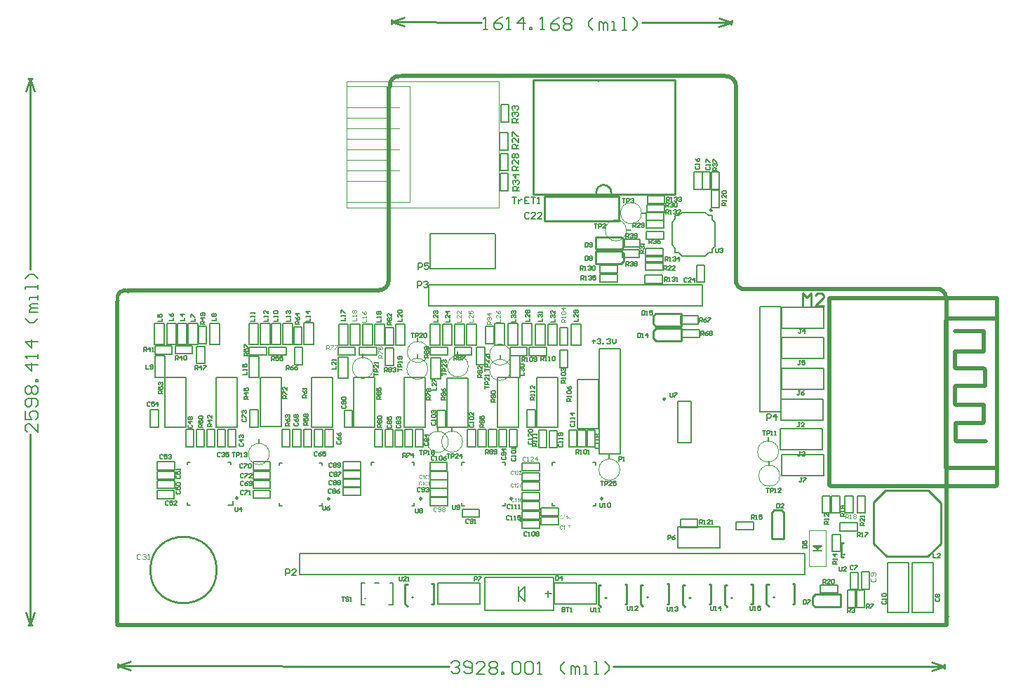
<source format=gto>
%FSLAX24Y24*%
%MOIN*%
G70*
G01*
G75*
G04 Layer_Color=65535*
%ADD10R,0.0250X0.0200*%
%ADD11R,0.0362X0.0984*%
%ADD12R,0.0276X0.0394*%
%ADD13R,0.0689X0.1181*%
%ADD14R,0.0984X0.0866*%
%ADD15R,0.0200X0.0250*%
%ADD16R,0.0276X0.0394*%
%ADD17R,0.0315X0.0315*%
%ADD18R,0.0669X0.0492*%
%ADD19R,0.0300X0.0300*%
%ADD20R,0.0906X0.0906*%
%ADD21R,0.0600X0.0600*%
%ADD22R,0.0472X0.0354*%
%ADD23R,0.0472X0.0354*%
%ADD24R,0.0315X0.0315*%
%ADD25R,0.0236X0.0472*%
%ADD26O,0.0315X0.0098*%
%ADD27O,0.0098X0.0315*%
%ADD28O,0.0276X0.0098*%
%ADD29O,0.0098X0.0276*%
%ADD30R,0.1299X0.1299*%
%ADD31R,0.0750X0.0400*%
%ADD32R,0.1358X0.1358*%
%ADD33O,0.0984X0.0276*%
%ADD34C,0.0120*%
%ADD35C,0.0100*%
%ADD36C,0.0080*%
%ADD37C,0.0150*%
%ADD38C,0.0300*%
%ADD39C,0.0200*%
%ADD40C,0.0276*%
%ADD41C,0.0600*%
%ADD42C,0.0220*%
%ADD43C,0.0350*%
%ADD44C,0.0700*%
%ADD45C,0.1100*%
%ADD46R,0.0591X0.0591*%
%ADD47C,0.0591*%
%ADD48C,0.0320*%
%ADD49C,0.0354*%
%ADD50R,0.0591X0.0591*%
%ADD51R,0.0600X0.0600*%
%ADD52C,0.0710*%
%ADD53C,0.0900*%
%ADD54C,0.0400*%
G04:AMPARAMS|DCode=55|XSize=42mil|YSize=42mil|CornerRadius=0mil|HoleSize=0mil|Usage=FLASHONLY|Rotation=0.000|XOffset=0mil|YOffset=0mil|HoleType=Round|Shape=Relief|Width=5mil|Gap=5mil|Entries=4|*
%AMTHD55*
7,0,0,0.0420,0.0320,0.0050,45*
%
%ADD55THD55*%
%ADD56C,0.0420*%
%ADD57C,0.0500*%
%ADD58C,0.1400*%
%ADD59C,0.0654*%
%ADD60C,0.0497*%
G04:AMPARAMS|DCode=61|XSize=49.685mil|YSize=49.685mil|CornerRadius=0mil|HoleSize=0mil|Usage=FLASHONLY|Rotation=0.000|XOffset=0mil|YOffset=0mil|HoleType=Round|Shape=Relief|Width=5mil|Gap=5mil|Entries=4|*
%AMTHD61*
7,0,0,0.0497,0.0397,0.0050,45*
%
%ADD61THD61*%
G04:AMPARAMS|DCode=62|XSize=65.433mil|YSize=65.433mil|CornerRadius=0mil|HoleSize=0mil|Usage=FLASHONLY|Rotation=0.000|XOffset=0mil|YOffset=0mil|HoleType=Round|Shape=Relief|Width=5mil|Gap=5mil|Entries=4|*
%AMTHD62*
7,0,0,0.0654,0.0554,0.0050,45*
%
%ADD62THD62*%
G04:AMPARAMS|DCode=63|XSize=60mil|YSize=60mil|CornerRadius=0mil|HoleSize=0mil|Usage=FLASHONLY|Rotation=0.000|XOffset=0mil|YOffset=0mil|HoleType=Round|Shape=Relief|Width=5mil|Gap=5mil|Entries=4|*
%AMTHD63*
7,0,0,0.0600,0.0500,0.0050,45*
%
%ADD63THD63*%
%ADD64C,0.0770*%
%ADD65C,0.0480*%
%ADD66C,0.0090*%
G04:AMPARAMS|DCode=67|XSize=50mil|YSize=50mil|CornerRadius=0mil|HoleSize=0mil|Usage=FLASHONLY|Rotation=0.000|XOffset=0mil|YOffset=0mil|HoleType=Round|Shape=Relief|Width=5mil|Gap=5mil|Entries=4|*
%AMTHD67*
7,0,0,0.0500,0.0400,0.0050,45*
%
%ADD67THD67*%
G04:AMPARAMS|DCode=68|XSize=48mil|YSize=48mil|CornerRadius=0mil|HoleSize=0mil|Usage=FLASHONLY|Rotation=0.000|XOffset=0mil|YOffset=0mil|HoleType=Round|Shape=Relief|Width=5mil|Gap=5mil|Entries=4|*
%AMTHD68*
7,0,0,0.0480,0.0380,0.0050,45*
%
%ADD68THD68*%
%ADD69R,0.0709X0.0394*%
%ADD70R,0.0472X0.0551*%
%ADD71R,0.0394X0.0394*%
%ADD72R,0.0866X0.0984*%
%ADD73R,0.0551X0.0472*%
%ADD74O,0.0709X0.0118*%
%ADD75O,0.0118X0.0709*%
%ADD76R,0.0360X0.0360*%
%ADD77R,0.0360X0.0500*%
%ADD78R,0.0315X0.0354*%
%ADD79R,0.0300X0.0300*%
%ADD80R,0.0709X0.0433*%
%ADD81C,0.0040*%
%ADD82C,0.0098*%
%ADD83C,0.0060*%
%ADD84C,0.0050*%
%ADD85C,0.0197*%
%ADD86C,0.0079*%
%ADD87C,0.0157*%
%ADD88C,0.0030*%
%ADD89C,0.0059*%
G36*
X18778Y6097D02*
X18780D01*
X18782Y6097D01*
X18787Y6096D01*
X18793Y6094D01*
X18799Y6092D01*
X18806Y6088D01*
X18809Y6086D01*
X18812Y6084D01*
X18813Y6083D01*
X18813Y6083D01*
X18814Y6082D01*
X18815Y6081D01*
X18816Y6080D01*
X18818Y6078D01*
X18819Y6076D01*
X18821Y6073D01*
X18823Y6070D01*
X18825Y6068D01*
X18827Y6064D01*
X18829Y6061D01*
X18830Y6056D01*
X18832Y6052D01*
X18834Y6048D01*
X18835Y6043D01*
X18815Y6037D01*
Y6037D01*
X18814Y6039D01*
X18814Y6040D01*
X18813Y6043D01*
X18811Y6046D01*
X18810Y6049D01*
X18808Y6053D01*
X18806Y6057D01*
X18803Y6060D01*
X18800Y6064D01*
X18797Y6067D01*
X18793Y6070D01*
X18789Y6073D01*
X18784Y6075D01*
X18779Y6076D01*
X18773Y6076D01*
X18771D01*
X18768Y6076D01*
X18764Y6075D01*
X18760Y6074D01*
X18756Y6073D01*
X18751Y6071D01*
X18747Y6068D01*
X18746Y6068D01*
X18745Y6067D01*
X18743Y6065D01*
X18740Y6062D01*
X18737Y6059D01*
X18734Y6054D01*
X18731Y6049D01*
X18729Y6043D01*
Y6043D01*
X18728Y6042D01*
X18728Y6042D01*
X18727Y6040D01*
X18727Y6039D01*
X18726Y6037D01*
X18726Y6034D01*
X18725Y6032D01*
X18724Y6029D01*
X18724Y6026D01*
X18723Y6019D01*
X18722Y6010D01*
X18722Y6001D01*
Y6001D01*
Y5999D01*
Y5997D01*
X18722Y5995D01*
Y5991D01*
X18722Y5988D01*
X18723Y5983D01*
X18724Y5979D01*
X18725Y5970D01*
X18727Y5960D01*
X18731Y5951D01*
X18733Y5947D01*
X18735Y5943D01*
X18736Y5943D01*
X18736Y5942D01*
X18737Y5941D01*
X18738Y5940D01*
X18739Y5939D01*
X18741Y5937D01*
X18745Y5933D01*
X18750Y5930D01*
X18757Y5927D01*
X18760Y5925D01*
X18764Y5924D01*
X18768Y5924D01*
X18772Y5924D01*
X18773D01*
X18775Y5924D01*
X18778Y5924D01*
X18782Y5925D01*
X18786Y5927D01*
X18791Y5929D01*
X18796Y5932D01*
X18800Y5935D01*
X18801Y5936D01*
X18802Y5938D01*
X18804Y5940D01*
X18807Y5944D01*
X18810Y5950D01*
X18813Y5956D01*
X18814Y5959D01*
X18815Y5963D01*
X18816Y5967D01*
X18817Y5972D01*
X18838Y5965D01*
Y5965D01*
X18837Y5964D01*
X18837Y5962D01*
X18836Y5960D01*
X18836Y5957D01*
X18835Y5955D01*
X18833Y5951D01*
X18832Y5948D01*
X18829Y5940D01*
X18825Y5932D01*
X18820Y5924D01*
X18817Y5921D01*
X18814Y5918D01*
X18813Y5917D01*
X18813Y5917D01*
X18812Y5916D01*
X18811Y5915D01*
X18809Y5914D01*
X18807Y5913D01*
X18804Y5911D01*
X18802Y5910D01*
X18796Y5907D01*
X18789Y5905D01*
X18781Y5903D01*
X18776Y5903D01*
X18772Y5902D01*
X18770D01*
X18769Y5903D01*
X18766D01*
X18764Y5903D01*
X18759Y5903D01*
X18754Y5905D01*
X18748Y5907D01*
X18741Y5909D01*
X18735Y5913D01*
X18735D01*
X18735Y5913D01*
X18734Y5914D01*
X18733Y5915D01*
X18730Y5917D01*
X18726Y5921D01*
X18722Y5925D01*
X18718Y5931D01*
X18714Y5938D01*
X18712Y5942D01*
X18710Y5946D01*
Y5946D01*
X18710Y5947D01*
X18710Y5948D01*
X18709Y5950D01*
X18708Y5953D01*
X18707Y5955D01*
X18707Y5958D01*
X18706Y5962D01*
X18705Y5966D01*
X18704Y5970D01*
X18703Y5974D01*
X18702Y5979D01*
X18701Y5990D01*
X18701Y6001D01*
Y6001D01*
Y6002D01*
Y6004D01*
X18701Y6006D01*
Y6009D01*
X18701Y6012D01*
X18702Y6016D01*
X18702Y6019D01*
X18703Y6028D01*
X18705Y6037D01*
X18707Y6045D01*
X18710Y6054D01*
Y6054D01*
X18711Y6055D01*
X18711Y6056D01*
X18712Y6057D01*
X18713Y6059D01*
X18714Y6061D01*
X18717Y6066D01*
X18721Y6071D01*
X18726Y6077D01*
X18731Y6082D01*
X18737Y6087D01*
X18737D01*
X18738Y6087D01*
X18738Y6088D01*
X18740Y6088D01*
X18741Y6089D01*
X18743Y6090D01*
X18748Y6092D01*
X18753Y6094D01*
X18759Y6096D01*
X18766Y6097D01*
X18774Y6098D01*
X18776D01*
X18778Y6097D01*
D02*
G37*
G36*
X19153Y6095D02*
X19157Y6095D01*
X19161Y6094D01*
X19165Y6092D01*
X19170Y6090D01*
X19175Y6087D01*
X19180Y6083D01*
X19181Y6082D01*
X19182Y6081D01*
X19184Y6078D01*
X19186Y6074D01*
X19189Y6069D01*
X19191Y6063D01*
X19193Y6056D01*
X19195Y6048D01*
X19176Y6047D01*
Y6047D01*
Y6047D01*
X19175Y6049D01*
X19174Y6052D01*
X19174Y6054D01*
X19172Y6058D01*
X19171Y6061D01*
X19169Y6065D01*
X19167Y6067D01*
X19167Y6068D01*
X19166Y6069D01*
X19164Y6070D01*
X19162Y6072D01*
X19160Y6073D01*
X19157Y6075D01*
X19153Y6076D01*
X19149Y6076D01*
X19148D01*
X19147Y6076D01*
X19143Y6075D01*
X19140Y6074D01*
X19138Y6073D01*
X19136Y6071D01*
X19133Y6070D01*
X19131Y6068D01*
X19129Y6065D01*
X19127Y6062D01*
X19124Y6059D01*
X19122Y6056D01*
Y6055D01*
X19122Y6055D01*
X19122Y6054D01*
X19121Y6052D01*
X19120Y6050D01*
X19120Y6048D01*
X19119Y6045D01*
X19118Y6042D01*
X19117Y6039D01*
X19117Y6035D01*
X19116Y6031D01*
X19115Y6026D01*
X19115Y6021D01*
X19114Y6015D01*
X19114Y6009D01*
X19114Y6003D01*
X19114Y6004D01*
X19115Y6005D01*
X19116Y6007D01*
X19118Y6010D01*
X19121Y6013D01*
X19124Y6016D01*
X19127Y6019D01*
X19130Y6022D01*
X19131Y6022D01*
X19132Y6023D01*
X19134Y6024D01*
X19137Y6025D01*
X19140Y6026D01*
X19143Y6027D01*
X19147Y6028D01*
X19151Y6028D01*
X19153D01*
X19155Y6028D01*
X19156Y6028D01*
X19158Y6027D01*
X19162Y6026D01*
X19167Y6024D01*
X19170Y6023D01*
X19173Y6021D01*
X19175Y6019D01*
X19178Y6017D01*
X19181Y6014D01*
X19183Y6011D01*
X19184Y6011D01*
X19184Y6010D01*
X19185Y6009D01*
X19186Y6008D01*
X19187Y6007D01*
X19188Y6004D01*
X19189Y6002D01*
X19190Y6000D01*
X19192Y5996D01*
X19193Y5993D01*
X19194Y5989D01*
X19195Y5985D01*
X19196Y5981D01*
X19197Y5976D01*
X19197Y5972D01*
X19197Y5967D01*
Y5966D01*
Y5966D01*
Y5965D01*
Y5963D01*
X19197Y5962D01*
Y5960D01*
X19197Y5955D01*
X19196Y5950D01*
X19195Y5944D01*
X19193Y5938D01*
X19190Y5932D01*
Y5932D01*
X19190Y5932D01*
X19189Y5930D01*
X19188Y5927D01*
X19186Y5924D01*
X19183Y5920D01*
X19180Y5916D01*
X19176Y5913D01*
X19173Y5910D01*
X19172Y5909D01*
X19171Y5908D01*
X19169Y5907D01*
X19166Y5906D01*
X19162Y5905D01*
X19158Y5903D01*
X19153Y5903D01*
X19149Y5902D01*
X19148D01*
X19146Y5903D01*
X19145D01*
X19143Y5903D01*
X19141Y5903D01*
X19135Y5905D01*
X19132Y5906D01*
X19129Y5908D01*
X19126Y5909D01*
X19123Y5911D01*
X19120Y5914D01*
X19116Y5916D01*
X19113Y5920D01*
X19110Y5923D01*
X19110Y5924D01*
X19110Y5924D01*
X19109Y5926D01*
X19108Y5927D01*
X19107Y5930D01*
X19105Y5933D01*
X19104Y5936D01*
X19103Y5940D01*
X19101Y5945D01*
X19100Y5950D01*
X19098Y5955D01*
X19097Y5962D01*
X19096Y5969D01*
X19096Y5976D01*
X19095Y5985D01*
X19095Y5994D01*
Y5994D01*
Y5994D01*
Y5996D01*
Y5999D01*
X19095Y6003D01*
X19096Y6007D01*
X19096Y6012D01*
X19096Y6018D01*
X19097Y6024D01*
X19099Y6037D01*
X19101Y6050D01*
X19103Y6056D01*
X19105Y6062D01*
X19108Y6067D01*
X19110Y6072D01*
X19111Y6072D01*
X19111Y6073D01*
X19112Y6074D01*
X19113Y6076D01*
X19115Y6077D01*
X19117Y6079D01*
X19119Y6082D01*
X19121Y6084D01*
X19127Y6088D01*
X19134Y6092D01*
X19138Y6093D01*
X19142Y6094D01*
X19146Y6095D01*
X19150Y6095D01*
X19152D01*
X19153Y6095D01*
D02*
G37*
G36*
X18927Y5906D02*
X18908D01*
Y6054D01*
X18908Y6053D01*
X18907Y6052D01*
X18905Y6051D01*
X18903Y6049D01*
X18901Y6046D01*
X18898Y6043D01*
X18894Y6040D01*
X18890Y6037D01*
X18890Y6037D01*
X18889Y6036D01*
X18886Y6035D01*
X18884Y6033D01*
X18880Y6031D01*
X18877Y6029D01*
X18874Y6027D01*
X18870Y6026D01*
Y6048D01*
X18870D01*
X18871Y6048D01*
X18872Y6049D01*
X18873Y6049D01*
X18876Y6051D01*
X18879Y6054D01*
X18884Y6057D01*
X18888Y6061D01*
X18893Y6065D01*
X18898Y6070D01*
X18898Y6070D01*
X18898Y6070D01*
X18900Y6072D01*
X18902Y6075D01*
X18904Y6078D01*
X18907Y6082D01*
X18910Y6086D01*
X18912Y6091D01*
X18915Y6095D01*
X18927D01*
Y5906D01*
D02*
G37*
G36*
X19047D02*
X19028D01*
Y6054D01*
X19028Y6053D01*
X19027Y6052D01*
X19026Y6051D01*
X19024Y6049D01*
X19021Y6046D01*
X19018Y6043D01*
X19015Y6040D01*
X19011Y6037D01*
X19010Y6037D01*
X19009Y6036D01*
X19007Y6035D01*
X19004Y6033D01*
X19001Y6031D01*
X18997Y6029D01*
X18994Y6027D01*
X18990Y6026D01*
Y6048D01*
X18991D01*
X18991Y6048D01*
X18992Y6049D01*
X18993Y6049D01*
X18996Y6051D01*
X19000Y6054D01*
X19004Y6057D01*
X19009Y6061D01*
X19013Y6065D01*
X19018Y6070D01*
X19018Y6070D01*
X19018Y6070D01*
X19020Y6072D01*
X19022Y6075D01*
X19025Y6078D01*
X19028Y6082D01*
X19030Y6086D01*
X19033Y6091D01*
X19035Y6095D01*
X19047D01*
Y5906D01*
D02*
G37*
G36*
X21488Y4774D02*
X21488Y4773D01*
X21487Y4772D01*
X21486Y4771D01*
X21484Y4769D01*
X21482Y4766D01*
X21480Y4762D01*
X21477Y4758D01*
X21475Y4753D01*
X21471Y4748D01*
X21468Y4743D01*
X21465Y4736D01*
X21461Y4729D01*
X21458Y4722D01*
X21455Y4714D01*
X21451Y4706D01*
X21448Y4698D01*
X21448Y4697D01*
X21447Y4696D01*
X21446Y4693D01*
X21445Y4690D01*
X21444Y4686D01*
X21442Y4681D01*
X21441Y4675D01*
X21439Y4669D01*
X21437Y4662D01*
X21436Y4655D01*
X21434Y4647D01*
X21433Y4639D01*
X21430Y4622D01*
X21429Y4614D01*
X21429Y4605D01*
X21409D01*
Y4606D01*
Y4606D01*
Y4608D01*
X21410Y4609D01*
Y4612D01*
X21410Y4614D01*
Y4618D01*
X21411Y4621D01*
X21411Y4625D01*
X21411Y4629D01*
X21412Y4634D01*
X21413Y4639D01*
X21414Y4649D01*
X21417Y4660D01*
Y4661D01*
X21417Y4662D01*
X21418Y4664D01*
X21418Y4666D01*
X21419Y4669D01*
X21420Y4672D01*
X21421Y4676D01*
X21422Y4680D01*
X21423Y4684D01*
X21425Y4689D01*
X21428Y4699D01*
X21432Y4710D01*
X21436Y4721D01*
X21437Y4721D01*
X21437Y4722D01*
X21437Y4724D01*
X21439Y4726D01*
X21440Y4728D01*
X21441Y4731D01*
X21443Y4734D01*
X21444Y4738D01*
X21449Y4745D01*
X21453Y4754D01*
X21458Y4762D01*
X21463Y4770D01*
X21388D01*
Y4792D01*
X21488D01*
Y4774D01*
D02*
G37*
G36*
X21068Y4797D02*
X21070D01*
X21072Y4797D01*
X21077Y4796D01*
X21084Y4794D01*
X21090Y4792D01*
X21097Y4788D01*
X21100Y4786D01*
X21103Y4783D01*
X21103Y4783D01*
X21103Y4783D01*
X21104Y4782D01*
X21105Y4781D01*
X21107Y4779D01*
X21108Y4778D01*
X21110Y4776D01*
X21112Y4773D01*
X21114Y4770D01*
X21115Y4767D01*
X21117Y4764D01*
X21119Y4760D01*
X21121Y4756D01*
X21123Y4752D01*
X21124Y4747D01*
X21126Y4743D01*
X21105Y4737D01*
Y4737D01*
X21105Y4738D01*
X21104Y4740D01*
X21103Y4743D01*
X21102Y4746D01*
X21100Y4749D01*
X21099Y4753D01*
X21096Y4757D01*
X21094Y4760D01*
X21091Y4764D01*
X21087Y4767D01*
X21084Y4770D01*
X21079Y4773D01*
X21075Y4774D01*
X21070Y4776D01*
X21064Y4776D01*
X21061D01*
X21058Y4776D01*
X21055Y4775D01*
X21051Y4774D01*
X21046Y4773D01*
X21041Y4771D01*
X21037Y4768D01*
X21037Y4768D01*
X21035Y4766D01*
X21033Y4764D01*
X21031Y4762D01*
X21028Y4758D01*
X21025Y4754D01*
X21022Y4749D01*
X21019Y4743D01*
Y4743D01*
X21019Y4742D01*
X21018Y4741D01*
X21018Y4740D01*
X21018Y4738D01*
X21017Y4736D01*
X21016Y4734D01*
X21016Y4732D01*
X21015Y4729D01*
X21014Y4726D01*
X21013Y4718D01*
X21013Y4710D01*
X21012Y4701D01*
Y4700D01*
Y4699D01*
Y4697D01*
X21013Y4694D01*
Y4691D01*
X21013Y4687D01*
X21013Y4683D01*
X21014Y4679D01*
X21016Y4670D01*
X21018Y4660D01*
X21021Y4651D01*
X21023Y4646D01*
X21026Y4643D01*
X21026Y4642D01*
X21026Y4642D01*
X21027Y4641D01*
X21028Y4640D01*
X21030Y4638D01*
X21031Y4637D01*
X21035Y4633D01*
X21041Y4630D01*
X21047Y4626D01*
X21051Y4625D01*
X21054Y4624D01*
X21058Y4624D01*
X21062Y4623D01*
X21064D01*
X21065Y4624D01*
X21068Y4624D01*
X21072Y4625D01*
X21077Y4626D01*
X21081Y4628D01*
X21086Y4631D01*
X21091Y4635D01*
X21091Y4636D01*
X21093Y4637D01*
X21095Y4640D01*
X21098Y4644D01*
X21100Y4649D01*
X21103Y4656D01*
X21104Y4659D01*
X21105Y4663D01*
X21107Y4667D01*
X21107Y4672D01*
X21128Y4665D01*
Y4665D01*
X21128Y4664D01*
X21127Y4662D01*
X21127Y4660D01*
X21126Y4657D01*
X21125Y4654D01*
X21124Y4651D01*
X21123Y4647D01*
X21119Y4639D01*
X21115Y4632D01*
X21110Y4624D01*
X21107Y4621D01*
X21104Y4618D01*
X21104Y4617D01*
X21103Y4617D01*
X21102Y4616D01*
X21101Y4615D01*
X21099Y4614D01*
X21097Y4613D01*
X21095Y4611D01*
X21093Y4610D01*
X21086Y4607D01*
X21079Y4604D01*
X21071Y4603D01*
X21067Y4602D01*
X21063Y4602D01*
X21060D01*
X21059Y4602D01*
X21057D01*
X21055Y4603D01*
X21050Y4603D01*
X21044Y4605D01*
X21038Y4606D01*
X21032Y4609D01*
X21026Y4612D01*
X21025D01*
X21025Y4613D01*
X21024Y4613D01*
X21023Y4614D01*
X21020Y4617D01*
X21017Y4620D01*
X21013Y4625D01*
X21009Y4631D01*
X21005Y4638D01*
X21003Y4642D01*
X21001Y4646D01*
Y4646D01*
X21001Y4647D01*
X21000Y4648D01*
X20999Y4650D01*
X20999Y4652D01*
X20998Y4655D01*
X20997Y4658D01*
X20996Y4662D01*
X20995Y4665D01*
X20994Y4670D01*
X20994Y4674D01*
X20993Y4679D01*
X20992Y4689D01*
X20991Y4701D01*
Y4701D01*
Y4702D01*
Y4704D01*
X20992Y4706D01*
Y4709D01*
X20992Y4712D01*
X20992Y4715D01*
X20992Y4719D01*
X20994Y4727D01*
X20995Y4736D01*
X20998Y4745D01*
X21001Y4754D01*
Y4754D01*
X21001Y4754D01*
X21002Y4756D01*
X21003Y4757D01*
X21004Y4759D01*
X21005Y4761D01*
X21008Y4766D01*
X21012Y4771D01*
X21016Y4777D01*
X21021Y4782D01*
X21027Y4786D01*
X21027D01*
X21028Y4787D01*
X21029Y4787D01*
X21030Y4788D01*
X21032Y4789D01*
X21034Y4790D01*
X21038Y4792D01*
X21044Y4794D01*
X21050Y4796D01*
X21057Y4797D01*
X21064Y4797D01*
X21066D01*
X21068Y4797D01*
D02*
G37*
G36*
X21218Y4605D02*
X21199D01*
Y4753D01*
X21198Y4753D01*
X21197Y4752D01*
X21196Y4750D01*
X21194Y4748D01*
X21191Y4746D01*
X21188Y4743D01*
X21185Y4740D01*
X21181Y4737D01*
X21180Y4737D01*
X21179Y4736D01*
X21177Y4735D01*
X21174Y4733D01*
X21171Y4731D01*
X21168Y4729D01*
X21164Y4727D01*
X21161Y4725D01*
Y4747D01*
X21161D01*
X21161Y4748D01*
X21162Y4748D01*
X21163Y4749D01*
X21166Y4751D01*
X21170Y4754D01*
X21174Y4757D01*
X21179Y4761D01*
X21183Y4765D01*
X21188Y4769D01*
X21188Y4770D01*
X21189Y4770D01*
X21190Y4772D01*
X21192Y4774D01*
X21195Y4778D01*
X21198Y4781D01*
X21200Y4786D01*
X21203Y4790D01*
X21205Y4795D01*
X21218D01*
Y4605D01*
D02*
G37*
G36*
X21338D02*
X21319D01*
Y4753D01*
X21319Y4753D01*
X21318Y4752D01*
X21316Y4750D01*
X21314Y4748D01*
X21312Y4746D01*
X21309Y4743D01*
X21305Y4740D01*
X21301Y4737D01*
X21300Y4737D01*
X21299Y4736D01*
X21297Y4735D01*
X21294Y4733D01*
X21291Y4731D01*
X21288Y4729D01*
X21284Y4727D01*
X21281Y4725D01*
Y4747D01*
X21281D01*
X21282Y4748D01*
X21282Y4748D01*
X21284Y4749D01*
X21286Y4751D01*
X21290Y4754D01*
X21294Y4757D01*
X21299Y4761D01*
X21304Y4765D01*
X21308Y4769D01*
X21309Y4770D01*
X21309Y4770D01*
X21310Y4772D01*
X21312Y4774D01*
X21315Y4778D01*
X21318Y4781D01*
X21321Y4786D01*
X21323Y4790D01*
X21325Y4795D01*
X21338D01*
Y4605D01*
D02*
G37*
G36*
X19112Y7394D02*
X19114Y7394D01*
X19117Y7394D01*
X19122Y7392D01*
X19128Y7391D01*
X19134Y7388D01*
X19137Y7386D01*
X19139Y7384D01*
X19142Y7381D01*
X19144Y7378D01*
X19145Y7378D01*
X19145Y7378D01*
X19146Y7377D01*
X19146Y7376D01*
X19147Y7374D01*
X19148Y7372D01*
X19151Y7368D01*
X19153Y7362D01*
X19155Y7356D01*
X19156Y7350D01*
X19157Y7342D01*
Y7342D01*
Y7341D01*
Y7340D01*
Y7339D01*
X19156Y7337D01*
X19156Y7335D01*
X19155Y7331D01*
X19154Y7326D01*
X19153Y7320D01*
X19150Y7314D01*
X19147Y7307D01*
Y7307D01*
X19146Y7306D01*
X19146Y7305D01*
X19145Y7304D01*
X19144Y7303D01*
X19143Y7301D01*
X19141Y7298D01*
X19139Y7296D01*
X19137Y7293D01*
X19134Y7289D01*
X19131Y7286D01*
X19128Y7282D01*
X19124Y7277D01*
X19120Y7273D01*
X19115Y7268D01*
X19111Y7263D01*
X19111Y7263D01*
X19110Y7262D01*
X19109Y7261D01*
X19108Y7260D01*
X19105Y7257D01*
X19101Y7254D01*
X19098Y7250D01*
X19094Y7246D01*
X19091Y7242D01*
X19089Y7239D01*
X19088Y7239D01*
X19088Y7238D01*
X19087Y7237D01*
X19086Y7235D01*
X19083Y7232D01*
X19081Y7227D01*
X19157D01*
Y7205D01*
X19054D01*
Y7205D01*
Y7205D01*
Y7207D01*
X19055Y7210D01*
X19055Y7213D01*
X19056Y7218D01*
X19058Y7223D01*
X19060Y7229D01*
X19062Y7235D01*
Y7235D01*
X19063Y7236D01*
X19063Y7237D01*
X19064Y7238D01*
X19065Y7239D01*
X19066Y7241D01*
X19068Y7244D01*
X19070Y7246D01*
X19074Y7252D01*
X19076Y7255D01*
X19079Y7259D01*
X19082Y7263D01*
X19086Y7266D01*
X19090Y7270D01*
X19094Y7275D01*
X19094Y7275D01*
X19095Y7276D01*
X19096Y7277D01*
X19098Y7279D01*
X19100Y7281D01*
X19103Y7284D01*
X19108Y7290D01*
X19114Y7296D01*
X19120Y7303D01*
X19123Y7306D01*
X19125Y7310D01*
X19127Y7313D01*
X19129Y7316D01*
Y7316D01*
X19129Y7316D01*
X19130Y7317D01*
X19130Y7318D01*
X19132Y7321D01*
X19133Y7324D01*
X19135Y7329D01*
X19136Y7333D01*
X19137Y7338D01*
X19137Y7343D01*
Y7343D01*
Y7343D01*
Y7345D01*
X19137Y7348D01*
X19136Y7351D01*
X19135Y7355D01*
X19134Y7359D01*
X19132Y7363D01*
X19129Y7366D01*
X19128Y7366D01*
X19127Y7368D01*
X19125Y7369D01*
X19123Y7371D01*
X19120Y7373D01*
X19116Y7374D01*
X19112Y7375D01*
X19108Y7376D01*
X19106D01*
X19103Y7375D01*
X19100Y7374D01*
X19097Y7373D01*
X19093Y7371D01*
X19089Y7369D01*
X19086Y7366D01*
X19086Y7365D01*
X19085Y7364D01*
X19083Y7362D01*
X19082Y7358D01*
X19080Y7355D01*
X19079Y7350D01*
X19078Y7344D01*
X19078Y7338D01*
X19058Y7340D01*
Y7340D01*
Y7341D01*
X19058Y7343D01*
X19059Y7344D01*
X19059Y7347D01*
X19059Y7349D01*
X19061Y7355D01*
X19063Y7362D01*
X19065Y7369D01*
X19069Y7375D01*
X19071Y7378D01*
X19073Y7381D01*
X19073Y7381D01*
X19074Y7381D01*
X19075Y7382D01*
X19075Y7383D01*
X19079Y7385D01*
X19082Y7388D01*
X19088Y7390D01*
X19094Y7392D01*
X19101Y7394D01*
X19104Y7395D01*
X19111D01*
X19112Y7394D01*
D02*
G37*
G36*
X18738Y7397D02*
X18740D01*
X18742Y7396D01*
X18748Y7395D01*
X18754Y7393D01*
X18760Y7391D01*
X18767Y7388D01*
X18770Y7385D01*
X18773Y7383D01*
X18773Y7383D01*
X18774Y7382D01*
X18774Y7381D01*
X18776Y7380D01*
X18777Y7379D01*
X18779Y7377D01*
X18780Y7375D01*
X18782Y7373D01*
X18784Y7370D01*
X18786Y7367D01*
X18788Y7363D01*
X18789Y7360D01*
X18791Y7356D01*
X18793Y7351D01*
X18794Y7347D01*
X18796Y7342D01*
X18776Y7336D01*
Y7337D01*
X18775Y7338D01*
X18774Y7340D01*
X18774Y7342D01*
X18772Y7345D01*
X18771Y7349D01*
X18769Y7352D01*
X18767Y7356D01*
X18764Y7359D01*
X18761Y7363D01*
X18757Y7366D01*
X18754Y7369D01*
X18749Y7372D01*
X18745Y7374D01*
X18740Y7375D01*
X18734Y7376D01*
X18731D01*
X18729Y7375D01*
X18725Y7375D01*
X18721Y7373D01*
X18716Y7372D01*
X18712Y7370D01*
X18707Y7367D01*
X18707Y7367D01*
X18706Y7366D01*
X18703Y7364D01*
X18701Y7361D01*
X18698Y7358D01*
X18695Y7354D01*
X18692Y7348D01*
X18689Y7343D01*
Y7342D01*
X18689Y7342D01*
X18689Y7341D01*
X18688Y7340D01*
X18688Y7338D01*
X18687Y7336D01*
X18687Y7333D01*
X18686Y7331D01*
X18685Y7328D01*
X18684Y7325D01*
X18684Y7318D01*
X18683Y7310D01*
X18682Y7300D01*
Y7300D01*
Y7298D01*
Y7296D01*
X18683Y7294D01*
Y7291D01*
X18683Y7287D01*
X18684Y7283D01*
X18684Y7278D01*
X18686Y7269D01*
X18688Y7259D01*
X18691Y7250D01*
X18694Y7246D01*
X18696Y7242D01*
X18696Y7242D01*
X18696Y7241D01*
X18697Y7240D01*
X18699Y7239D01*
X18700Y7238D01*
X18701Y7236D01*
X18706Y7232D01*
X18711Y7229D01*
X18717Y7226D01*
X18721Y7225D01*
X18724Y7224D01*
X18728Y7223D01*
X18732Y7223D01*
X18734D01*
X18735Y7223D01*
X18738Y7223D01*
X18742Y7224D01*
X18747Y7226D01*
X18751Y7228D01*
X18756Y7231D01*
X18761Y7235D01*
X18762Y7235D01*
X18763Y7237D01*
X18765Y7239D01*
X18768Y7244D01*
X18770Y7249D01*
X18773Y7255D01*
X18774Y7258D01*
X18776Y7263D01*
X18777Y7267D01*
X18778Y7271D01*
X18798Y7265D01*
Y7264D01*
X18798Y7263D01*
X18797Y7262D01*
X18797Y7259D01*
X18796Y7257D01*
X18795Y7254D01*
X18794Y7250D01*
X18793Y7247D01*
X18789Y7239D01*
X18785Y7231D01*
X18780Y7224D01*
X18777Y7220D01*
X18774Y7217D01*
X18774Y7217D01*
X18773Y7216D01*
X18772Y7216D01*
X18771Y7215D01*
X18769Y7213D01*
X18767Y7212D01*
X18765Y7211D01*
X18763Y7209D01*
X18757Y7206D01*
X18750Y7204D01*
X18741Y7202D01*
X18737Y7202D01*
X18733Y7202D01*
X18731D01*
X18729Y7202D01*
X18727D01*
X18725Y7202D01*
X18720Y7203D01*
X18714Y7204D01*
X18708Y7206D01*
X18702Y7208D01*
X18696Y7212D01*
X18696D01*
X18695Y7212D01*
X18694Y7213D01*
X18693Y7214D01*
X18691Y7216D01*
X18687Y7220D01*
X18683Y7225D01*
X18679Y7230D01*
X18675Y7237D01*
X18673Y7241D01*
X18671Y7245D01*
Y7246D01*
X18671Y7246D01*
X18670Y7248D01*
X18670Y7249D01*
X18669Y7252D01*
X18668Y7254D01*
X18667Y7258D01*
X18666Y7261D01*
X18665Y7265D01*
X18664Y7269D01*
X18664Y7274D01*
X18663Y7278D01*
X18662Y7289D01*
X18661Y7300D01*
Y7301D01*
Y7302D01*
Y7303D01*
X18662Y7305D01*
Y7308D01*
X18662Y7311D01*
X18662Y7315D01*
X18663Y7319D01*
X18664Y7327D01*
X18666Y7336D01*
X18668Y7345D01*
X18671Y7353D01*
Y7353D01*
X18672Y7354D01*
X18672Y7355D01*
X18673Y7357D01*
X18674Y7358D01*
X18675Y7360D01*
X18678Y7365D01*
X18682Y7371D01*
X18686Y7376D01*
X18691Y7381D01*
X18697Y7386D01*
X18698D01*
X18698Y7386D01*
X18699Y7387D01*
X18700Y7388D01*
X18702Y7388D01*
X18704Y7389D01*
X18708Y7391D01*
X18714Y7393D01*
X18720Y7395D01*
X18727Y7396D01*
X18734Y7397D01*
X18736D01*
X18738Y7397D01*
D02*
G37*
G36*
X18888Y7205D02*
X18869D01*
Y7353D01*
X18868Y7352D01*
X18868Y7351D01*
X18866Y7350D01*
X18864Y7348D01*
X18861Y7345D01*
X18859Y7343D01*
X18855Y7340D01*
X18851Y7337D01*
X18850Y7336D01*
X18849Y7336D01*
X18847Y7334D01*
X18844Y7332D01*
X18841Y7330D01*
X18838Y7328D01*
X18834Y7326D01*
X18831Y7325D01*
Y7347D01*
X18831D01*
X18831Y7347D01*
X18832Y7348D01*
X18833Y7349D01*
X18836Y7350D01*
X18840Y7353D01*
X18844Y7356D01*
X18849Y7360D01*
X18854Y7364D01*
X18858Y7369D01*
X18859Y7369D01*
X18859Y7369D01*
X18860Y7371D01*
X18862Y7374D01*
X18865Y7377D01*
X18868Y7381D01*
X18870Y7385D01*
X18873Y7390D01*
X18875Y7395D01*
X18888D01*
Y7205D01*
D02*
G37*
G36*
X18992Y7394D02*
X18994Y7394D01*
X18996Y7394D01*
X19002Y7392D01*
X19007Y7391D01*
X19013Y7388D01*
X19016Y7386D01*
X19019Y7384D01*
X19022Y7381D01*
X19024Y7378D01*
X19024Y7378D01*
X19025Y7378D01*
X19025Y7377D01*
X19026Y7376D01*
X19027Y7374D01*
X19028Y7372D01*
X19030Y7368D01*
X19033Y7362D01*
X19034Y7356D01*
X19036Y7350D01*
X19036Y7342D01*
Y7342D01*
Y7341D01*
Y7340D01*
Y7339D01*
X19036Y7337D01*
X19036Y7335D01*
X19035Y7331D01*
X19034Y7326D01*
X19032Y7320D01*
X19030Y7314D01*
X19027Y7307D01*
Y7307D01*
X19026Y7306D01*
X19026Y7305D01*
X19025Y7304D01*
X19024Y7303D01*
X19022Y7301D01*
X19021Y7298D01*
X19019Y7296D01*
X19016Y7293D01*
X19014Y7289D01*
X19011Y7286D01*
X19007Y7282D01*
X19004Y7277D01*
X19000Y7273D01*
X18995Y7268D01*
X18990Y7263D01*
X18990Y7263D01*
X18990Y7262D01*
X18989Y7261D01*
X18988Y7260D01*
X18985Y7257D01*
X18981Y7254D01*
X18978Y7250D01*
X18974Y7246D01*
X18971Y7242D01*
X18968Y7239D01*
X18968Y7239D01*
X18967Y7238D01*
X18967Y7237D01*
X18965Y7235D01*
X18963Y7232D01*
X18960Y7227D01*
X19037D01*
Y7205D01*
X18934D01*
Y7205D01*
Y7205D01*
Y7207D01*
X18934Y7210D01*
X18935Y7213D01*
X18936Y7218D01*
X18937Y7223D01*
X18939Y7229D01*
X18942Y7235D01*
Y7235D01*
X18942Y7236D01*
X18943Y7237D01*
X18944Y7238D01*
X18945Y7239D01*
X18946Y7241D01*
X18948Y7244D01*
X18949Y7246D01*
X18954Y7252D01*
X18956Y7255D01*
X18959Y7259D01*
X18962Y7263D01*
X18966Y7266D01*
X18969Y7270D01*
X18974Y7275D01*
X18974Y7275D01*
X18975Y7276D01*
X18976Y7277D01*
X18978Y7279D01*
X18980Y7281D01*
X18983Y7284D01*
X18988Y7290D01*
X18994Y7296D01*
X19000Y7303D01*
X19002Y7306D01*
X19005Y7310D01*
X19007Y7313D01*
X19009Y7316D01*
Y7316D01*
X19009Y7316D01*
X19009Y7317D01*
X19010Y7318D01*
X19011Y7321D01*
X19013Y7324D01*
X19014Y7329D01*
X19016Y7333D01*
X19017Y7338D01*
X19017Y7343D01*
Y7343D01*
Y7343D01*
Y7345D01*
X19016Y7348D01*
X19016Y7351D01*
X19015Y7355D01*
X19013Y7359D01*
X19011Y7363D01*
X19008Y7366D01*
X19008Y7366D01*
X19007Y7368D01*
X19005Y7369D01*
X19002Y7371D01*
X19000Y7373D01*
X18996Y7374D01*
X18992Y7375D01*
X18988Y7376D01*
X18985D01*
X18983Y7375D01*
X18980Y7374D01*
X18976Y7373D01*
X18973Y7371D01*
X18969Y7369D01*
X18966Y7366D01*
X18965Y7365D01*
X18965Y7364D01*
X18963Y7362D01*
X18962Y7358D01*
X18960Y7355D01*
X18959Y7350D01*
X18958Y7344D01*
X18957Y7338D01*
X18938Y7340D01*
Y7340D01*
Y7341D01*
X18938Y7343D01*
X18938Y7344D01*
X18939Y7347D01*
X18939Y7349D01*
X18940Y7355D01*
X18942Y7362D01*
X18945Y7369D01*
X18948Y7375D01*
X18951Y7378D01*
X18953Y7381D01*
X18953Y7381D01*
X18953Y7381D01*
X18954Y7382D01*
X18955Y7383D01*
X18958Y7385D01*
X18962Y7388D01*
X18967Y7390D01*
X18973Y7392D01*
X18980Y7394D01*
X18984Y7395D01*
X18990D01*
X18992Y7394D01*
D02*
G37*
G36*
X19128Y6595D02*
X19109D01*
Y6743D01*
X19109Y6743D01*
X19108Y6742D01*
X19107Y6740D01*
X19105Y6738D01*
X19102Y6736D01*
X19099Y6733D01*
X19095Y6730D01*
X19091Y6727D01*
X19091Y6727D01*
X19090Y6726D01*
X19087Y6725D01*
X19085Y6723D01*
X19081Y6721D01*
X19078Y6719D01*
X19075Y6717D01*
X19071Y6715D01*
Y6737D01*
X19072D01*
X19072Y6738D01*
X19073Y6738D01*
X19074Y6739D01*
X19077Y6741D01*
X19081Y6744D01*
X19085Y6747D01*
X19089Y6751D01*
X19094Y6755D01*
X19099Y6759D01*
X19099Y6760D01*
X19099Y6760D01*
X19101Y6762D01*
X19103Y6764D01*
X19105Y6768D01*
X19108Y6771D01*
X19111Y6776D01*
X19114Y6780D01*
X19116Y6785D01*
X19128D01*
Y6595D01*
D02*
G37*
G36*
X18738Y6787D02*
X18740D01*
X18742Y6787D01*
X18747Y6786D01*
X18754Y6784D01*
X18760Y6782D01*
X18767Y6778D01*
X18770Y6776D01*
X18773Y6773D01*
X18773Y6773D01*
X18773Y6773D01*
X18774Y6772D01*
X18775Y6771D01*
X18777Y6769D01*
X18778Y6768D01*
X18780Y6766D01*
X18782Y6763D01*
X18784Y6760D01*
X18785Y6757D01*
X18787Y6754D01*
X18789Y6750D01*
X18791Y6746D01*
X18793Y6742D01*
X18794Y6737D01*
X18796Y6733D01*
X18775Y6727D01*
Y6727D01*
X18775Y6728D01*
X18774Y6730D01*
X18773Y6733D01*
X18772Y6736D01*
X18770Y6739D01*
X18769Y6743D01*
X18766Y6747D01*
X18764Y6750D01*
X18761Y6754D01*
X18757Y6757D01*
X18754Y6760D01*
X18749Y6763D01*
X18745Y6764D01*
X18740Y6766D01*
X18734Y6766D01*
X18731D01*
X18728Y6766D01*
X18725Y6765D01*
X18721Y6764D01*
X18716Y6763D01*
X18711Y6761D01*
X18707Y6758D01*
X18707Y6758D01*
X18705Y6756D01*
X18703Y6754D01*
X18701Y6752D01*
X18698Y6748D01*
X18695Y6744D01*
X18692Y6739D01*
X18689Y6733D01*
Y6733D01*
X18689Y6732D01*
X18688Y6731D01*
X18688Y6730D01*
X18688Y6728D01*
X18687Y6726D01*
X18686Y6724D01*
X18686Y6722D01*
X18685Y6719D01*
X18684Y6716D01*
X18683Y6708D01*
X18683Y6700D01*
X18682Y6691D01*
Y6690D01*
Y6689D01*
Y6687D01*
X18683Y6684D01*
Y6681D01*
X18683Y6677D01*
X18683Y6673D01*
X18684Y6669D01*
X18685Y6660D01*
X18688Y6650D01*
X18691Y6641D01*
X18693Y6636D01*
X18696Y6633D01*
X18696Y6632D01*
X18696Y6632D01*
X18697Y6631D01*
X18698Y6630D01*
X18700Y6628D01*
X18701Y6627D01*
X18705Y6623D01*
X18711Y6620D01*
X18717Y6616D01*
X18721Y6615D01*
X18724Y6614D01*
X18728Y6614D01*
X18732Y6613D01*
X18734D01*
X18735Y6614D01*
X18738Y6614D01*
X18742Y6615D01*
X18747Y6616D01*
X18751Y6618D01*
X18756Y6621D01*
X18761Y6625D01*
X18761Y6626D01*
X18763Y6627D01*
X18765Y6630D01*
X18768Y6634D01*
X18770Y6639D01*
X18773Y6646D01*
X18774Y6649D01*
X18775Y6653D01*
X18777Y6657D01*
X18777Y6662D01*
X18798Y6655D01*
Y6655D01*
X18798Y6654D01*
X18797Y6652D01*
X18797Y6650D01*
X18796Y6647D01*
X18795Y6644D01*
X18794Y6641D01*
X18793Y6637D01*
X18789Y6629D01*
X18785Y6622D01*
X18780Y6614D01*
X18777Y6611D01*
X18774Y6608D01*
X18774Y6607D01*
X18773Y6607D01*
X18772Y6606D01*
X18771Y6605D01*
X18769Y6604D01*
X18767Y6603D01*
X18765Y6601D01*
X18763Y6600D01*
X18756Y6597D01*
X18749Y6594D01*
X18741Y6593D01*
X18737Y6592D01*
X18733Y6592D01*
X18730D01*
X18729Y6592D01*
X18727D01*
X18725Y6593D01*
X18720Y6593D01*
X18714Y6595D01*
X18708Y6596D01*
X18702Y6599D01*
X18696Y6602D01*
X18695D01*
X18695Y6603D01*
X18694Y6603D01*
X18693Y6604D01*
X18690Y6607D01*
X18687Y6610D01*
X18683Y6615D01*
X18679Y6621D01*
X18675Y6628D01*
X18673Y6632D01*
X18671Y6636D01*
Y6636D01*
X18671Y6637D01*
X18670Y6638D01*
X18669Y6640D01*
X18669Y6642D01*
X18668Y6645D01*
X18667Y6648D01*
X18666Y6652D01*
X18665Y6655D01*
X18664Y6660D01*
X18664Y6664D01*
X18663Y6669D01*
X18662Y6679D01*
X18661Y6691D01*
Y6691D01*
Y6692D01*
Y6694D01*
X18662Y6696D01*
Y6699D01*
X18662Y6702D01*
X18662Y6705D01*
X18662Y6709D01*
X18664Y6717D01*
X18665Y6726D01*
X18668Y6735D01*
X18671Y6744D01*
Y6744D01*
X18671Y6744D01*
X18672Y6746D01*
X18673Y6747D01*
X18674Y6749D01*
X18675Y6751D01*
X18678Y6756D01*
X18682Y6761D01*
X18686Y6767D01*
X18691Y6772D01*
X18697Y6776D01*
X18697D01*
X18698Y6777D01*
X18699Y6777D01*
X18700Y6778D01*
X18702Y6779D01*
X18704Y6780D01*
X18708Y6782D01*
X18714Y6784D01*
X18720Y6786D01*
X18727Y6787D01*
X18734Y6787D01*
X18736D01*
X18738Y6787D01*
D02*
G37*
G36*
X18888Y6595D02*
X18869D01*
Y6743D01*
X18868Y6743D01*
X18867Y6742D01*
X18866Y6740D01*
X18864Y6738D01*
X18861Y6736D01*
X18858Y6733D01*
X18855Y6730D01*
X18851Y6727D01*
X18850Y6727D01*
X18849Y6726D01*
X18847Y6725D01*
X18844Y6723D01*
X18841Y6721D01*
X18838Y6719D01*
X18834Y6717D01*
X18831Y6715D01*
Y6737D01*
X18831D01*
X18831Y6738D01*
X18832Y6738D01*
X18833Y6739D01*
X18836Y6741D01*
X18840Y6744D01*
X18844Y6747D01*
X18849Y6751D01*
X18853Y6755D01*
X18858Y6759D01*
X18858Y6760D01*
X18859Y6760D01*
X18860Y6762D01*
X18862Y6764D01*
X18865Y6768D01*
X18868Y6771D01*
X18870Y6776D01*
X18873Y6780D01*
X18875Y6785D01*
X18888D01*
Y6595D01*
D02*
G37*
G36*
X18992Y6785D02*
X18994Y6784D01*
X18996Y6784D01*
X19001Y6783D01*
X19007Y6781D01*
X19013Y6778D01*
X19016Y6777D01*
X19019Y6774D01*
X19022Y6772D01*
X19024Y6769D01*
X19024Y6769D01*
X19025Y6768D01*
X19025Y6767D01*
X19026Y6766D01*
X19027Y6765D01*
X19028Y6763D01*
X19030Y6758D01*
X19032Y6753D01*
X19034Y6747D01*
X19036Y6740D01*
X19036Y6733D01*
Y6732D01*
Y6732D01*
Y6731D01*
Y6729D01*
X19036Y6728D01*
X19036Y6726D01*
X19035Y6721D01*
X19034Y6716D01*
X19032Y6710D01*
X19030Y6704D01*
X19027Y6698D01*
Y6697D01*
X19026Y6697D01*
X19025Y6696D01*
X19025Y6695D01*
X19024Y6693D01*
X19022Y6691D01*
X19020Y6689D01*
X19018Y6686D01*
X19016Y6683D01*
X19013Y6680D01*
X19010Y6676D01*
X19007Y6672D01*
X19003Y6668D01*
X18999Y6664D01*
X18995Y6659D01*
X18990Y6654D01*
X18990Y6653D01*
X18989Y6653D01*
X18989Y6652D01*
X18988Y6651D01*
X18985Y6648D01*
X18981Y6644D01*
X18978Y6640D01*
X18974Y6636D01*
X18970Y6633D01*
X18968Y6630D01*
X18968Y6630D01*
X18967Y6629D01*
X18966Y6628D01*
X18965Y6626D01*
X18963Y6622D01*
X18960Y6617D01*
X19036D01*
Y6595D01*
X18934D01*
Y6596D01*
Y6596D01*
Y6598D01*
X18934Y6601D01*
X18935Y6604D01*
X18936Y6608D01*
X18937Y6614D01*
X18939Y6619D01*
X18942Y6625D01*
Y6626D01*
X18942Y6626D01*
X18943Y6627D01*
X18944Y6628D01*
X18944Y6630D01*
X18946Y6632D01*
X18947Y6634D01*
X18949Y6637D01*
X18954Y6643D01*
X18956Y6646D01*
X18959Y6649D01*
X18962Y6653D01*
X18966Y6657D01*
X18969Y6661D01*
X18973Y6665D01*
X18974Y6665D01*
X18975Y6666D01*
X18976Y6668D01*
X18978Y6669D01*
X18980Y6672D01*
X18982Y6674D01*
X18988Y6680D01*
X18994Y6687D01*
X18999Y6694D01*
X19002Y6697D01*
X19005Y6700D01*
X19007Y6703D01*
X19008Y6706D01*
Y6707D01*
X19009Y6707D01*
X19009Y6708D01*
X19010Y6709D01*
X19011Y6711D01*
X19013Y6715D01*
X19014Y6719D01*
X19016Y6724D01*
X19017Y6729D01*
X19017Y6733D01*
Y6734D01*
Y6734D01*
Y6736D01*
X19016Y6738D01*
X19016Y6742D01*
X19015Y6745D01*
X19013Y6749D01*
X19011Y6753D01*
X19008Y6757D01*
X19008Y6757D01*
X19007Y6758D01*
X19005Y6760D01*
X19002Y6761D01*
X18999Y6763D01*
X18996Y6765D01*
X18992Y6766D01*
X18987Y6766D01*
X18985D01*
X18983Y6766D01*
X18980Y6765D01*
X18976Y6764D01*
X18973Y6762D01*
X18969Y6759D01*
X18966Y6756D01*
X18965Y6756D01*
X18964Y6754D01*
X18963Y6752D01*
X18961Y6749D01*
X18960Y6745D01*
X18959Y6740D01*
X18957Y6735D01*
X18957Y6728D01*
X18937Y6730D01*
Y6731D01*
Y6732D01*
X18938Y6733D01*
X18938Y6735D01*
X18938Y6737D01*
X18939Y6740D01*
X18940Y6746D01*
X18942Y6752D01*
X18945Y6759D01*
X18948Y6766D01*
X18950Y6769D01*
X18953Y6771D01*
X18953Y6772D01*
X18953Y6772D01*
X18954Y6773D01*
X18955Y6773D01*
X18958Y6776D01*
X18962Y6778D01*
X18967Y6781D01*
X18973Y6783D01*
X18980Y6784D01*
X18984Y6785D01*
X18990D01*
X18992Y6785D01*
D02*
G37*
G36*
X14398Y7197D02*
X14400D01*
X14402Y7197D01*
X14407Y7196D01*
X14414Y7194D01*
X14420Y7192D01*
X14427Y7188D01*
X14430Y7186D01*
X14433Y7183D01*
X14433Y7183D01*
X14433Y7183D01*
X14434Y7182D01*
X14435Y7181D01*
X14437Y7179D01*
X14438Y7178D01*
X14440Y7176D01*
X14442Y7173D01*
X14444Y7170D01*
X14445Y7167D01*
X14447Y7164D01*
X14449Y7160D01*
X14451Y7156D01*
X14453Y7152D01*
X14454Y7147D01*
X14456Y7143D01*
X14435Y7137D01*
Y7137D01*
X14435Y7138D01*
X14434Y7140D01*
X14433Y7143D01*
X14432Y7146D01*
X14430Y7149D01*
X14429Y7153D01*
X14426Y7157D01*
X14424Y7160D01*
X14421Y7164D01*
X14417Y7167D01*
X14414Y7170D01*
X14409Y7173D01*
X14405Y7174D01*
X14400Y7176D01*
X14394Y7176D01*
X14391D01*
X14388Y7176D01*
X14385Y7175D01*
X14381Y7174D01*
X14376Y7173D01*
X14371Y7171D01*
X14367Y7168D01*
X14367Y7168D01*
X14365Y7166D01*
X14363Y7164D01*
X14361Y7162D01*
X14358Y7158D01*
X14355Y7154D01*
X14352Y7149D01*
X14349Y7143D01*
Y7143D01*
X14349Y7142D01*
X14348Y7141D01*
X14348Y7140D01*
X14348Y7138D01*
X14347Y7136D01*
X14346Y7134D01*
X14346Y7132D01*
X14345Y7129D01*
X14344Y7126D01*
X14343Y7118D01*
X14343Y7110D01*
X14342Y7101D01*
Y7100D01*
Y7099D01*
Y7097D01*
X14343Y7094D01*
Y7091D01*
X14343Y7087D01*
X14343Y7083D01*
X14344Y7079D01*
X14346Y7070D01*
X14348Y7060D01*
X14351Y7051D01*
X14353Y7046D01*
X14356Y7043D01*
X14356Y7042D01*
X14356Y7042D01*
X14357Y7041D01*
X14358Y7040D01*
X14360Y7038D01*
X14361Y7037D01*
X14365Y7033D01*
X14371Y7030D01*
X14377Y7026D01*
X14381Y7025D01*
X14384Y7024D01*
X14388Y7024D01*
X14392Y7023D01*
X14394D01*
X14395Y7024D01*
X14398Y7024D01*
X14402Y7025D01*
X14407Y7026D01*
X14411Y7028D01*
X14416Y7031D01*
X14421Y7035D01*
X14421Y7036D01*
X14423Y7037D01*
X14425Y7040D01*
X14428Y7044D01*
X14430Y7049D01*
X14433Y7056D01*
X14434Y7059D01*
X14435Y7063D01*
X14437Y7067D01*
X14437Y7072D01*
X14458Y7065D01*
Y7065D01*
X14458Y7064D01*
X14457Y7062D01*
X14457Y7060D01*
X14456Y7057D01*
X14455Y7054D01*
X14454Y7051D01*
X14453Y7047D01*
X14449Y7039D01*
X14445Y7032D01*
X14440Y7024D01*
X14437Y7021D01*
X14434Y7018D01*
X14434Y7017D01*
X14433Y7017D01*
X14432Y7016D01*
X14431Y7015D01*
X14429Y7014D01*
X14427Y7013D01*
X14425Y7011D01*
X14423Y7010D01*
X14416Y7007D01*
X14409Y7004D01*
X14401Y7003D01*
X14397Y7002D01*
X14393Y7002D01*
X14390D01*
X14389Y7002D01*
X14387D01*
X14385Y7003D01*
X14380Y7003D01*
X14374Y7005D01*
X14368Y7006D01*
X14362Y7009D01*
X14356Y7012D01*
X14355D01*
X14355Y7013D01*
X14354Y7013D01*
X14353Y7014D01*
X14350Y7017D01*
X14347Y7020D01*
X14343Y7025D01*
X14339Y7031D01*
X14335Y7038D01*
X14333Y7042D01*
X14331Y7046D01*
Y7046D01*
X14331Y7047D01*
X14330Y7048D01*
X14329Y7050D01*
X14329Y7052D01*
X14328Y7055D01*
X14327Y7058D01*
X14326Y7062D01*
X14325Y7065D01*
X14324Y7070D01*
X14324Y7074D01*
X14323Y7079D01*
X14322Y7089D01*
X14321Y7101D01*
Y7101D01*
Y7102D01*
Y7104D01*
X14322Y7106D01*
Y7109D01*
X14322Y7112D01*
X14322Y7115D01*
X14322Y7119D01*
X14324Y7127D01*
X14325Y7136D01*
X14328Y7145D01*
X14331Y7154D01*
Y7154D01*
X14331Y7154D01*
X14332Y7156D01*
X14333Y7157D01*
X14334Y7159D01*
X14335Y7161D01*
X14338Y7166D01*
X14342Y7171D01*
X14346Y7177D01*
X14351Y7182D01*
X14357Y7186D01*
X14357D01*
X14358Y7187D01*
X14359Y7187D01*
X14360Y7188D01*
X14362Y7189D01*
X14364Y7190D01*
X14368Y7192D01*
X14374Y7194D01*
X14380Y7196D01*
X14387Y7197D01*
X14394Y7197D01*
X14396D01*
X14398Y7197D01*
D02*
G37*
G36*
X14818Y7174D02*
X14818Y7173D01*
X14817Y7172D01*
X14816Y7171D01*
X14814Y7168D01*
X14812Y7166D01*
X14810Y7162D01*
X14807Y7158D01*
X14805Y7153D01*
X14801Y7148D01*
X14798Y7143D01*
X14795Y7136D01*
X14791Y7129D01*
X14788Y7122D01*
X14785Y7114D01*
X14781Y7106D01*
X14778Y7098D01*
X14778Y7097D01*
X14777Y7096D01*
X14776Y7093D01*
X14775Y7090D01*
X14774Y7086D01*
X14772Y7081D01*
X14771Y7075D01*
X14769Y7069D01*
X14767Y7062D01*
X14766Y7055D01*
X14764Y7047D01*
X14763Y7039D01*
X14760Y7023D01*
X14759Y7014D01*
X14759Y7005D01*
X14739D01*
Y7006D01*
Y7006D01*
Y7008D01*
X14740Y7009D01*
Y7012D01*
X14740Y7014D01*
Y7018D01*
X14741Y7021D01*
X14741Y7025D01*
X14741Y7029D01*
X14742Y7034D01*
X14743Y7039D01*
X14744Y7049D01*
X14747Y7060D01*
Y7061D01*
X14747Y7062D01*
X14748Y7064D01*
X14748Y7066D01*
X14749Y7069D01*
X14750Y7072D01*
X14751Y7076D01*
X14752Y7080D01*
X14753Y7084D01*
X14755Y7089D01*
X14758Y7099D01*
X14762Y7110D01*
X14766Y7121D01*
X14767Y7121D01*
X14767Y7122D01*
X14767Y7124D01*
X14769Y7126D01*
X14770Y7128D01*
X14771Y7131D01*
X14773Y7134D01*
X14774Y7138D01*
X14779Y7145D01*
X14783Y7154D01*
X14788Y7162D01*
X14793Y7170D01*
X14718D01*
Y7192D01*
X14818D01*
Y7174D01*
D02*
G37*
G36*
X14548Y7005D02*
X14529D01*
Y7153D01*
X14528Y7153D01*
X14527Y7152D01*
X14526Y7150D01*
X14524Y7148D01*
X14521Y7146D01*
X14518Y7143D01*
X14515Y7140D01*
X14511Y7137D01*
X14510Y7137D01*
X14509Y7136D01*
X14507Y7135D01*
X14504Y7133D01*
X14501Y7131D01*
X14498Y7129D01*
X14494Y7127D01*
X14491Y7125D01*
Y7147D01*
X14491D01*
X14491Y7148D01*
X14492Y7148D01*
X14493Y7149D01*
X14496Y7151D01*
X14500Y7154D01*
X14504Y7157D01*
X14509Y7161D01*
X14513Y7165D01*
X14518Y7169D01*
X14518Y7170D01*
X14519Y7170D01*
X14520Y7172D01*
X14522Y7174D01*
X14525Y7178D01*
X14528Y7181D01*
X14530Y7186D01*
X14533Y7190D01*
X14535Y7195D01*
X14548D01*
Y7005D01*
D02*
G37*
G36*
X14621Y6875D02*
X14622Y6874D01*
X14625Y6874D01*
X14630Y6873D01*
X14635Y6870D01*
X14638Y6869D01*
X14641Y6867D01*
X14644Y6865D01*
X14647Y6862D01*
X14650Y6859D01*
X14652Y6855D01*
X14652Y6855D01*
X14652Y6854D01*
X14653Y6853D01*
X14654Y6851D01*
X14656Y6848D01*
X14657Y6845D01*
X14658Y6841D01*
X14660Y6837D01*
X14661Y6832D01*
X14663Y6826D01*
X14664Y6820D01*
X14665Y6813D01*
X14666Y6805D01*
X14667Y6797D01*
X14667Y6788D01*
X14668Y6778D01*
Y6778D01*
Y6776D01*
Y6774D01*
X14667Y6771D01*
Y6767D01*
X14667Y6762D01*
X14666Y6757D01*
X14666Y6752D01*
X14664Y6740D01*
X14662Y6728D01*
X14661Y6722D01*
X14659Y6717D01*
X14657Y6712D01*
X14655Y6707D01*
Y6706D01*
X14654Y6705D01*
X14653Y6704D01*
X14652Y6703D01*
X14651Y6701D01*
X14650Y6699D01*
X14648Y6697D01*
X14645Y6694D01*
X14643Y6692D01*
X14640Y6690D01*
X14637Y6688D01*
X14633Y6686D01*
X14630Y6684D01*
X14626Y6683D01*
X14622Y6682D01*
X14617Y6682D01*
X14616D01*
X14615Y6682D01*
X14613D01*
X14611Y6683D01*
X14609Y6683D01*
X14604Y6685D01*
X14601Y6686D01*
X14598Y6687D01*
X14595Y6689D01*
X14592Y6691D01*
X14589Y6694D01*
X14586Y6697D01*
X14583Y6700D01*
X14580Y6704D01*
X14580Y6704D01*
X14580Y6705D01*
X14579Y6706D01*
X14578Y6708D01*
X14577Y6710D01*
X14576Y6713D01*
X14575Y6717D01*
X14573Y6721D01*
X14572Y6726D01*
X14571Y6731D01*
X14570Y6738D01*
X14569Y6744D01*
X14567Y6752D01*
X14567Y6760D01*
X14567Y6769D01*
X14566Y6778D01*
Y6779D01*
Y6780D01*
Y6783D01*
X14567Y6786D01*
Y6790D01*
X14567Y6795D01*
X14567Y6800D01*
X14568Y6805D01*
X14570Y6817D01*
X14572Y6829D01*
X14573Y6835D01*
X14575Y6840D01*
X14577Y6846D01*
X14579Y6851D01*
X14579Y6851D01*
X14580Y6852D01*
X14581Y6853D01*
X14582Y6854D01*
X14583Y6856D01*
X14584Y6858D01*
X14586Y6860D01*
X14589Y6863D01*
X14594Y6867D01*
X14600Y6871D01*
X14604Y6873D01*
X14608Y6874D01*
X14612Y6875D01*
X14617Y6875D01*
X14619D01*
X14621Y6875D01*
D02*
G37*
G36*
X14368Y6877D02*
X14370D01*
X14372Y6877D01*
X14377Y6876D01*
X14384Y6874D01*
X14390Y6872D01*
X14397Y6868D01*
X14400Y6866D01*
X14403Y6863D01*
X14403Y6863D01*
X14403Y6863D01*
X14404Y6862D01*
X14405Y6861D01*
X14407Y6859D01*
X14408Y6858D01*
X14410Y6856D01*
X14412Y6853D01*
X14414Y6850D01*
X14415Y6847D01*
X14417Y6844D01*
X14419Y6840D01*
X14421Y6836D01*
X14423Y6832D01*
X14424Y6827D01*
X14426Y6823D01*
X14405Y6817D01*
Y6817D01*
X14405Y6818D01*
X14404Y6820D01*
X14403Y6823D01*
X14402Y6826D01*
X14400Y6829D01*
X14399Y6833D01*
X14396Y6837D01*
X14394Y6840D01*
X14391Y6844D01*
X14387Y6847D01*
X14384Y6850D01*
X14379Y6853D01*
X14375Y6854D01*
X14370Y6856D01*
X14364Y6856D01*
X14361D01*
X14358Y6856D01*
X14355Y6855D01*
X14351Y6854D01*
X14346Y6853D01*
X14341Y6851D01*
X14337Y6848D01*
X14337Y6848D01*
X14335Y6846D01*
X14333Y6844D01*
X14331Y6842D01*
X14328Y6838D01*
X14325Y6834D01*
X14322Y6829D01*
X14319Y6823D01*
Y6823D01*
X14319Y6822D01*
X14318Y6821D01*
X14318Y6820D01*
X14318Y6818D01*
X14317Y6816D01*
X14316Y6814D01*
X14316Y6812D01*
X14315Y6809D01*
X14314Y6806D01*
X14313Y6798D01*
X14313Y6790D01*
X14312Y6781D01*
Y6780D01*
Y6779D01*
Y6777D01*
X14313Y6774D01*
Y6771D01*
X14313Y6767D01*
X14313Y6763D01*
X14314Y6759D01*
X14316Y6750D01*
X14318Y6740D01*
X14321Y6731D01*
X14323Y6726D01*
X14326Y6723D01*
X14326Y6722D01*
X14326Y6722D01*
X14327Y6721D01*
X14328Y6720D01*
X14330Y6718D01*
X14331Y6717D01*
X14335Y6713D01*
X14341Y6710D01*
X14347Y6706D01*
X14351Y6705D01*
X14354Y6704D01*
X14358Y6704D01*
X14362Y6703D01*
X14364D01*
X14365Y6704D01*
X14368Y6704D01*
X14372Y6705D01*
X14377Y6706D01*
X14381Y6708D01*
X14386Y6711D01*
X14391Y6715D01*
X14391Y6716D01*
X14393Y6717D01*
X14395Y6720D01*
X14398Y6724D01*
X14400Y6729D01*
X14403Y6736D01*
X14404Y6739D01*
X14405Y6743D01*
X14407Y6747D01*
X14407Y6752D01*
X14428Y6745D01*
Y6745D01*
X14428Y6744D01*
X14427Y6742D01*
X14427Y6740D01*
X14426Y6737D01*
X14425Y6734D01*
X14424Y6731D01*
X14423Y6727D01*
X14419Y6719D01*
X14415Y6712D01*
X14410Y6704D01*
X14407Y6701D01*
X14404Y6698D01*
X14404Y6697D01*
X14403Y6697D01*
X14402Y6696D01*
X14401Y6695D01*
X14399Y6694D01*
X14397Y6693D01*
X14395Y6691D01*
X14393Y6690D01*
X14386Y6687D01*
X14379Y6684D01*
X14371Y6683D01*
X14367Y6682D01*
X14363Y6682D01*
X14360D01*
X14359Y6682D01*
X14357D01*
X14355Y6683D01*
X14350Y6683D01*
X14344Y6685D01*
X14338Y6686D01*
X14332Y6689D01*
X14326Y6692D01*
X14325D01*
X14325Y6693D01*
X14324Y6693D01*
X14323Y6694D01*
X14320Y6697D01*
X14317Y6700D01*
X14313Y6705D01*
X14309Y6711D01*
X14305Y6718D01*
X14303Y6722D01*
X14301Y6726D01*
Y6726D01*
X14301Y6727D01*
X14300Y6728D01*
X14299Y6730D01*
X14299Y6732D01*
X14298Y6735D01*
X14297Y6738D01*
X14296Y6742D01*
X14295Y6745D01*
X14294Y6750D01*
X14294Y6754D01*
X14293Y6759D01*
X14292Y6769D01*
X14291Y6781D01*
Y6781D01*
Y6782D01*
Y6784D01*
X14292Y6786D01*
Y6789D01*
X14292Y6792D01*
X14292Y6795D01*
X14292Y6799D01*
X14294Y6807D01*
X14295Y6816D01*
X14298Y6825D01*
X14301Y6834D01*
Y6834D01*
X14301Y6834D01*
X14302Y6836D01*
X14303Y6837D01*
X14304Y6839D01*
X14305Y6841D01*
X14308Y6846D01*
X14312Y6851D01*
X14316Y6857D01*
X14321Y6862D01*
X14327Y6866D01*
X14327D01*
X14328Y6867D01*
X14329Y6867D01*
X14330Y6868D01*
X14332Y6869D01*
X14334Y6870D01*
X14338Y6872D01*
X14344Y6874D01*
X14350Y6876D01*
X14357Y6877D01*
X14364Y6877D01*
X14366D01*
X14368Y6877D01*
D02*
G37*
G36*
X14518Y6685D02*
X14499D01*
Y6833D01*
X14498Y6833D01*
X14497Y6832D01*
X14496Y6830D01*
X14494Y6828D01*
X14491Y6826D01*
X14488Y6823D01*
X14485Y6820D01*
X14481Y6817D01*
X14480Y6817D01*
X14479Y6816D01*
X14477Y6815D01*
X14474Y6813D01*
X14471Y6811D01*
X14468Y6809D01*
X14464Y6807D01*
X14461Y6805D01*
Y6827D01*
X14461D01*
X14461Y6828D01*
X14462Y6828D01*
X14463Y6829D01*
X14466Y6831D01*
X14470Y6834D01*
X14474Y6837D01*
X14479Y6841D01*
X14483Y6845D01*
X14488Y6849D01*
X14488Y6850D01*
X14489Y6850D01*
X14490Y6852D01*
X14492Y6854D01*
X14495Y6858D01*
X14498Y6861D01*
X14500Y6866D01*
X14503Y6870D01*
X14505Y6875D01*
X14518D01*
Y6685D01*
D02*
G37*
G36*
X14741Y6875D02*
X14743Y6874D01*
X14745Y6874D01*
X14750Y6873D01*
X14756Y6870D01*
X14758Y6869D01*
X14761Y6867D01*
X14764Y6865D01*
X14767Y6862D01*
X14770Y6859D01*
X14772Y6855D01*
X14772Y6855D01*
X14773Y6854D01*
X14774Y6853D01*
X14775Y6851D01*
X14776Y6848D01*
X14777Y6845D01*
X14779Y6841D01*
X14780Y6837D01*
X14782Y6832D01*
X14783Y6826D01*
X14784Y6820D01*
X14786Y6813D01*
X14786Y6805D01*
X14787Y6797D01*
X14788Y6788D01*
X14788Y6778D01*
Y6778D01*
Y6776D01*
Y6774D01*
X14788Y6771D01*
Y6767D01*
X14787Y6762D01*
X14787Y6757D01*
X14786Y6752D01*
X14785Y6740D01*
X14782Y6728D01*
X14781Y6722D01*
X14779Y6717D01*
X14777Y6712D01*
X14775Y6707D01*
Y6706D01*
X14775Y6705D01*
X14774Y6704D01*
X14773Y6703D01*
X14771Y6701D01*
X14770Y6699D01*
X14768Y6697D01*
X14765Y6694D01*
X14763Y6692D01*
X14760Y6690D01*
X14757Y6688D01*
X14754Y6686D01*
X14750Y6684D01*
X14746Y6683D01*
X14742Y6682D01*
X14737Y6682D01*
X14736D01*
X14735Y6682D01*
X14733D01*
X14732Y6683D01*
X14729Y6683D01*
X14724Y6685D01*
X14721Y6686D01*
X14718Y6687D01*
X14715Y6689D01*
X14712Y6691D01*
X14709Y6694D01*
X14706Y6697D01*
X14703Y6700D01*
X14701Y6704D01*
X14700Y6704D01*
X14700Y6705D01*
X14699Y6706D01*
X14699Y6708D01*
X14697Y6710D01*
X14696Y6713D01*
X14695Y6717D01*
X14694Y6721D01*
X14692Y6726D01*
X14691Y6731D01*
X14690Y6738D01*
X14689Y6744D01*
X14688Y6752D01*
X14687Y6760D01*
X14687Y6769D01*
X14687Y6778D01*
Y6779D01*
Y6780D01*
Y6783D01*
X14687Y6786D01*
Y6790D01*
X14687Y6795D01*
X14688Y6800D01*
X14688Y6805D01*
X14690Y6817D01*
X14692Y6829D01*
X14694Y6835D01*
X14695Y6840D01*
X14697Y6846D01*
X14699Y6851D01*
X14700Y6851D01*
X14700Y6852D01*
X14701Y6853D01*
X14702Y6854D01*
X14703Y6856D01*
X14705Y6858D01*
X14707Y6860D01*
X14709Y6863D01*
X14714Y6867D01*
X14721Y6871D01*
X14725Y6873D01*
X14728Y6874D01*
X14733Y6875D01*
X14737Y6875D01*
X14739D01*
X14741Y6875D01*
D02*
G37*
G36*
X21088Y5277D02*
X21090D01*
X21092Y5277D01*
X21097Y5276D01*
X21104Y5274D01*
X21110Y5272D01*
X21117Y5268D01*
X21120Y5266D01*
X21123Y5263D01*
X21123Y5263D01*
X21123Y5263D01*
X21124Y5262D01*
X21125Y5261D01*
X21127Y5259D01*
X21128Y5258D01*
X21130Y5256D01*
X21132Y5253D01*
X21134Y5250D01*
X21135Y5247D01*
X21137Y5244D01*
X21139Y5240D01*
X21141Y5236D01*
X21143Y5232D01*
X21144Y5227D01*
X21146Y5223D01*
X21125Y5217D01*
Y5217D01*
X21125Y5218D01*
X21124Y5220D01*
X21123Y5223D01*
X21122Y5226D01*
X21120Y5229D01*
X21119Y5233D01*
X21116Y5237D01*
X21114Y5240D01*
X21111Y5244D01*
X21107Y5247D01*
X21104Y5250D01*
X21099Y5253D01*
X21095Y5254D01*
X21090Y5256D01*
X21084Y5256D01*
X21081D01*
X21078Y5256D01*
X21075Y5255D01*
X21071Y5254D01*
X21066Y5253D01*
X21061Y5251D01*
X21057Y5248D01*
X21057Y5248D01*
X21055Y5246D01*
X21053Y5244D01*
X21051Y5242D01*
X21048Y5238D01*
X21045Y5234D01*
X21042Y5229D01*
X21039Y5223D01*
Y5223D01*
X21039Y5222D01*
X21038Y5221D01*
X21038Y5220D01*
X21038Y5218D01*
X21037Y5216D01*
X21036Y5214D01*
X21036Y5212D01*
X21035Y5209D01*
X21034Y5206D01*
X21033Y5198D01*
X21033Y5190D01*
X21032Y5181D01*
Y5180D01*
Y5179D01*
Y5177D01*
X21033Y5174D01*
Y5171D01*
X21033Y5167D01*
X21033Y5163D01*
X21034Y5159D01*
X21035Y5150D01*
X21038Y5140D01*
X21041Y5131D01*
X21043Y5126D01*
X21046Y5123D01*
X21046Y5122D01*
X21046Y5122D01*
X21047Y5121D01*
X21048Y5120D01*
X21050Y5118D01*
X21051Y5117D01*
X21055Y5113D01*
X21061Y5110D01*
X21067Y5106D01*
X21071Y5105D01*
X21074Y5104D01*
X21078Y5104D01*
X21082Y5103D01*
X21084D01*
X21085Y5104D01*
X21088Y5104D01*
X21092Y5105D01*
X21097Y5106D01*
X21101Y5108D01*
X21106Y5111D01*
X21111Y5115D01*
X21111Y5116D01*
X21113Y5117D01*
X21115Y5120D01*
X21118Y5124D01*
X21120Y5129D01*
X21123Y5135D01*
X21124Y5139D01*
X21125Y5143D01*
X21127Y5147D01*
X21127Y5152D01*
X21148Y5145D01*
Y5145D01*
X21148Y5144D01*
X21147Y5142D01*
X21147Y5140D01*
X21146Y5137D01*
X21145Y5134D01*
X21144Y5131D01*
X21143Y5127D01*
X21139Y5119D01*
X21135Y5112D01*
X21130Y5104D01*
X21127Y5101D01*
X21124Y5098D01*
X21124Y5097D01*
X21123Y5097D01*
X21122Y5096D01*
X21121Y5095D01*
X21119Y5094D01*
X21117Y5093D01*
X21115Y5091D01*
X21113Y5090D01*
X21106Y5087D01*
X21099Y5084D01*
X21091Y5083D01*
X21087Y5082D01*
X21083Y5082D01*
X21080D01*
X21079Y5082D01*
X21077D01*
X21075Y5083D01*
X21070Y5083D01*
X21064Y5085D01*
X21058Y5086D01*
X21052Y5089D01*
X21046Y5092D01*
X21045D01*
X21045Y5093D01*
X21044Y5093D01*
X21043Y5094D01*
X21040Y5097D01*
X21037Y5100D01*
X21033Y5105D01*
X21029Y5111D01*
X21025Y5118D01*
X21023Y5122D01*
X21021Y5126D01*
Y5126D01*
X21021Y5127D01*
X21020Y5128D01*
X21019Y5130D01*
X21019Y5132D01*
X21018Y5135D01*
X21017Y5138D01*
X21016Y5142D01*
X21015Y5145D01*
X21014Y5150D01*
X21014Y5154D01*
X21013Y5159D01*
X21012Y5169D01*
X21011Y5181D01*
Y5181D01*
Y5182D01*
Y5184D01*
X21012Y5186D01*
Y5189D01*
X21012Y5192D01*
X21012Y5195D01*
X21012Y5199D01*
X21014Y5207D01*
X21015Y5216D01*
X21018Y5225D01*
X21021Y5234D01*
Y5234D01*
X21021Y5234D01*
X21022Y5236D01*
X21023Y5237D01*
X21024Y5239D01*
X21025Y5241D01*
X21028Y5246D01*
X21032Y5251D01*
X21036Y5257D01*
X21041Y5262D01*
X21047Y5266D01*
X21047D01*
X21048Y5267D01*
X21049Y5267D01*
X21050Y5268D01*
X21052Y5269D01*
X21054Y5270D01*
X21058Y5272D01*
X21064Y5274D01*
X21070Y5276D01*
X21077Y5277D01*
X21084Y5277D01*
X21086D01*
X21088Y5277D01*
D02*
G37*
G36*
X21358Y5085D02*
X21339D01*
Y5233D01*
X21339Y5233D01*
X21338Y5232D01*
X21336Y5230D01*
X21334Y5228D01*
X21332Y5226D01*
X21329Y5223D01*
X21325Y5220D01*
X21321Y5217D01*
X21320Y5217D01*
X21319Y5216D01*
X21317Y5215D01*
X21314Y5213D01*
X21311Y5211D01*
X21308Y5209D01*
X21304Y5207D01*
X21301Y5205D01*
Y5227D01*
X21301D01*
X21302Y5228D01*
X21302Y5228D01*
X21304Y5229D01*
X21306Y5231D01*
X21310Y5234D01*
X21314Y5237D01*
X21319Y5241D01*
X21324Y5245D01*
X21328Y5249D01*
X21329Y5250D01*
X21329Y5250D01*
X21330Y5252D01*
X21332Y5254D01*
X21335Y5258D01*
X21338Y5261D01*
X21341Y5266D01*
X21343Y5270D01*
X21345Y5275D01*
X21358D01*
Y5085D01*
D02*
G37*
G36*
X21238D02*
X21219D01*
Y5233D01*
X21218Y5233D01*
X21217Y5232D01*
X21216Y5230D01*
X21214Y5228D01*
X21211Y5226D01*
X21208Y5223D01*
X21205Y5220D01*
X21201Y5217D01*
X21200Y5217D01*
X21199Y5216D01*
X21197Y5215D01*
X21194Y5213D01*
X21191Y5211D01*
X21188Y5209D01*
X21184Y5207D01*
X21181Y5205D01*
Y5227D01*
X21181D01*
X21181Y5228D01*
X21182Y5228D01*
X21183Y5229D01*
X21186Y5231D01*
X21190Y5234D01*
X21194Y5237D01*
X21199Y5241D01*
X21203Y5245D01*
X21208Y5249D01*
X21208Y5250D01*
X21209Y5250D01*
X21210Y5252D01*
X21212Y5254D01*
X21215Y5258D01*
X21218Y5261D01*
X21220Y5266D01*
X21223Y5270D01*
X21225Y5275D01*
X21238D01*
Y5085D01*
D02*
G37*
G36*
X14651Y7195D02*
X14652Y7194D01*
X14655Y7194D01*
X14660Y7193D01*
X14665Y7190D01*
X14668Y7189D01*
X14671Y7187D01*
X14674Y7185D01*
X14677Y7182D01*
X14680Y7179D01*
X14682Y7175D01*
X14682Y7175D01*
X14682Y7174D01*
X14683Y7173D01*
X14684Y7171D01*
X14686Y7168D01*
X14687Y7165D01*
X14688Y7161D01*
X14690Y7157D01*
X14691Y7152D01*
X14693Y7146D01*
X14694Y7140D01*
X14695Y7133D01*
X14696Y7125D01*
X14697Y7117D01*
X14697Y7108D01*
X14698Y7098D01*
Y7098D01*
Y7096D01*
Y7094D01*
X14697Y7091D01*
Y7087D01*
X14697Y7082D01*
X14696Y7077D01*
X14696Y7072D01*
X14694Y7060D01*
X14692Y7048D01*
X14691Y7042D01*
X14689Y7037D01*
X14687Y7032D01*
X14685Y7027D01*
Y7026D01*
X14684Y7025D01*
X14683Y7024D01*
X14682Y7023D01*
X14681Y7021D01*
X14680Y7019D01*
X14677Y7017D01*
X14675Y7014D01*
X14673Y7012D01*
X14670Y7010D01*
X14667Y7008D01*
X14663Y7006D01*
X14660Y7004D01*
X14656Y7003D01*
X14652Y7002D01*
X14647Y7002D01*
X14646D01*
X14645Y7002D01*
X14643D01*
X14641Y7003D01*
X14639Y7003D01*
X14634Y7005D01*
X14631Y7006D01*
X14628Y7007D01*
X14625Y7009D01*
X14622Y7011D01*
X14619Y7014D01*
X14616Y7017D01*
X14613Y7020D01*
X14610Y7024D01*
X14610Y7024D01*
X14610Y7025D01*
X14609Y7026D01*
X14608Y7028D01*
X14607Y7030D01*
X14606Y7033D01*
X14605Y7037D01*
X14603Y7041D01*
X14602Y7046D01*
X14601Y7051D01*
X14600Y7058D01*
X14599Y7064D01*
X14597Y7072D01*
X14597Y7080D01*
X14597Y7089D01*
X14596Y7098D01*
Y7099D01*
Y7100D01*
Y7103D01*
X14597Y7106D01*
Y7110D01*
X14597Y7115D01*
X14597Y7120D01*
X14598Y7125D01*
X14600Y7137D01*
X14602Y7149D01*
X14603Y7155D01*
X14605Y7160D01*
X14607Y7166D01*
X14609Y7171D01*
X14609Y7171D01*
X14610Y7172D01*
X14611Y7173D01*
X14612Y7174D01*
X14613Y7176D01*
X14614Y7178D01*
X14616Y7180D01*
X14619Y7183D01*
X14624Y7187D01*
X14630Y7191D01*
X14634Y7193D01*
X14638Y7194D01*
X14642Y7195D01*
X14647Y7195D01*
X14649D01*
X14651Y7195D01*
D02*
G37*
G36*
X21461Y5275D02*
X21463Y5274D01*
X21465Y5274D01*
X21470Y5273D01*
X21476Y5270D01*
X21478Y5269D01*
X21481Y5267D01*
X21484Y5265D01*
X21487Y5262D01*
X21490Y5259D01*
X21492Y5255D01*
X21492Y5255D01*
X21493Y5254D01*
X21494Y5253D01*
X21495Y5251D01*
X21496Y5248D01*
X21497Y5245D01*
X21499Y5241D01*
X21500Y5237D01*
X21502Y5232D01*
X21503Y5226D01*
X21504Y5220D01*
X21506Y5213D01*
X21506Y5205D01*
X21507Y5197D01*
X21508Y5188D01*
X21508Y5178D01*
Y5178D01*
Y5176D01*
Y5174D01*
X21508Y5171D01*
Y5167D01*
X21507Y5162D01*
X21507Y5157D01*
X21506Y5152D01*
X21505Y5140D01*
X21502Y5128D01*
X21501Y5122D01*
X21499Y5117D01*
X21497Y5112D01*
X21495Y5107D01*
Y5106D01*
X21495Y5105D01*
X21494Y5104D01*
X21493Y5103D01*
X21491Y5101D01*
X21490Y5099D01*
X21488Y5097D01*
X21485Y5094D01*
X21483Y5092D01*
X21480Y5090D01*
X21477Y5088D01*
X21474Y5086D01*
X21470Y5084D01*
X21466Y5083D01*
X21462Y5082D01*
X21457Y5082D01*
X21456D01*
X21455Y5082D01*
X21453D01*
X21452Y5083D01*
X21449Y5083D01*
X21444Y5085D01*
X21441Y5086D01*
X21438Y5087D01*
X21435Y5089D01*
X21432Y5091D01*
X21429Y5094D01*
X21426Y5097D01*
X21423Y5100D01*
X21421Y5104D01*
X21420Y5104D01*
X21420Y5105D01*
X21419Y5106D01*
X21419Y5108D01*
X21417Y5110D01*
X21416Y5113D01*
X21415Y5117D01*
X21414Y5121D01*
X21412Y5126D01*
X21411Y5131D01*
X21410Y5138D01*
X21409Y5144D01*
X21408Y5152D01*
X21407Y5160D01*
X21407Y5169D01*
X21407Y5178D01*
Y5179D01*
Y5180D01*
Y5183D01*
X21407Y5186D01*
Y5190D01*
X21407Y5195D01*
X21408Y5200D01*
X21408Y5205D01*
X21410Y5217D01*
X21412Y5229D01*
X21414Y5235D01*
X21415Y5240D01*
X21417Y5246D01*
X21419Y5251D01*
X21420Y5251D01*
X21420Y5252D01*
X21421Y5253D01*
X21422Y5254D01*
X21423Y5256D01*
X21425Y5258D01*
X21427Y5260D01*
X21429Y5263D01*
X21434Y5267D01*
X21441Y5271D01*
X21445Y5273D01*
X21448Y5274D01*
X21453Y5275D01*
X21457Y5275D01*
X21459D01*
X21461Y5275D01*
D02*
G37*
%LPC*%
G36*
X14737Y6856D02*
X14736D01*
X14735Y6856D01*
X14732Y6855D01*
X14729Y6854D01*
X14725Y6852D01*
X14722Y6849D01*
X14720Y6848D01*
X14718Y6845D01*
X14716Y6843D01*
X14715Y6840D01*
Y6840D01*
X14714Y6839D01*
X14714Y6838D01*
X14713Y6837D01*
X14713Y6835D01*
X14712Y6833D01*
X14711Y6830D01*
X14710Y6826D01*
X14709Y6823D01*
X14709Y6818D01*
X14708Y6813D01*
X14707Y6807D01*
X14707Y6801D01*
X14706Y6794D01*
X14706Y6787D01*
Y6778D01*
Y6778D01*
Y6776D01*
Y6774D01*
X14706Y6771D01*
Y6767D01*
X14706Y6763D01*
X14707Y6758D01*
X14707Y6753D01*
X14708Y6743D01*
X14710Y6733D01*
X14711Y6728D01*
X14712Y6724D01*
X14713Y6720D01*
X14715Y6717D01*
Y6716D01*
X14715Y6716D01*
X14716Y6714D01*
X14718Y6712D01*
X14721Y6709D01*
X14724Y6706D01*
X14728Y6703D01*
X14733Y6702D01*
X14735Y6701D01*
X14738Y6701D01*
X14738D01*
X14740Y6701D01*
X14742Y6702D01*
X14745Y6703D01*
X14749Y6705D01*
X14753Y6708D01*
X14754Y6710D01*
X14756Y6712D01*
X14758Y6714D01*
X14760Y6717D01*
Y6717D01*
X14760Y6718D01*
X14761Y6719D01*
X14761Y6720D01*
X14762Y6722D01*
X14763Y6724D01*
X14763Y6727D01*
X14764Y6731D01*
X14765Y6734D01*
X14766Y6739D01*
X14767Y6744D01*
X14767Y6750D01*
X14768Y6756D01*
X14768Y6763D01*
X14769Y6770D01*
Y6778D01*
Y6779D01*
Y6780D01*
Y6783D01*
Y6786D01*
X14768Y6790D01*
X14768Y6794D01*
X14768Y6799D01*
X14768Y6804D01*
X14766Y6814D01*
X14765Y6824D01*
X14764Y6829D01*
X14763Y6833D01*
X14761Y6837D01*
X14760Y6840D01*
Y6841D01*
X14759Y6841D01*
X14758Y6843D01*
X14756Y6845D01*
X14754Y6848D01*
X14750Y6851D01*
X14746Y6854D01*
X14742Y6856D01*
X14739Y6856D01*
X14737Y6856D01*
D02*
G37*
G36*
X14616D02*
X14616D01*
X14614Y6856D01*
X14612Y6855D01*
X14609Y6854D01*
X14605Y6852D01*
X14601Y6849D01*
X14600Y6848D01*
X14598Y6845D01*
X14596Y6843D01*
X14594Y6840D01*
Y6840D01*
X14594Y6839D01*
X14593Y6838D01*
X14593Y6837D01*
X14592Y6835D01*
X14592Y6833D01*
X14591Y6830D01*
X14590Y6826D01*
X14589Y6823D01*
X14589Y6818D01*
X14588Y6813D01*
X14587Y6807D01*
X14586Y6801D01*
X14586Y6794D01*
X14586Y6787D01*
Y6778D01*
Y6778D01*
Y6776D01*
Y6774D01*
X14586Y6771D01*
Y6767D01*
X14586Y6763D01*
X14586Y6758D01*
X14587Y6753D01*
X14588Y6743D01*
X14589Y6733D01*
X14590Y6728D01*
X14591Y6724D01*
X14593Y6720D01*
X14594Y6717D01*
Y6716D01*
X14595Y6716D01*
X14596Y6714D01*
X14598Y6712D01*
X14601Y6709D01*
X14604Y6706D01*
X14608Y6703D01*
X14612Y6702D01*
X14615Y6701D01*
X14617Y6701D01*
X14618D01*
X14620Y6701D01*
X14622Y6702D01*
X14625Y6703D01*
X14629Y6705D01*
X14632Y6708D01*
X14634Y6710D01*
X14636Y6712D01*
X14638Y6714D01*
X14639Y6717D01*
Y6717D01*
X14640Y6718D01*
X14640Y6719D01*
X14641Y6720D01*
X14641Y6722D01*
X14642Y6724D01*
X14643Y6727D01*
X14644Y6731D01*
X14645Y6734D01*
X14645Y6739D01*
X14646Y6744D01*
X14647Y6750D01*
X14648Y6756D01*
X14648Y6763D01*
X14648Y6770D01*
Y6778D01*
Y6779D01*
Y6780D01*
Y6783D01*
Y6786D01*
X14648Y6790D01*
X14648Y6794D01*
X14648Y6799D01*
X14647Y6804D01*
X14646Y6814D01*
X14645Y6824D01*
X14643Y6829D01*
X14642Y6833D01*
X14641Y6837D01*
X14639Y6840D01*
Y6841D01*
X14639Y6841D01*
X14638Y6843D01*
X14636Y6845D01*
X14633Y6848D01*
X14630Y6851D01*
X14626Y6854D01*
X14621Y6856D01*
X14619Y6856D01*
X14616Y6856D01*
D02*
G37*
G36*
X19148Y6008D02*
X19147D01*
X19146Y6007D01*
X19143Y6007D01*
X19141Y6006D01*
X19137Y6005D01*
X19133Y6003D01*
X19129Y6000D01*
X19126Y5997D01*
X19126Y5996D01*
X19124Y5995D01*
X19123Y5992D01*
X19122Y5989D01*
X19120Y5984D01*
X19118Y5979D01*
X19117Y5973D01*
X19117Y5967D01*
Y5966D01*
Y5966D01*
Y5964D01*
X19117Y5963D01*
Y5961D01*
X19117Y5960D01*
X19118Y5955D01*
X19119Y5950D01*
X19121Y5944D01*
X19123Y5939D01*
X19127Y5934D01*
X19127Y5933D01*
X19128Y5932D01*
X19130Y5930D01*
X19133Y5927D01*
X19136Y5925D01*
X19140Y5923D01*
X19144Y5922D01*
X19149Y5921D01*
X19150D01*
X19151Y5922D01*
X19153Y5922D01*
X19156Y5923D01*
X19159Y5924D01*
X19162Y5926D01*
X19166Y5929D01*
X19169Y5933D01*
X19169Y5934D01*
X19171Y5935D01*
X19172Y5938D01*
X19174Y5941D01*
X19175Y5946D01*
X19177Y5951D01*
X19178Y5958D01*
X19178Y5965D01*
Y5965D01*
Y5966D01*
Y5967D01*
Y5968D01*
X19178Y5970D01*
X19178Y5972D01*
X19177Y5976D01*
X19176Y5981D01*
X19174Y5987D01*
X19172Y5992D01*
X19169Y5996D01*
X19169Y5997D01*
X19168Y5998D01*
X19166Y6000D01*
X19163Y6002D01*
X19160Y6004D01*
X19157Y6006D01*
X19153Y6007D01*
X19148Y6008D01*
D02*
G37*
G36*
X14646Y7176D02*
X14646D01*
X14644Y7176D01*
X14642Y7175D01*
X14639Y7174D01*
X14635Y7172D01*
X14631Y7169D01*
X14630Y7168D01*
X14628Y7165D01*
X14626Y7163D01*
X14624Y7160D01*
Y7160D01*
X14624Y7159D01*
X14623Y7158D01*
X14623Y7157D01*
X14622Y7155D01*
X14622Y7153D01*
X14621Y7150D01*
X14620Y7146D01*
X14619Y7143D01*
X14619Y7138D01*
X14618Y7133D01*
X14617Y7127D01*
X14616Y7121D01*
X14616Y7114D01*
X14616Y7107D01*
Y7098D01*
Y7098D01*
Y7096D01*
Y7094D01*
X14616Y7091D01*
Y7087D01*
X14616Y7083D01*
X14616Y7078D01*
X14617Y7073D01*
X14618Y7063D01*
X14619Y7053D01*
X14620Y7048D01*
X14621Y7044D01*
X14623Y7040D01*
X14624Y7037D01*
Y7036D01*
X14625Y7036D01*
X14626Y7034D01*
X14628Y7032D01*
X14631Y7029D01*
X14634Y7026D01*
X14638Y7023D01*
X14642Y7022D01*
X14645Y7021D01*
X14647Y7021D01*
X14648D01*
X14650Y7021D01*
X14652Y7022D01*
X14655Y7023D01*
X14659Y7025D01*
X14662Y7028D01*
X14664Y7030D01*
X14666Y7032D01*
X14668Y7034D01*
X14669Y7037D01*
Y7037D01*
X14670Y7038D01*
X14670Y7039D01*
X14671Y7040D01*
X14671Y7042D01*
X14672Y7044D01*
X14673Y7047D01*
X14674Y7051D01*
X14675Y7054D01*
X14675Y7059D01*
X14676Y7064D01*
X14677Y7070D01*
X14677Y7076D01*
X14678Y7083D01*
X14678Y7090D01*
Y7098D01*
Y7099D01*
Y7100D01*
Y7103D01*
Y7106D01*
X14678Y7110D01*
X14678Y7114D01*
X14677Y7119D01*
X14677Y7124D01*
X14676Y7134D01*
X14675Y7144D01*
X14673Y7149D01*
X14672Y7153D01*
X14671Y7157D01*
X14669Y7160D01*
Y7161D01*
X14669Y7161D01*
X14668Y7163D01*
X14666Y7165D01*
X14663Y7168D01*
X14660Y7171D01*
X14656Y7174D01*
X14651Y7176D01*
X14649Y7176D01*
X14646Y7176D01*
D02*
G37*
G36*
X21457Y5256D02*
X21456D01*
X21455Y5256D01*
X21452Y5255D01*
X21449Y5254D01*
X21445Y5252D01*
X21442Y5249D01*
X21440Y5248D01*
X21438Y5245D01*
X21436Y5243D01*
X21435Y5240D01*
Y5240D01*
X21434Y5239D01*
X21434Y5238D01*
X21433Y5237D01*
X21433Y5235D01*
X21432Y5233D01*
X21431Y5230D01*
X21430Y5226D01*
X21429Y5223D01*
X21429Y5218D01*
X21428Y5213D01*
X21427Y5207D01*
X21427Y5201D01*
X21426Y5194D01*
X21426Y5187D01*
Y5178D01*
Y5178D01*
Y5176D01*
Y5174D01*
X21426Y5171D01*
Y5167D01*
X21426Y5163D01*
X21427Y5158D01*
X21427Y5153D01*
X21428Y5143D01*
X21430Y5133D01*
X21431Y5128D01*
X21432Y5124D01*
X21433Y5120D01*
X21435Y5117D01*
Y5116D01*
X21435Y5116D01*
X21436Y5114D01*
X21438Y5112D01*
X21441Y5109D01*
X21444Y5106D01*
X21448Y5103D01*
X21453Y5102D01*
X21455Y5101D01*
X21458Y5101D01*
X21458D01*
X21460Y5101D01*
X21462Y5102D01*
X21465Y5103D01*
X21469Y5105D01*
X21473Y5108D01*
X21474Y5110D01*
X21476Y5112D01*
X21478Y5114D01*
X21480Y5117D01*
Y5117D01*
X21480Y5118D01*
X21481Y5119D01*
X21481Y5120D01*
X21482Y5122D01*
X21483Y5124D01*
X21483Y5127D01*
X21484Y5131D01*
X21485Y5134D01*
X21486Y5139D01*
X21487Y5144D01*
X21487Y5150D01*
X21488Y5156D01*
X21488Y5163D01*
X21489Y5170D01*
Y5178D01*
Y5179D01*
Y5180D01*
Y5183D01*
Y5186D01*
X21488Y5190D01*
X21488Y5194D01*
X21488Y5199D01*
X21488Y5204D01*
X21486Y5214D01*
X21485Y5224D01*
X21484Y5229D01*
X21483Y5233D01*
X21481Y5237D01*
X21480Y5240D01*
Y5241D01*
X21479Y5241D01*
X21478Y5243D01*
X21476Y5245D01*
X21474Y5248D01*
X21470Y5251D01*
X21466Y5254D01*
X21462Y5256D01*
X21459Y5256D01*
X21457Y5256D01*
D02*
G37*
%LPD*%
D35*
X4685Y2677D02*
G03*
X4685Y2677I-1575J0D01*
G01*
X23430Y20601D02*
G03*
X22717Y20601I-356J16D01*
G01*
X36525Y3310D02*
X38454D01*
X39084Y3940D01*
X35895D02*
X36525Y3310D01*
X38494Y6459D02*
X39084Y5869D01*
Y3940D02*
Y5869D01*
X36447Y6459D02*
X38494D01*
X35895Y5908D02*
X36447Y6459D01*
X35895Y3940D02*
Y5908D01*
X13642Y1075D02*
Y1981D01*
Y1075D02*
X13642D01*
X13760Y957D01*
X13642Y1981D02*
X13760D01*
X14981Y1075D02*
X14981Y2020D01*
X14902Y1075D02*
X14981Y1075D01*
X14902Y2020D02*
X14981D01*
X13957Y1390D02*
X13997D01*
X31519Y5510D02*
X31637Y5391D01*
Y4171D02*
Y5391D01*
X31046Y4171D02*
X31637D01*
X31164Y5510D02*
X31519D01*
X31046Y5391D02*
X31164Y5510D01*
X31046Y4171D02*
Y5391D01*
X30802Y1070D02*
Y1976D01*
Y1070D02*
X30920Y952D01*
X30802Y1976D02*
X30920D01*
X32141Y1070D02*
Y2015D01*
X32062Y1070D02*
X32141D01*
X32062Y2015D02*
X32141D01*
X31117Y1385D02*
X31157D01*
X28812Y1055D02*
Y1961D01*
Y1055D02*
X28930Y937D01*
X28812Y1961D02*
X28930D01*
X30151Y1055D02*
Y2000D01*
X30072Y1055D02*
X30151D01*
X30072Y2000D02*
X30151D01*
X29127Y1370D02*
X29167D01*
X26822Y1060D02*
Y1966D01*
Y1060D02*
X26940Y942D01*
X26822Y1966D02*
X26940D01*
X28161Y1060D02*
Y2005D01*
X28082Y1060D02*
X28161D01*
X28082Y2005D02*
X28161D01*
X27137Y1375D02*
X27177D01*
X24818Y1065D02*
Y1971D01*
Y1065D02*
X24936Y947D01*
X24818Y1971D02*
X24936D01*
X26157Y1065D02*
Y2010D01*
X26078Y1065D02*
X26157D01*
X26078Y2010D02*
X26157D01*
X25133Y1380D02*
X25173D01*
X22822Y1060D02*
Y1966D01*
Y1060D02*
X22940Y942D01*
X22822Y1966D02*
X22940D01*
X24161Y1060D02*
Y2005D01*
X24082Y1060D02*
X24161D01*
X24082Y2005D02*
X24161D01*
X23137Y1375D02*
X23177D01*
X23898Y17910D02*
X24016Y18028D01*
X22678Y17910D02*
X23898D01*
X22678D02*
Y18500D01*
X24016Y18028D02*
Y18382D01*
X23898Y18500D02*
X24016Y18382D01*
X22678Y18500D02*
X23898D01*
X-4179Y54D02*
Y9137D01*
Y16955D02*
Y26038D01*
X-4379Y654D02*
X-4179Y54D01*
X-3979Y654D01*
X-4379Y25438D02*
X-4179Y26038D01*
X-3979Y25438D01*
X-4279Y54D02*
X-4079D01*
X-4279Y26038D02*
X-4079D01*
X13002Y28716D02*
X17264Y28708D01*
X24882Y28694D02*
X29144Y28686D01*
X13002Y28716D02*
X13602Y28915D01*
X13002Y28716D02*
X13602Y28515D01*
X28544Y28887D02*
X29144Y28686D01*
X28543Y28487D02*
X29144Y28686D01*
X13002Y28616D02*
X13002Y28816D01*
X29143Y28586D02*
X29144Y28786D01*
X-19Y-1885D02*
X15712Y-1897D01*
X23530Y-1903D02*
X39261Y-1915D01*
X-19Y-1885D02*
X581Y-1685D01*
X-19Y-1885D02*
X581Y-2085D01*
X38661Y-1714D02*
X39261Y-1915D01*
X38661Y-2114D02*
X39261Y-1915D01*
X-19Y-1985D02*
X-19Y-1785D01*
X39261Y-2015D02*
X39261Y-1815D01*
X34468Y3417D02*
X34507D01*
X34350Y3299D02*
Y3968D01*
X34389Y3299D02*
X34468D01*
X34350Y3968D02*
X34468D01*
X32998Y1393D02*
X33116Y1511D01*
X34336Y1511D01*
Y920D02*
Y1511D01*
X32998Y1038D02*
Y1393D01*
Y1038D02*
X33116Y920D01*
X34336D01*
X23898Y17241D02*
X24016Y17359D01*
X22678Y17241D02*
X23898D01*
X22678D02*
Y17831D01*
X24016Y17359D02*
Y17713D01*
X23898Y17831D02*
X24016Y17713D01*
X22678Y17831D02*
X23898D01*
X23793Y19245D02*
Y20426D01*
X20250D02*
X23793D01*
X20250Y19245D02*
Y20426D01*
Y19245D02*
X23793D01*
X19725Y20522D02*
Y25956D01*
X22796Y25916D02*
X22835Y25956D01*
X19725D02*
X26457D01*
Y20522D02*
Y25956D01*
X19725Y20522D02*
X26457D01*
X25428Y14033D02*
X25546Y14151D01*
X26766D01*
Y13560D02*
Y14151D01*
X25428Y13678D02*
X25428Y14033D01*
X25428Y13678D02*
X25546Y13560D01*
X26766D01*
X25418Y14733D02*
X25536Y14851D01*
X26756D01*
Y14260D02*
Y14851D01*
X25418Y14378D02*
Y14733D01*
Y14378D02*
X25536Y14260D01*
X26756D01*
X32520Y15236D02*
Y15836D01*
X32720Y15636D01*
X32920Y15836D01*
Y15236D01*
X33519D02*
X33119D01*
X33519Y15636D01*
Y15736D01*
X33419Y15836D01*
X33219D01*
X33119Y15736D01*
D39*
X39331Y15646D02*
G03*
X38897Y16041I-420J-26D01*
G01*
X501Y15926D02*
G03*
X-21Y15479I-169J-331D01*
G01*
X29361Y25635D02*
G03*
X28862Y26142I-478J28D01*
G01*
X13411Y26145D02*
G03*
X12911Y25645I-63J-437D01*
G01*
X29361Y16525D02*
G03*
X29861Y16025I403J-97D01*
G01*
X12351Y15975D02*
G03*
X12851Y16475I54J446D01*
G01*
X39356Y490D02*
X39381Y465D01*
X39356Y490D02*
Y15285D01*
X-39Y55D02*
X39356D01*
D81*
X24151Y18815D02*
G03*
X24151Y18815I-500J0D01*
G01*
X7193Y8189D02*
G03*
X7193Y8189I-500J0D01*
G01*
X24871Y19635D02*
G03*
X24871Y19635I-500J0D01*
G01*
X23841Y7445D02*
G03*
X23841Y7445I-500J0D01*
G01*
X31441Y7155D02*
G03*
X31441Y7155I-500J0D01*
G01*
X31381Y8305D02*
G03*
X31381Y8305I-500J0D01*
G01*
X18650Y12913D02*
G03*
X18650Y12913I-500J0D01*
G01*
X18651Y12185D02*
G03*
X18651Y12185I-500J0D01*
G01*
X16641Y12355D02*
G03*
X16641Y12355I-500J0D01*
G01*
X15691Y8765D02*
G03*
X15691Y8765I-500J0D01*
G01*
X16371Y8775D02*
G03*
X16371Y8775I-500J0D01*
G01*
X14721Y12235D02*
G03*
X14721Y12235I-500J0D01*
G01*
X14741Y13035D02*
G03*
X14741Y13035I-500J0D01*
G01*
X12131Y12275D02*
G03*
X12131Y12275I-500J0D01*
G01*
X10851Y23155D02*
X12851D01*
X10851Y22655D02*
X13351D01*
X10851Y21155D02*
X12851D01*
X10851Y21655D02*
X13351D01*
X10851Y22155D02*
X12851D01*
X10851Y23655D02*
X13351D01*
X10851Y24155D02*
X12851D01*
X10851Y24655D02*
X13351D01*
X10851Y25655D02*
X13851Y25655D01*
Y20155D02*
Y25655D01*
X13351Y20155D02*
X13851D01*
X10851D02*
X13351D01*
X10851Y25905D02*
X10851Y19905D01*
X18101D01*
Y25905D01*
X10851D02*
X18101D01*
Y21905D02*
Y25905D01*
X16351D02*
X18101D01*
X33631Y2855D02*
Y4555D01*
X32831D02*
X33631D01*
X32831Y2855D02*
Y4555D01*
Y2855D02*
X33631D01*
X35789Y2306D02*
X35747Y2264D01*
Y2181D01*
X35789Y2139D01*
X35956D01*
X35997Y2181D01*
Y2264D01*
X35956Y2306D01*
Y2389D02*
X35997Y2431D01*
Y2514D01*
X35956Y2556D01*
X35789D01*
X35747Y2514D01*
Y2431D01*
X35789Y2389D01*
X35831D01*
X35872Y2431D01*
Y2556D01*
X19355Y8011D02*
X19321Y8044D01*
X19255D01*
X19221Y8011D01*
Y7877D01*
X19255Y7844D01*
X19321D01*
X19355Y7877D01*
X19421Y7844D02*
X19488D01*
X19455D01*
Y8044D01*
X19421Y8011D01*
X19721Y7844D02*
X19588D01*
X19721Y7977D01*
Y8011D01*
X19688Y8044D01*
X19621D01*
X19588Y8011D01*
X19888Y7844D02*
Y8044D01*
X19788Y7944D01*
X19921D01*
X11591Y14455D02*
X11791D01*
Y14589D01*
Y14655D02*
Y14722D01*
Y14689D01*
X11591D01*
X11625Y14655D01*
X11591Y14955D02*
X11625Y14888D01*
X11691Y14822D01*
X11758D01*
X11791Y14855D01*
Y14922D01*
X11758Y14955D01*
X11725D01*
X11691Y14922D01*
Y14822D01*
X11121Y14535D02*
X11321D01*
Y14669D01*
Y14735D02*
Y14802D01*
Y14769D01*
X11121D01*
X11155Y14735D01*
Y14902D02*
X11121Y14935D01*
Y15002D01*
X11155Y15035D01*
X11188D01*
X11221Y15002D01*
X11255Y15035D01*
X11288D01*
X11321Y15002D01*
Y14935D01*
X11288Y14902D01*
X11255D01*
X11221Y14935D01*
X11188Y14902D01*
X11155D01*
X11221Y14935D02*
Y15002D01*
X16101Y14445D02*
X16301D01*
Y14579D01*
Y14778D02*
Y14645D01*
X16168Y14778D01*
X16135D01*
X16101Y14745D01*
Y14679D01*
X16135Y14645D01*
X16301Y14978D02*
Y14845D01*
X16168Y14978D01*
X16135D01*
X16101Y14945D01*
Y14878D01*
X16135Y14845D01*
X16650Y14449D02*
X16850D01*
Y14582D01*
Y14782D02*
Y14649D01*
X16717Y14782D01*
X16684D01*
X16650Y14749D01*
Y14682D01*
X16684Y14649D01*
X16650Y14982D02*
Y14849D01*
X16750D01*
X16717Y14915D01*
Y14949D01*
X16750Y14982D01*
X16817D01*
X16850Y14949D01*
Y14882D01*
X16817Y14849D01*
X17971Y14475D02*
X18171D01*
Y14609D01*
Y14808D02*
Y14675D01*
X18038Y14808D01*
X18005D01*
X17971Y14775D01*
Y14709D01*
X18005Y14675D01*
X17971Y15008D02*
X18005Y14942D01*
X18071Y14875D01*
X18138D01*
X18171Y14908D01*
Y14975D01*
X18138Y15008D01*
X18105D01*
X18071Y14975D01*
Y14875D01*
X34567Y5118D02*
Y5318D01*
X34667D01*
X34700Y5285D01*
Y5218D01*
X34667Y5185D01*
X34567D01*
X34634D02*
X34700Y5118D01*
X34767D02*
X34834D01*
X34800D01*
Y5318D01*
X34767Y5285D01*
X34933D02*
X34967Y5318D01*
X35033D01*
X35067Y5285D01*
Y5251D01*
X35033Y5218D01*
X35067Y5185D01*
Y5151D01*
X35033Y5118D01*
X34967D01*
X34933Y5151D01*
Y5185D01*
X34967Y5218D01*
X34933Y5251D01*
Y5285D01*
X34967Y5218D02*
X35033D01*
X12551Y12755D02*
X12351D01*
Y12855D01*
X12385Y12889D01*
X12451D01*
X12485Y12855D01*
Y12755D01*
Y12822D02*
X12551Y12889D01*
X12351Y12955D02*
Y13089D01*
X12385D01*
X12518Y12955D01*
X12551D01*
X12351Y13288D02*
Y13155D01*
X12451D01*
X12418Y13222D01*
Y13255D01*
X12451Y13288D01*
X12518D01*
X12551Y13255D01*
Y13188D01*
X12518Y13155D01*
X9882Y13150D02*
Y13350D01*
X9982D01*
X10015Y13316D01*
Y13250D01*
X9982Y13216D01*
X9882D01*
X9949D02*
X10015Y13150D01*
X10082Y13350D02*
X10215D01*
Y13316D01*
X10082Y13183D01*
Y13150D01*
X10282Y13350D02*
X10415D01*
Y13316D01*
X10282Y13183D01*
Y13150D01*
X17741Y14365D02*
X17541D01*
Y14465D01*
X17575Y14499D01*
X17641D01*
X17675Y14465D01*
Y14365D01*
Y14432D02*
X17741Y14499D01*
X17708Y14565D02*
X17741Y14599D01*
Y14665D01*
X17708Y14698D01*
X17575D01*
X17541Y14665D01*
Y14599D01*
X17575Y14565D01*
X17608D01*
X17641Y14599D01*
Y14698D01*
X17741Y14865D02*
X17541D01*
X17641Y14765D01*
Y14898D01*
X21251Y14445D02*
X21051D01*
Y14545D01*
X21085Y14579D01*
X21151D01*
X21185Y14545D01*
Y14445D01*
Y14512D02*
X21251Y14579D01*
Y14645D02*
Y14712D01*
Y14679D01*
X21051D01*
X21085Y14645D01*
Y14812D02*
X21051Y14845D01*
Y14912D01*
X21085Y14945D01*
X21218D01*
X21251Y14912D01*
Y14845D01*
X21218Y14812D01*
X21085D01*
X21251Y15112D02*
X21051D01*
X21151Y15012D01*
Y15145D01*
X1072Y3397D02*
X1030Y3439D01*
X947D01*
X906Y3397D01*
Y3231D01*
X947Y3189D01*
X1030D01*
X1072Y3231D01*
X1155Y3397D02*
X1197Y3439D01*
X1280D01*
X1322Y3397D01*
Y3356D01*
X1280Y3314D01*
X1239D01*
X1280D01*
X1322Y3272D01*
Y3231D01*
X1280Y3189D01*
X1197D01*
X1155Y3231D01*
X1405Y3189D02*
X1489D01*
X1447D01*
Y3439D01*
X1405Y3397D01*
D82*
X28216Y19770D02*
G03*
X28216Y19770I-49J0D01*
G01*
X5689Y6096D02*
G03*
X5689Y6096I-49J0D01*
G01*
X14419Y6066D02*
G03*
X14419Y6066I-49J0D01*
G01*
X18728Y6072D02*
G03*
X18728Y6072I-49J0D01*
G01*
X10048Y6062D02*
G03*
X10048Y6062I-49J0D01*
G01*
X23028Y6072D02*
G03*
X23028Y6072I-49J0D01*
G01*
X25996Y10800D02*
G03*
X25996Y10800I-49J0D01*
G01*
D83*
X24151Y18815D02*
X24351D01*
X6693Y8689D02*
Y8889D01*
X24871Y19635D02*
X25071D01*
X23341Y7945D02*
Y8145D01*
X30941Y7655D02*
Y7855D01*
X30881Y8805D02*
Y9005D01*
X17450Y12913D02*
X17650D01*
X18151Y12685D02*
Y12885D01*
X16141Y12855D02*
Y13055D01*
X15191Y9265D02*
Y9465D01*
X15871Y9275D02*
Y9475D01*
X14221Y12735D02*
Y12935D01*
X14241Y13535D02*
Y13735D01*
X11631Y12775D02*
Y12975D01*
X8941Y14505D02*
X9141D01*
Y14639D01*
Y14705D02*
Y14772D01*
Y14739D01*
X8941D01*
X8975Y14705D01*
X9141Y14972D02*
X8941D01*
X9041Y14872D01*
Y15005D01*
X2741Y12675D02*
Y12875D01*
X2841D01*
X2875Y12842D01*
Y12775D01*
X2841Y12742D01*
X2741D01*
X2808D02*
X2875Y12675D01*
X3041D02*
Y12875D01*
X2941Y12775D01*
X3074D01*
X3141Y12842D02*
X3174Y12875D01*
X3241D01*
X3274Y12842D01*
Y12709D01*
X3241Y12675D01*
X3174D01*
X3141Y12709D01*
Y12842D01*
X22520Y13550D02*
X22686D01*
X22603Y13633D02*
Y13467D01*
X22770Y13633D02*
X22811Y13675D01*
X22895D01*
X22936Y13633D01*
Y13592D01*
X22895Y13550D01*
X22853D01*
X22895D01*
X22936Y13508D01*
Y13467D01*
X22895Y13425D01*
X22811D01*
X22770Y13467D01*
X23020Y13425D02*
Y13467D01*
X23061D01*
Y13425D01*
X23020D01*
X23228Y13633D02*
X23269Y13675D01*
X23353D01*
X23394Y13633D01*
Y13592D01*
X23353Y13550D01*
X23311D01*
X23353D01*
X23394Y13508D01*
Y13467D01*
X23353Y13425D01*
X23269D01*
X23228Y13467D01*
X23478Y13675D02*
Y13508D01*
X23561Y13425D01*
X23644Y13508D01*
Y13675D01*
X-3819Y9637D02*
Y9237D01*
X-4219Y9637D01*
X-4319D01*
X-4419Y9537D01*
Y9337D01*
X-4319Y9237D01*
X-4419Y10237D02*
Y9837D01*
X-4119D01*
X-4219Y10037D01*
Y10137D01*
X-4119Y10237D01*
X-3919D01*
X-3819Y10137D01*
Y9937D01*
X-3919Y9837D01*
Y10437D02*
X-3819Y10537D01*
Y10737D01*
X-3919Y10837D01*
X-4319D01*
X-4419Y10737D01*
Y10537D01*
X-4319Y10437D01*
X-4219D01*
X-4119Y10537D01*
Y10837D01*
X-4319Y11036D02*
X-4419Y11136D01*
Y11336D01*
X-4319Y11436D01*
X-4219D01*
X-4119Y11336D01*
X-4019Y11436D01*
X-3919D01*
X-3819Y11336D01*
Y11136D01*
X-3919Y11036D01*
X-4019D01*
X-4119Y11136D01*
X-4219Y11036D01*
X-4319D01*
X-4119Y11136D02*
Y11336D01*
X-3819Y11636D02*
X-3919D01*
Y11736D01*
X-3819D01*
Y11636D01*
Y12436D02*
X-4419D01*
X-4119Y12136D01*
Y12536D01*
X-3819Y12736D02*
Y12936D01*
Y12836D01*
X-4419D01*
X-4319Y12736D01*
X-3819Y13536D02*
X-4419D01*
X-4119Y13236D01*
Y13636D01*
X-3819Y14635D02*
X-4019Y14435D01*
X-4219D01*
X-4419Y14635D01*
X-3819Y14935D02*
X-4219D01*
Y15035D01*
X-4119Y15135D01*
X-3819D01*
X-4119D01*
X-4219Y15235D01*
X-4119Y15335D01*
X-3819D01*
Y15535D02*
Y15735D01*
Y15635D01*
X-4219D01*
Y15535D01*
X-3819Y16035D02*
Y16235D01*
Y16135D01*
X-4419D01*
Y16035D01*
X-3819Y16535D02*
X-4019Y16735D01*
X-4219D01*
X-4419Y16535D01*
X17363Y28348D02*
X17563Y28348D01*
X17463Y28348D01*
X17464Y28948D01*
X17364Y28848D01*
X18264Y28946D02*
X18064Y28846D01*
X17864Y28647D01*
X17863Y28447D01*
X17963Y28347D01*
X18163Y28346D01*
X18263Y28446D01*
X18263Y28546D01*
X18164Y28646D01*
X17864Y28647D01*
X18463Y28346D02*
X18663Y28346D01*
X18563Y28346D01*
X18564Y28946D01*
X18464Y28846D01*
X19263Y28344D02*
X19264Y28944D01*
X18963Y28645D01*
X19363Y28644D01*
X19563Y28344D02*
X19563Y28444D01*
X19663Y28444D01*
X19662Y28344D01*
X19563Y28344D01*
X20062Y28343D02*
X20262Y28343D01*
X20162Y28343D01*
X20163Y28943D01*
X20063Y28843D01*
X20963Y28941D02*
X20763Y28841D01*
X20563Y28642D01*
X20562Y28442D01*
X20662Y28342D01*
X20862Y28341D01*
X20962Y28441D01*
X20962Y28541D01*
X20863Y28641D01*
X20563Y28642D01*
X21163Y28841D02*
X21263Y28941D01*
X21463Y28940D01*
X21563Y28840D01*
X21563Y28740D01*
X21462Y28640D01*
X21562Y28540D01*
X21562Y28440D01*
X21462Y28340D01*
X21262Y28341D01*
X21162Y28441D01*
X21162Y28541D01*
X21263Y28641D01*
X21163Y28741D01*
X21163Y28841D01*
X21263Y28641D02*
X21462Y28640D01*
X22562Y28338D02*
X22362Y28539D01*
X22362Y28739D01*
X22563Y28938D01*
X22861Y28338D02*
X22862Y28738D01*
X22962Y28737D01*
X23062Y28637D01*
X23061Y28337D01*
X23062Y28637D01*
X23162Y28737D01*
X23262Y28637D01*
X23261Y28337D01*
X23461Y28337D02*
X23661Y28336D01*
X23561Y28336D01*
X23562Y28736D01*
X23462Y28736D01*
X23961Y28336D02*
X24161Y28335D01*
X24061Y28336D01*
X24062Y28935D01*
X23962Y28935D01*
X24461Y28335D02*
X24661Y28534D01*
X24662Y28734D01*
X24462Y28935D01*
X15813Y-1757D02*
X15913Y-1657D01*
X16113Y-1657D01*
X16212Y-1757D01*
X16212Y-1857D01*
X16112Y-1957D01*
X16012Y-1957D01*
X16112Y-1957D01*
X16212Y-2057D01*
X16212Y-2157D01*
X16112Y-2257D01*
X15912Y-2257D01*
X15812Y-2157D01*
X16412Y-2157D02*
X16512Y-2257D01*
X16712Y-2257D01*
X16812Y-2158D01*
X16812Y-1758D01*
X16712Y-1658D01*
X16512Y-1657D01*
X16412Y-1757D01*
X16412Y-1857D01*
X16512Y-1957D01*
X16812Y-1958D01*
X17412Y-2258D02*
X17012Y-2258D01*
X17412Y-1858D01*
X17412Y-1758D01*
X17312Y-1658D01*
X17112Y-1658D01*
X17012Y-1758D01*
X17612Y-1758D02*
X17712Y-1658D01*
X17912Y-1659D01*
X18012Y-1759D01*
X18012Y-1859D01*
X17912Y-1958D01*
X18012Y-2058D01*
X18012Y-2158D01*
X17912Y-2258D01*
X17712Y-2258D01*
X17612Y-2158D01*
X17612Y-2058D01*
X17712Y-1958D01*
X17612Y-1858D01*
X17612Y-1758D01*
X17712Y-1958D02*
X17912Y-1958D01*
X18211Y-2259D02*
X18211Y-2159D01*
X18311Y-2159D01*
X18311Y-2259D01*
X18211Y-2259D01*
X18712Y-1759D02*
X18812Y-1659D01*
X19012Y-1659D01*
X19112Y-1759D01*
X19111Y-2159D01*
X19011Y-2259D01*
X18811Y-2259D01*
X18711Y-2159D01*
X18712Y-1759D01*
X19311Y-1760D02*
X19411Y-1660D01*
X19611Y-1660D01*
X19711Y-1760D01*
X19711Y-2160D01*
X19611Y-2260D01*
X19411Y-2259D01*
X19311Y-2159D01*
X19311Y-1760D01*
X19911Y-2260D02*
X20111Y-2260D01*
X20011Y-2260D01*
X20011Y-1660D01*
X19911Y-1760D01*
X21210Y-2261D02*
X21011Y-2061D01*
X21011Y-1861D01*
X21211Y-1661D01*
X21510Y-2261D02*
X21511Y-1861D01*
X21611Y-1861D01*
X21711Y-1961D01*
X21710Y-2261D01*
X21711Y-1961D01*
X21811Y-1861D01*
X21910Y-1961D01*
X21910Y-2261D01*
X22110Y-2262D02*
X22310Y-2262D01*
X22210Y-2262D01*
X22210Y-1862D01*
X22110Y-1862D01*
X22610Y-2262D02*
X22810Y-2262D01*
X22710Y-2262D01*
X22710Y-1662D01*
X22610Y-1662D01*
X23110Y-2262D02*
X23310Y-2063D01*
X23310Y-1863D01*
X23110Y-1662D01*
D84*
X23720Y16345D02*
Y16725D01*
X22900Y16345D02*
X23720D01*
X22900D02*
Y16725D01*
X23720D01*
X25066Y17251D02*
Y17631D01*
X25886D01*
Y17251D02*
Y17631D01*
X25066Y17251D02*
X25886D01*
X25144Y20086D02*
Y20466D01*
X25964D01*
Y20086D02*
Y20466D01*
X25144Y20086D02*
X25964D01*
X25099Y19298D02*
Y19678D01*
X25919D01*
Y19298D02*
Y19678D01*
X25099Y19298D02*
X25919D01*
X25026Y16306D02*
Y16686D01*
X25846D01*
Y16306D02*
Y16686D01*
X25026Y16306D02*
X25846D01*
X22900Y16779D02*
Y17158D01*
X23720D01*
Y16779D02*
Y17158D01*
X22900Y16779D02*
X23720D01*
X28196Y19905D02*
X28576D01*
X28196D02*
Y20725D01*
X28576D01*
Y19905D02*
Y20725D01*
X14831Y6945D02*
X15651D01*
X14831Y6565D02*
Y6945D01*
Y6565D02*
X15651D01*
Y6945D01*
X14831Y6555D02*
X15651D01*
X14831Y6175D02*
Y6555D01*
Y6175D02*
X15651D01*
Y6555D01*
X34321Y3555D02*
Y4375D01*
X33941D02*
X34321D01*
X33941Y3555D02*
Y4375D01*
Y3555D02*
X34321D01*
X18151Y22465D02*
X18531D01*
Y21645D02*
Y22465D01*
X18151Y21645D02*
X18531D01*
X18151D02*
Y22465D01*
X18141Y23455D02*
X18521D01*
Y22635D02*
Y23455D01*
X18141Y22635D02*
X18521D01*
X18141D02*
Y23455D01*
X18151Y20705D02*
X18531D01*
X18151D02*
Y21525D01*
X18531D01*
Y20705D02*
Y21525D01*
X18181Y23965D02*
X18561D01*
X18181D02*
Y24785D01*
X18561D01*
Y23965D02*
Y24785D01*
X11201Y9465D02*
Y11815D01*
X12201D01*
Y9465D02*
Y11815D01*
X11201Y9465D02*
X12201D01*
X1741Y14405D02*
X2201D01*
X1741Y13395D02*
X2201D01*
X1741D02*
Y14405D01*
X2201Y13395D02*
Y14405D01*
X19901Y9475D02*
Y11825D01*
X20901D01*
Y9475D02*
Y11825D01*
X19901Y9475D02*
X20901D01*
X34301Y4915D02*
X35121D01*
X34301Y4535D02*
Y4915D01*
Y4535D02*
X35121D01*
Y4915D01*
X37741Y665D02*
X38741D01*
Y3015D01*
X37741D02*
X38741D01*
X37741Y665D02*
Y3015D01*
X6651Y9475D02*
Y10295D01*
X6271D02*
X6651D01*
X6271Y9475D02*
Y10295D01*
Y9475D02*
X6651D01*
X19821Y14365D02*
X20281D01*
X19821Y13355D02*
X20281D01*
X19821D02*
Y14365D01*
X20281Y13355D02*
Y14365D01*
X14851Y12765D02*
X15311D01*
X14851Y11755D02*
X15311D01*
X14851D02*
Y12765D01*
X15311Y11755D02*
Y12765D01*
X5601Y8525D02*
Y9345D01*
X5221D02*
X5601D01*
X5221Y8525D02*
Y9345D01*
Y8525D02*
X5601D01*
X5661Y9475D02*
Y11825D01*
X4661Y9475D02*
X5661D01*
X4661D02*
Y11825D01*
X5661D01*
X2311Y14405D02*
X2771D01*
X2311Y13395D02*
X2771D01*
X2311D02*
Y14405D01*
X2771Y13395D02*
Y14405D01*
X2811D02*
X3271D01*
X2811Y13395D02*
X3271D01*
X2811D02*
Y14405D01*
X3271Y13395D02*
Y14405D01*
X4721Y8535D02*
Y9355D01*
Y8535D02*
X5101D01*
Y9355D01*
X4721D02*
X5101D01*
X3221Y8525D02*
Y9345D01*
Y8525D02*
X3601D01*
Y9345D01*
X3221D02*
X3601D01*
X1871Y7815D02*
X2691D01*
X1871Y7435D02*
Y7815D01*
Y7435D02*
X2691D01*
Y7815D01*
X1851Y6445D02*
X2671D01*
X1851Y6065D02*
Y6445D01*
Y6065D02*
X2671D01*
Y6445D01*
X1871Y6925D02*
X2691D01*
X1871Y6545D02*
Y6925D01*
Y6545D02*
X2691D01*
Y6925D01*
X1861Y7375D02*
X2681D01*
X1861Y6995D02*
Y7375D01*
Y6995D02*
X2681D01*
Y7375D01*
X35121Y5385D02*
X35501D01*
X35121D02*
Y6205D01*
X35501D01*
Y5385D02*
Y6205D01*
X33901Y5385D02*
X34281D01*
X33901D02*
Y6205D01*
X34281D01*
Y5385D02*
Y6205D01*
X33361Y1595D02*
Y1975D01*
X34181D01*
Y1595D02*
Y1975D01*
X33361Y1595D02*
X34181D01*
X7281Y14395D02*
X7741D01*
X7281Y13385D02*
X7741D01*
X7281D02*
Y14395D01*
X7741Y13385D02*
Y14395D01*
X1751Y12935D02*
Y13315D01*
X2571D01*
Y12935D02*
Y13315D01*
X1751Y12935D02*
X2571D01*
X3541Y12945D02*
Y13325D01*
X2721Y12945D02*
X3541D01*
X2721D02*
Y13325D01*
X3541D01*
X8821Y8525D02*
X9201D01*
X8821D02*
Y9345D01*
X9201D01*
Y8525D02*
Y9345D01*
X7981Y12885D02*
Y13265D01*
X7161Y12885D02*
X7981D01*
X7161D02*
Y13265D01*
X7981D01*
X10221Y8525D02*
Y9345D01*
X9841D02*
X10221D01*
X9841Y8525D02*
Y9345D01*
Y8525D02*
X10221D01*
X10201Y9465D02*
Y11815D01*
X9201Y9465D02*
X10201D01*
X9201D02*
Y11815D01*
X10201D01*
X6751Y14395D02*
X7211D01*
X6751Y13385D02*
X7211D01*
X6751D02*
Y14395D01*
X7211Y13385D02*
Y14395D01*
X6211D02*
X6671D01*
X6211Y13385D02*
X6671D01*
X6211D02*
Y14395D01*
X6671Y13385D02*
Y14395D01*
X6231Y12885D02*
Y13265D01*
X7051D01*
Y12885D02*
Y13265D01*
X6231Y12885D02*
X7051D01*
X4221Y8527D02*
X4601D01*
X4221D02*
Y9347D01*
X4601D01*
Y8527D02*
Y9347D01*
X6421Y7375D02*
X7241D01*
X6421Y6995D02*
Y7375D01*
Y6995D02*
X7241D01*
Y7375D01*
X6411Y6475D02*
X7231D01*
X6411Y6095D02*
Y6475D01*
Y6095D02*
X7231D01*
Y6475D01*
X6421Y7815D02*
X7241D01*
X6421Y7435D02*
Y7815D01*
Y7435D02*
X7241D01*
Y7815D01*
X6421Y6925D02*
X7241D01*
X6421Y6545D02*
Y6925D01*
Y6545D02*
X7241D01*
Y6925D01*
X9331Y8525D02*
Y9345D01*
Y8525D02*
X9711D01*
Y9345D01*
X9331D02*
X9711D01*
X8831Y14415D02*
X9291D01*
X8831Y13405D02*
X9291D01*
X8831D02*
Y14415D01*
X9291Y13405D02*
Y14415D01*
X8681Y8525D02*
Y9345D01*
X8301D02*
X8681D01*
X8301Y8525D02*
Y9345D01*
Y8525D02*
X8681D01*
X8391Y12425D02*
X8771D01*
X8391D02*
Y13245D01*
X8771D01*
Y12425D02*
Y13245D01*
X8361Y13395D02*
X8741D01*
X8361D02*
Y14215D01*
X8741D01*
Y13395D02*
Y14215D01*
X7831Y14395D02*
X8291D01*
X7831Y13385D02*
X8291D01*
X7831D02*
Y14395D01*
X8291Y13385D02*
Y14395D01*
X7791Y8525D02*
X8171D01*
X7791D02*
Y9345D01*
X8171D01*
Y8525D02*
Y9345D01*
X6751Y9485D02*
Y11835D01*
X7751D01*
Y9485D02*
Y11835D01*
X6751Y9485D02*
X7751D01*
X13541Y8515D02*
X13541Y9335D01*
X13161D02*
X13541D01*
X13161Y8515D02*
Y9335D01*
Y8515D02*
X13541Y8515D01*
X13611Y8525D02*
X13991D01*
X13611D02*
Y9345D01*
X13991D01*
Y8525D02*
Y9345D01*
X10451Y12885D02*
X10451Y13265D01*
X11271D01*
Y12885D02*
Y13265D01*
X10451Y12885D02*
X11271D01*
X11471Y12895D02*
Y13275D01*
X12291D01*
Y12895D02*
Y13275D01*
X11471Y12895D02*
X12291D01*
X10481Y14365D02*
X10941D01*
X10481Y13355D02*
X10941D01*
X10481D02*
Y14365D01*
X10941Y13355D02*
Y14365D01*
X11621Y14355D02*
X12081D01*
X11621Y13345D02*
X12081D01*
X11621D02*
Y14355D01*
X12081Y13345D02*
Y14355D01*
X14581Y9475D02*
Y11825D01*
X13581Y9475D02*
X14581D01*
X13581D02*
Y11825D01*
X14581D01*
X14501Y8525D02*
Y9345D01*
X14121D02*
X14501D01*
X14121Y8525D02*
Y9345D01*
Y8525D02*
X14501D01*
X11041Y14365D02*
X11501D01*
X11041Y13355D02*
X11501D01*
X11041D02*
Y14365D01*
X11501Y13355D02*
Y14365D01*
X10701Y6595D02*
X11521D01*
X10701Y6215D02*
Y6595D01*
Y6215D02*
X11521D01*
Y6595D01*
X10691Y7005D02*
X11511D01*
X10691Y6625D02*
Y7005D01*
Y6625D02*
X11511D01*
Y7005D01*
X10691Y7815D02*
X11511D01*
X10691Y7435D02*
Y7815D01*
Y7435D02*
X11511D01*
Y7815D01*
X10691Y7405D02*
X11511D01*
X10691Y7025D02*
Y7405D01*
Y7025D02*
X11511D01*
Y7405D01*
X12701Y12405D02*
X13081D01*
X12701D02*
Y13225D01*
X13081D01*
Y12405D02*
Y13225D01*
X13061Y8525D02*
Y9345D01*
X12681D02*
X13061D01*
X12681Y8525D02*
Y9345D01*
Y8525D02*
X13061D01*
X6231Y12835D02*
X6691D01*
X6231Y11825D02*
X6691D01*
X6231D02*
Y12835D01*
X6691Y11825D02*
Y12835D01*
X10451Y11795D02*
X10911D01*
X10451Y12805D02*
X10911D01*
Y11795D02*
Y12805D01*
X10451Y11795D02*
Y12805D01*
X10751Y9455D02*
Y10275D01*
Y9455D02*
X11131D01*
Y10275D01*
X10751D02*
X11131D01*
X13181Y14375D02*
X13641D01*
X13181Y13365D02*
X13641D01*
X13181D02*
Y14375D01*
X13641Y13365D02*
Y14375D01*
X12190Y14365D02*
X12650D01*
X12190Y13355D02*
X12650D01*
X12190D02*
Y14365D01*
X12650Y13355D02*
Y14365D01*
X18081Y8525D02*
Y9345D01*
Y8525D02*
X18461Y8525D01*
Y9345D01*
X18081D02*
X18461D01*
X17601Y8525D02*
X17981D01*
X17601D02*
Y9345D01*
X17981D01*
Y8525D02*
Y9345D01*
X14841Y12885D02*
Y13265D01*
X15661D01*
Y12885D02*
Y13265D01*
X14841Y12885D02*
X15661D01*
X15991Y14365D02*
X16451D01*
X15991Y13355D02*
X16451D01*
X15991D02*
X15991Y14365D01*
X16451D02*
X16451Y13355D01*
X16801Y12895D02*
Y13275D01*
X15981Y12895D02*
X16801D01*
X15981D02*
Y13275D01*
X16801Y13275D01*
X18041Y9475D02*
Y11825D01*
X19041D01*
Y9475D02*
Y11825D01*
X18041Y9475D02*
X19041D01*
X15411Y14365D02*
X15871D01*
X15411Y13355D02*
X15871D01*
X15411D02*
Y14365D01*
X15871Y13355D02*
Y14365D01*
X14841D02*
X15301D01*
X14841Y13355D02*
X15301D01*
X14841D02*
Y14365D01*
X15301Y13355D02*
Y14365D01*
X18961Y8535D02*
Y9355D01*
X18581D02*
X18961D01*
X18581Y8535D02*
Y9355D01*
Y8535D02*
X18961D01*
X16601Y8525D02*
Y9345D01*
Y8525D02*
X16981D01*
Y9345D01*
X16601D02*
X16981D01*
X17471Y13425D02*
X17851D01*
X17471D02*
Y14245D01*
X17851D01*
Y13425D02*
Y14245D01*
X17101Y8525D02*
X17481D01*
X17101D02*
Y9345D01*
X17481D01*
Y8525D02*
Y9345D01*
X17891Y14385D02*
X18351D01*
X17891Y13375D02*
X18351D01*
X17891D02*
Y14385D01*
X18351Y13375D02*
Y14385D01*
X16551Y13355D02*
X17011D01*
X16551Y14365D02*
X17011D01*
Y13355D02*
Y14365D01*
X16551Y13355D02*
Y14365D01*
X17031Y12425D02*
X17411D01*
X17031D02*
Y13245D01*
X17411D01*
Y12425D02*
Y13245D01*
X15171Y9455D02*
Y10275D01*
Y9455D02*
X15551Y9455D01*
Y10275D01*
X15171Y10275D02*
X15551Y10275D01*
X22661Y9335D02*
X22661Y8515D01*
X22281Y9335D02*
X22661D01*
X22281Y8515D02*
X22281Y9335D01*
X22281Y8515D02*
X22661D01*
X21531Y14365D02*
X21991D01*
X21531Y13355D02*
X21991D01*
X21531D02*
Y14365D01*
X21991Y13355D02*
Y14365D01*
X19201Y14385D02*
X19661D01*
X19201Y13375D02*
X19661D01*
X19201D02*
Y14385D01*
X19661Y13375D02*
Y14385D01*
X20981Y13115D02*
X21361D01*
Y12295D02*
Y13115D01*
X20981Y12295D02*
X21361D01*
X20981D02*
Y13115D01*
X21841Y8515D02*
X22221Y8515D01*
X21841Y8515D02*
X21841Y9335D01*
X22221D01*
X22221Y8515D01*
X20991Y13365D02*
X21371D01*
X20991D02*
X20991Y14185D01*
X21371D01*
X21371Y13365D01*
X21421Y9335D02*
X21421Y8515D01*
X21801Y8515D01*
X21801Y9335D01*
X21421Y9335D02*
X21801Y9335D01*
X19191Y7765D02*
X20011Y7765D01*
X19191Y7385D02*
Y7765D01*
Y7385D02*
X20011Y7385D01*
Y7765D01*
X19201Y6855D02*
X20021Y6855D01*
X19201Y6475D02*
Y6855D01*
Y6475D02*
X20021Y6475D01*
Y6855D01*
X19191Y7305D02*
X20011Y7305D01*
X19191Y6925D02*
Y7305D01*
Y6925D02*
X20011Y6925D01*
Y7305D01*
X20361Y12865D02*
Y13245D01*
X19541Y12865D02*
X20361Y12865D01*
X19541Y12865D02*
Y13245D01*
X20361Y13245D01*
X18541Y14385D02*
X19001D01*
X18541Y13375D02*
X19001D01*
X18541D02*
Y14385D01*
X19001Y13375D02*
Y14385D01*
X20411Y14365D02*
X20871D01*
X20411Y13355D02*
X20871D01*
X20411D02*
Y14365D01*
X20871Y13355D02*
Y14365D01*
X19986Y8505D02*
X20366D01*
X19986D02*
Y9325D01*
X20366D01*
Y8505D02*
Y9325D01*
X20479Y9304D02*
X20479Y8485D01*
X20859D01*
X20859Y9304D01*
X20479D02*
X20859D01*
X18611Y12865D02*
Y13245D01*
X19431Y13245D01*
Y12865D02*
Y13245D01*
X18611Y12865D02*
X19431D01*
X19431Y9475D02*
Y10295D01*
Y9475D02*
X19811D01*
X19811Y10295D01*
X19431D02*
X19811D01*
X27750Y20764D02*
Y21584D01*
X27370D02*
X27750D01*
X27370Y20764D02*
Y21584D01*
Y20764D02*
X27750D01*
X25919Y18910D02*
Y19290D01*
X25099Y18910D02*
X25919D01*
X25099D02*
Y19290D01*
X25919D01*
X25958Y19653D02*
Y20033D01*
X25138Y19653D02*
X25958D01*
X25138D02*
Y20033D01*
X25958D01*
X25879Y17566D02*
Y17946D01*
X25059Y17566D02*
X25879D01*
X25059D02*
Y17946D01*
X25879D01*
X27763Y20764D02*
Y21584D01*
Y20764D02*
X28143D01*
Y21584D01*
X27763D02*
X28143D01*
X25879Y16936D02*
Y17316D01*
X25059Y16936D02*
X25879D01*
X25059D02*
Y17316D01*
X25879D01*
X28196Y20764D02*
X28576D01*
X28196D02*
Y21584D01*
X28576D01*
Y20764D02*
Y21584D01*
X25921Y18385D02*
Y18765D01*
X25101Y18385D02*
X25921D01*
X25101D02*
Y18765D01*
X25921D01*
X23951Y17515D02*
Y17895D01*
X24771D01*
Y17515D02*
Y17895D01*
X23951Y17515D02*
X24771D01*
X23981Y18025D02*
Y18405D01*
X24801D01*
Y18025D02*
Y18405D01*
X23981Y18025D02*
X24801D01*
X3731Y12485D02*
X4111D01*
X3731D02*
Y13305D01*
X4111D01*
Y12485D02*
Y13305D01*
X3821Y14255D02*
X4201D01*
Y13435D02*
Y14255D01*
X3821Y13435D02*
X4201D01*
X3821D02*
Y14255D01*
X4361Y13395D02*
X4821D01*
X4361Y14405D02*
X4821D01*
Y13395D02*
Y14405D01*
X4361Y13395D02*
Y14405D01*
X1751Y12845D02*
X2211D01*
X1751Y11835D02*
X2211D01*
X1751D02*
Y12845D01*
X2211Y11835D02*
Y12845D01*
X1531Y9475D02*
Y10295D01*
Y9475D02*
X1911D01*
Y10295D01*
X1531D02*
X1911D01*
X3321Y14405D02*
X3781D01*
X3321Y13395D02*
X3781D01*
X3321D02*
Y14405D01*
X3781Y13395D02*
Y14405D01*
X2211Y9475D02*
Y11825D01*
X3211D01*
Y9475D02*
Y11825D01*
X2211Y9475D02*
X3211D01*
X33451Y6205D02*
X33831D01*
Y5385D02*
Y6205D01*
X33451Y5385D02*
X33831D01*
X33451D02*
Y6205D01*
X29361Y4585D02*
Y4965D01*
X30181D01*
Y4585D02*
Y4965D01*
X29361Y4585D02*
X30181D01*
X3721Y8527D02*
X4101D01*
X3721D02*
Y9347D01*
X4101D01*
Y8527D02*
Y9347D01*
X12191Y8525D02*
X12571D01*
X12191D02*
Y9345D01*
X12571Y9345D01*
X12571Y8525D01*
X12701Y13365D02*
X13081D01*
X12701D02*
Y14185D01*
X13081D01*
Y13365D02*
Y14185D01*
X34541Y5385D02*
Y6205D01*
Y5385D02*
X34921D01*
Y6205D01*
X34541D02*
X34921D01*
X34791Y1755D02*
Y2575D01*
Y1755D02*
X35171D01*
Y2575D01*
X34791D02*
X35171D01*
X15621Y9455D02*
Y11805D01*
X16621D01*
Y9455D02*
Y11805D01*
X15621Y9455D02*
X16621D01*
X35311Y1765D02*
Y2585D01*
Y1765D02*
X35691D01*
Y2585D01*
X35311D02*
X35691D01*
X35081Y1715D02*
X35461D01*
Y895D02*
Y1715D01*
X35081Y895D02*
X35461D01*
X35081D02*
Y1715D01*
X34661Y895D02*
X35041D01*
X34661D02*
Y1715D01*
X35041D01*
Y895D02*
Y1715D01*
X21831Y9385D02*
Y11735D01*
X22831D01*
Y9385D02*
Y11735D01*
X21831Y9385D02*
X22831D01*
X18621Y12845D02*
X19081D01*
X18621Y11835D02*
X19081D01*
X18621D02*
Y12845D01*
X19081Y11835D02*
Y12845D01*
X14821Y7785D02*
X15641D01*
X14821Y7405D02*
Y7785D01*
Y7405D02*
X15641D01*
Y7785D01*
X27611Y13715D02*
Y14095D01*
X26791Y13715D02*
X27611D01*
X26791D02*
Y14095D01*
X27611D01*
X27551Y14365D02*
Y14745D01*
X26731Y14365D02*
X27551D01*
X26731D02*
Y14745D01*
X27551D01*
X36551Y665D02*
X37551D01*
X36551D02*
Y3015D01*
X37551D01*
Y665D02*
Y3015D01*
X27481Y16355D02*
Y17175D01*
Y16355D02*
X27861D01*
Y17175D01*
X27481D02*
X27861D01*
X28226Y19341D02*
Y19347D01*
Y19341D02*
X28361Y19205D01*
Y18065D02*
Y19205D01*
Y18021D02*
Y18065D01*
X28317Y18021D02*
X28361D01*
X28226Y17929D02*
X28317Y18021D01*
X26641Y17756D02*
Y17762D01*
Y17756D02*
X26791Y17605D01*
X27902D01*
X26474Y17929D02*
Y17983D01*
Y17929D02*
Y17973D01*
X26331Y18115D02*
X26474Y17973D01*
X26331Y18115D02*
Y19204D01*
X26641Y19514D02*
Y19535D01*
X26781Y19675D01*
X27897D01*
X27902Y17605D02*
X28058Y17762D01*
X27897Y19675D02*
X28058Y19514D01*
X14831Y7355D02*
X15651D01*
X14831Y6975D02*
Y7355D01*
Y6975D02*
X15651D01*
Y7355D01*
X16351Y5575D02*
X17171D01*
X16351Y5195D02*
Y5575D01*
Y5195D02*
X17171D01*
Y5575D01*
X14831Y5735D02*
X15651Y5735D01*
X15651Y6115D02*
X15651Y5735D01*
X14831Y6115D02*
X15651D01*
X14831Y5735D02*
X14831Y6115D01*
X19191Y5025D02*
X20011Y5025D01*
X19191Y4645D02*
Y5025D01*
Y4645D02*
X20011Y4645D01*
Y5025D01*
X20011Y5085D02*
Y5465D01*
X19191Y5085D02*
X20011D01*
X19191D02*
Y5465D01*
X20011D01*
X19191Y5915D02*
X20011D01*
X19191Y5535D02*
Y5915D01*
Y5535D02*
X20011Y5535D01*
Y5915D01*
X19191Y6375D02*
X20011Y6375D01*
X19191Y5995D02*
Y6375D01*
Y5995D02*
X20011Y5995D01*
Y6375D01*
X20091Y5625D02*
X20911Y5625D01*
X20091Y5245D02*
Y5625D01*
Y5245D02*
X20911Y5245D01*
Y5625D01*
X20101Y4815D02*
X20921Y4815D01*
Y5195D01*
X20101Y5195D02*
X20921Y5195D01*
X20101Y4815D02*
Y5195D01*
X26721Y5085D02*
X27541D01*
X26721Y4705D02*
Y5085D01*
Y4705D02*
X27541D01*
Y5085D01*
X26331Y19204D02*
X26474Y19347D01*
X22631Y19115D02*
X22765D01*
X22698D01*
Y18915D01*
X22831D02*
Y19115D01*
X22931D01*
X22964Y19082D01*
Y19015D01*
X22931Y18982D01*
X22831D01*
X23164Y18915D02*
X23031D01*
X23164Y19049D01*
Y19082D01*
X23131Y19115D01*
X23064D01*
X23031Y19082D01*
X22008Y16457D02*
Y16657D01*
X22108D01*
X22141Y16623D01*
Y16557D01*
X22108Y16523D01*
X22008D01*
X22075D02*
X22141Y16457D01*
X22208D02*
X22274D01*
X22241D01*
Y16657D01*
X22208Y16623D01*
X22374D02*
X22408Y16657D01*
X22474D01*
X22508Y16623D01*
Y16590D01*
X22474Y16557D01*
X22441D01*
X22474D01*
X22508Y16523D01*
Y16490D01*
X22474Y16457D01*
X22408D01*
X22374Y16490D01*
X22708Y16657D02*
X22574D01*
Y16557D01*
X22641Y16590D01*
X22674D01*
X22708Y16557D01*
Y16490D01*
X22674Y16457D01*
X22608D01*
X22574Y16490D01*
X25984Y17362D02*
Y17562D01*
X26084D01*
X26118Y17529D01*
Y17462D01*
X26084Y17429D01*
X25984D01*
X26051D02*
X26118Y17362D01*
X26184D02*
X26251D01*
X26218D01*
Y17562D01*
X26184Y17529D01*
X26351D02*
X26384Y17562D01*
X26451D01*
X26484Y17529D01*
Y17495D01*
X26451Y17462D01*
X26417D01*
X26451D01*
X26484Y17429D01*
Y17396D01*
X26451Y17362D01*
X26384D01*
X26351Y17396D01*
X26651Y17362D02*
Y17562D01*
X26551Y17462D01*
X26684D01*
X26063Y20197D02*
Y20397D01*
X26163D01*
X26196Y20363D01*
Y20297D01*
X26163Y20264D01*
X26063D01*
X26130D02*
X26196Y20197D01*
X26263D02*
X26330D01*
X26296D01*
Y20397D01*
X26263Y20363D01*
X26430D02*
X26463Y20397D01*
X26530D01*
X26563Y20363D01*
Y20330D01*
X26530Y20297D01*
X26496D01*
X26530D01*
X26563Y20264D01*
Y20230D01*
X26530Y20197D01*
X26463D01*
X26430Y20230D01*
X26629Y20363D02*
X26663Y20397D01*
X26729D01*
X26763Y20363D01*
Y20330D01*
X26729Y20297D01*
X26696D01*
X26729D01*
X26763Y20264D01*
Y20230D01*
X26729Y20197D01*
X26663D01*
X26629Y20230D01*
X26024Y19606D02*
Y19806D01*
X26124D01*
X26157Y19773D01*
Y19706D01*
X26124Y19673D01*
X26024D01*
X26090D02*
X26157Y19606D01*
X26224D02*
X26290D01*
X26257D01*
Y19806D01*
X26224Y19773D01*
X26390D02*
X26423Y19806D01*
X26490D01*
X26523Y19773D01*
Y19740D01*
X26490Y19706D01*
X26457D01*
X26490D01*
X26523Y19673D01*
Y19640D01*
X26490Y19606D01*
X26423D01*
X26390Y19640D01*
X26723Y19606D02*
X26590D01*
X26723Y19740D01*
Y19773D01*
X26690Y19806D01*
X26623D01*
X26590Y19773D01*
X25945Y16378D02*
Y16578D01*
X26045D01*
X26078Y16545D01*
Y16478D01*
X26045Y16445D01*
X25945D01*
X26012D02*
X26078Y16378D01*
X26145D02*
X26211D01*
X26178D01*
Y16578D01*
X26145Y16545D01*
X26311D02*
X26345Y16578D01*
X26411D01*
X26445Y16545D01*
Y16511D01*
X26411Y16478D01*
X26378D01*
X26411D01*
X26445Y16445D01*
Y16411D01*
X26411Y16378D01*
X26345D01*
X26311Y16411D01*
X26511Y16378D02*
X26578D01*
X26545D01*
Y16578D01*
X26511Y16545D01*
X21969Y16929D02*
Y17129D01*
X22068D01*
X22102Y17096D01*
Y17029D01*
X22068Y16996D01*
X21969D01*
X22035D02*
X22102Y16929D01*
X22168D02*
X22235D01*
X22202D01*
Y17129D01*
X22168Y17096D01*
X22335D02*
X22368Y17129D01*
X22435D01*
X22468Y17096D01*
Y17062D01*
X22435Y17029D01*
X22402D01*
X22435D01*
X22468Y16996D01*
Y16962D01*
X22435Y16929D01*
X22368D01*
X22335Y16962D01*
X22535Y17096D02*
X22568Y17129D01*
X22635D01*
X22668Y17096D01*
Y16962D01*
X22635Y16929D01*
X22568D01*
X22535Y16962D01*
Y17096D01*
X10630Y1381D02*
X10763D01*
X10697D01*
Y1181D01*
X10963Y1348D02*
X10930Y1381D01*
X10863D01*
X10830Y1348D01*
Y1314D01*
X10863Y1281D01*
X10930D01*
X10963Y1248D01*
Y1214D01*
X10930Y1181D01*
X10863D01*
X10830Y1214D01*
X11030Y1181D02*
X11096D01*
X11063D01*
Y1381D01*
X11030Y1348D01*
X5433Y8271D02*
X5566D01*
X5500D01*
Y8071D01*
X5633D02*
Y8271D01*
X5733D01*
X5766Y8237D01*
Y8171D01*
X5733Y8138D01*
X5633D01*
X5833Y8071D02*
X5900D01*
X5866D01*
Y8271D01*
X5833Y8237D01*
X6000D02*
X6033Y8271D01*
X6100D01*
X6133Y8237D01*
Y8204D01*
X6100Y8171D01*
X6066D01*
X6100D01*
X6133Y8138D01*
Y8104D01*
X6100Y8071D01*
X6033D01*
X6000Y8104D01*
X20788Y2401D02*
Y2201D01*
X20888D01*
X20921Y2235D01*
Y2368D01*
X20888Y2401D01*
X20788D01*
X21088Y2201D02*
Y2401D01*
X20988Y2301D01*
X21121D01*
X28898Y19997D02*
X28698D01*
Y20096D01*
X28732Y20130D01*
X28798D01*
X28832Y20096D01*
Y19997D01*
Y20063D02*
X28898Y20130D01*
Y20196D02*
Y20263D01*
Y20230D01*
X28698D01*
X28732Y20196D01*
X28898Y20496D02*
Y20363D01*
X28765Y20496D01*
X28732D01*
X28698Y20463D01*
Y20396D01*
X28732Y20363D01*
Y20563D02*
X28698Y20596D01*
Y20663D01*
X28732Y20696D01*
X28865D01*
X28898Y20663D01*
Y20596D01*
X28865Y20563D01*
X28732D01*
X27631Y4855D02*
Y5055D01*
X27731D01*
X27765Y5022D01*
Y4955D01*
X27731Y4922D01*
X27631D01*
X27698D02*
X27765Y4855D01*
X27831D02*
X27898D01*
X27865D01*
Y5055D01*
X27831Y5022D01*
X28131Y4855D02*
X27998D01*
X28131Y4989D01*
Y5022D01*
X28098Y5055D01*
X28031D01*
X27998Y5022D01*
X28198Y4855D02*
X28264D01*
X28231D01*
Y5055D01*
X28198Y5022D01*
X26141Y4125D02*
Y4325D01*
X26241D01*
X26275Y4292D01*
Y4225D01*
X26241Y4192D01*
X26141D01*
X26474Y4325D02*
X26408Y4292D01*
X26341Y4225D01*
Y4159D01*
X26375Y4125D01*
X26441D01*
X26474Y4159D01*
Y4192D01*
X26441Y4225D01*
X26341D01*
X13346Y2365D02*
Y2199D01*
X13380Y2165D01*
X13446D01*
X13480Y2199D01*
Y2365D01*
X13680Y2165D02*
X13546D01*
X13680Y2299D01*
Y2332D01*
X13646Y2365D01*
X13580D01*
X13546Y2332D01*
X13746Y2165D02*
X13813D01*
X13780D01*
Y2365D01*
X13746Y2332D01*
X16921Y2145D02*
Y2345D01*
X17021D01*
X17055Y2312D01*
Y2245D01*
X17021Y2212D01*
X16921D01*
X17121Y2345D02*
X17254D01*
Y2312D01*
X17121Y2179D01*
Y2145D01*
X32422Y8308D02*
X32355D01*
X32388D01*
Y8141D01*
X32355Y8108D01*
X32322D01*
X32288Y8141D01*
X32488Y8274D02*
X32522Y8308D01*
X32588D01*
X32622Y8274D01*
Y8241D01*
X32588Y8208D01*
X32555D01*
X32588D01*
X32622Y8174D01*
Y8141D01*
X32588Y8108D01*
X32522D01*
X32488Y8141D01*
X13937Y13940D02*
X14070D01*
X14004D01*
Y13740D01*
X14137D02*
Y13940D01*
X14237D01*
X14270Y13907D01*
Y13840D01*
X14237Y13807D01*
X14137D01*
X14470Y13740D02*
X14337D01*
X14470Y13873D01*
Y13907D01*
X14437Y13940D01*
X14370D01*
X14337Y13907D01*
X14537D02*
X14570Y13940D01*
X14637D01*
X14670Y13907D01*
Y13773D01*
X14637Y13740D01*
X14570D01*
X14537Y13773D01*
Y13907D01*
X14252Y16968D02*
Y17268D01*
X14402D01*
X14452Y17218D01*
Y17118D01*
X14402Y17068D01*
X14252D01*
X14752Y17268D02*
X14552D01*
Y17118D01*
X14652Y17168D01*
X14702D01*
X14752Y17118D01*
Y17018D01*
X14702Y16968D01*
X14602D01*
X14552Y17018D01*
X30824Y9809D02*
Y10109D01*
X30974D01*
X31024Y10059D01*
Y9959D01*
X30974Y9909D01*
X30824D01*
X31274Y9809D02*
Y10109D01*
X31124Y9959D01*
X31324D01*
X32505Y7065D02*
X32438D01*
X32471D01*
Y6899D01*
X32438Y6865D01*
X32405D01*
X32371Y6899D01*
X32571Y7065D02*
X32704D01*
Y7032D01*
X32571Y6899D01*
Y6865D01*
X32405Y11195D02*
X32338D01*
X32371D01*
Y11029D01*
X32338Y10995D01*
X32305D01*
X32271Y11029D01*
X32604Y11195D02*
X32538Y11162D01*
X32471Y11095D01*
Y11029D01*
X32505Y10995D01*
X32571D01*
X32604Y11029D01*
Y11062D01*
X32571Y11095D01*
X32471D01*
X32415Y12635D02*
X32348D01*
X32381D01*
Y12469D01*
X32348Y12435D01*
X32315D01*
X32281Y12469D01*
X32614Y12635D02*
X32481D01*
Y12535D01*
X32548Y12569D01*
X32581D01*
X32614Y12535D01*
Y12469D01*
X32581Y12435D01*
X32515D01*
X32481Y12469D01*
X32465Y14115D02*
X32398D01*
X32431D01*
Y13949D01*
X32398Y13915D01*
X32365D01*
X32331Y13949D01*
X32631Y13915D02*
Y14115D01*
X32531Y14015D01*
X32664D01*
X32381Y9676D02*
X32315D01*
X32348D01*
Y9509D01*
X32315Y9476D01*
X32281D01*
X32248Y9509D01*
X32581Y9476D02*
X32448D01*
X32581Y9609D01*
Y9642D01*
X32548Y9676D01*
X32481D01*
X32448Y9642D01*
X18585Y5242D02*
X18551Y5275D01*
X18485D01*
X18451Y5242D01*
Y5109D01*
X18485Y5075D01*
X18551D01*
X18585Y5109D01*
X18651Y5075D02*
X18718D01*
X18685D01*
Y5275D01*
X18651Y5242D01*
X18818Y5075D02*
X18884D01*
X18851D01*
Y5275D01*
X18818Y5242D01*
X19118Y5275D02*
X18984D01*
Y5175D01*
X19051Y5209D01*
X19084D01*
X19118Y5175D01*
Y5109D01*
X19084Y5075D01*
X19018D01*
X18984Y5109D01*
X22931Y6905D02*
X23065D01*
X22998D01*
Y6705D01*
X23131D02*
Y6905D01*
X23231D01*
X23264Y6872D01*
Y6805D01*
X23231Y6772D01*
X23131D01*
X23464Y6705D02*
X23331D01*
X23464Y6839D01*
Y6872D01*
X23431Y6905D01*
X23364D01*
X23331Y6872D01*
X23664Y6905D02*
X23531D01*
Y6805D01*
X23598Y6839D01*
X23631D01*
X23664Y6805D01*
Y6739D01*
X23631Y6705D01*
X23564D01*
X23531Y6739D01*
X15611Y8195D02*
X15745D01*
X15678D01*
Y7995D01*
X15811D02*
Y8195D01*
X15911D01*
X15944Y8162D01*
Y8095D01*
X15911Y8062D01*
X15811D01*
X16144Y7995D02*
X16011D01*
X16144Y8129D01*
Y8162D01*
X16111Y8195D01*
X16044D01*
X16011Y8162D01*
X16311Y7995D02*
Y8195D01*
X16211Y8095D01*
X16344D01*
X15391Y11929D02*
Y12062D01*
Y11996D01*
X15591D01*
Y12129D02*
X15391D01*
Y12229D01*
X15424Y12262D01*
X15491D01*
X15524Y12229D01*
Y12129D01*
X15591Y12462D02*
Y12329D01*
X15457Y12462D01*
X15424D01*
X15391Y12429D01*
Y12362D01*
X15424Y12329D01*
Y12529D02*
X15391Y12562D01*
Y12629D01*
X15424Y12662D01*
X15457D01*
X15491Y12629D01*
Y12596D01*
Y12629D01*
X15524Y12662D01*
X15557D01*
X15591Y12629D01*
Y12562D01*
X15557Y12529D01*
X17438Y12126D02*
Y12259D01*
Y12193D01*
X17638D01*
Y12326D02*
X17438D01*
Y12426D01*
X17471Y12459D01*
X17538D01*
X17571Y12426D01*
Y12326D01*
X17638Y12659D02*
Y12526D01*
X17505Y12659D01*
X17471D01*
X17438Y12626D01*
Y12559D01*
X17471Y12526D01*
X17638Y12859D02*
Y12726D01*
X17505Y12859D01*
X17471D01*
X17438Y12826D01*
Y12759D01*
X17471Y12726D01*
X17438Y11299D02*
Y11432D01*
Y11366D01*
X17638D01*
Y11499D02*
X17438D01*
Y11599D01*
X17471Y11632D01*
X17538D01*
X17571Y11599D01*
Y11499D01*
X17638Y11832D02*
Y11699D01*
X17505Y11832D01*
X17471D01*
X17438Y11799D01*
Y11732D01*
X17471Y11699D01*
X17638Y11899D02*
Y11966D01*
Y11932D01*
X17438D01*
X17471Y11899D01*
X12171Y11895D02*
Y12029D01*
Y11962D01*
X12371D01*
Y12095D02*
X12171D01*
Y12195D01*
X12205Y12228D01*
X12271D01*
X12305Y12195D01*
Y12095D01*
X12371Y12428D02*
Y12295D01*
X12238Y12428D01*
X12205D01*
X12171Y12395D01*
Y12328D01*
X12205Y12295D01*
X12371Y12495D02*
Y12562D01*
Y12528D01*
X12171D01*
X12205Y12495D01*
X13304Y12126D02*
Y12259D01*
Y12193D01*
X13504D01*
Y12326D02*
X13304D01*
Y12426D01*
X13337Y12459D01*
X13404D01*
X13437Y12426D01*
Y12326D01*
X13504Y12526D02*
Y12593D01*
Y12559D01*
X13304D01*
X13337Y12526D01*
X13471Y12692D02*
X13504Y12726D01*
Y12792D01*
X13471Y12826D01*
X13337D01*
X13304Y12792D01*
Y12726D01*
X13337Y12692D01*
X13371D01*
X13404Y12726D01*
Y12826D01*
X14331Y8350D02*
X14464D01*
X14397D01*
Y8150D01*
X14531D02*
Y8350D01*
X14631D01*
X14664Y8316D01*
Y8250D01*
X14631Y8216D01*
X14531D01*
X14731Y8150D02*
X14797D01*
X14764D01*
Y8350D01*
X14731Y8316D01*
X14897D02*
X14931Y8350D01*
X14997D01*
X15030Y8316D01*
Y8283D01*
X14997Y8250D01*
X15030Y8216D01*
Y8183D01*
X14997Y8150D01*
X14931D01*
X14897Y8183D01*
Y8216D01*
X14931Y8250D01*
X14897Y8283D01*
Y8316D01*
X14931Y8250D02*
X14997D01*
X30801Y6555D02*
X30935D01*
X30868D01*
Y6355D01*
X31001D02*
Y6555D01*
X31101D01*
X31134Y6522D01*
Y6455D01*
X31101Y6422D01*
X31001D01*
X31201Y6355D02*
X31268D01*
X31234D01*
Y6555D01*
X31201Y6522D01*
X31501Y6355D02*
X31368D01*
X31501Y6489D01*
Y6522D01*
X31468Y6555D01*
X31401D01*
X31368Y6522D01*
X30631Y9285D02*
X30765D01*
X30698D01*
Y9085D01*
X30831D02*
Y9285D01*
X30931D01*
X30964Y9252D01*
Y9185D01*
X30931Y9152D01*
X30831D01*
X31031Y9085D02*
X31098D01*
X31064D01*
Y9285D01*
X31031Y9252D01*
X31198Y9085D02*
X31264D01*
X31231D01*
Y9285D01*
X31198Y9252D01*
X23951Y20325D02*
X24085D01*
X24018D01*
Y20125D01*
X24151D02*
Y20325D01*
X24251D01*
X24284Y20292D01*
Y20225D01*
X24251Y20192D01*
X24151D01*
X24351Y20292D02*
X24384Y20325D01*
X24451D01*
X24484Y20292D01*
Y20259D01*
X24451Y20225D01*
X24418D01*
X24451D01*
X24484Y20192D01*
Y20159D01*
X24451Y20125D01*
X24384D01*
X24351Y20159D01*
X30041Y960D02*
Y794D01*
X30075Y760D01*
X30141D01*
X30175Y794D01*
Y960D01*
X30241Y760D02*
X30308D01*
X30275D01*
Y960D01*
X30241Y927D01*
X30541Y960D02*
X30408D01*
Y860D01*
X30474Y894D01*
X30508D01*
X30541Y860D01*
Y794D01*
X30508Y760D01*
X30441D01*
X30408Y794D01*
X28171Y965D02*
Y799D01*
X28205Y765D01*
X28271D01*
X28305Y799D01*
Y965D01*
X28371Y765D02*
X28438D01*
X28405D01*
Y965D01*
X28371Y932D01*
X28638Y765D02*
Y965D01*
X28538Y865D01*
X28671D01*
X26101Y925D02*
Y759D01*
X26135Y725D01*
X26201D01*
X26235Y759D01*
Y925D01*
X26301Y725D02*
X26368D01*
X26335D01*
Y925D01*
X26301Y892D01*
X26468D02*
X26501Y925D01*
X26568D01*
X26601Y892D01*
Y859D01*
X26568Y825D01*
X26534D01*
X26568D01*
X26601Y792D01*
Y759D01*
X26568Y725D01*
X26501D01*
X26468Y759D01*
X24197Y955D02*
Y789D01*
X24231Y755D01*
X24297D01*
X24331Y789D01*
Y955D01*
X24397Y755D02*
X24464D01*
X24430D01*
Y955D01*
X24397Y922D01*
X24697Y755D02*
X24564D01*
X24697Y889D01*
Y922D01*
X24664Y955D01*
X24597D01*
X24564Y922D01*
X22471Y905D02*
Y739D01*
X22505Y705D01*
X22571D01*
X22605Y739D01*
Y905D01*
X22671Y705D02*
X22738D01*
X22705D01*
Y905D01*
X22671Y872D01*
X22838Y705D02*
X22904D01*
X22871D01*
Y905D01*
X22838Y872D01*
X7971Y2425D02*
Y2725D01*
X8121D01*
X8171Y2675D01*
Y2575D01*
X8121Y2525D01*
X7971D01*
X8471Y2425D02*
X8271D01*
X8471Y2625D01*
Y2675D01*
X8421Y2725D01*
X8321D01*
X8271Y2675D01*
X18740Y20379D02*
X18940D01*
X18840D01*
Y20079D01*
X19040Y20279D02*
Y20079D01*
Y20179D01*
X19090Y20229D01*
X19140Y20279D01*
X19190D01*
X19540Y20379D02*
X19340D01*
Y20079D01*
X19540D01*
X19340Y20229D02*
X19440D01*
X19640Y20379D02*
X19840D01*
X19740D01*
Y20079D01*
X19940D02*
X20040D01*
X19990D01*
Y20379D01*
X19940Y20329D01*
X19803Y10748D02*
X19603D01*
Y10848D01*
X19637Y10881D01*
X19703D01*
X19736Y10848D01*
Y10748D01*
Y10815D02*
X19803Y10881D01*
Y10948D02*
Y11015D01*
Y10981D01*
X19603D01*
X19637Y10948D01*
X19803Y11115D02*
Y11181D01*
Y11148D01*
X19603D01*
X19637Y11115D01*
X19803Y11414D02*
Y11281D01*
X19670Y11414D01*
X19637D01*
X19603Y11381D01*
Y11315D01*
X19637Y11281D01*
X9724Y5712D02*
Y5545D01*
X9758Y5512D01*
X9824D01*
X9858Y5545D01*
Y5712D01*
X10058D02*
X9991Y5678D01*
X9924Y5612D01*
Y5545D01*
X9958Y5512D01*
X10024D01*
X10058Y5545D01*
Y5578D01*
X10024Y5612D01*
X9924D01*
X21091Y905D02*
Y705D01*
X21191D01*
X21225Y739D01*
Y772D01*
X21191Y805D01*
X21091D01*
X21191D01*
X21225Y839D01*
Y872D01*
X21191Y905D01*
X21091D01*
X21291D02*
X21424D01*
X21358D01*
Y705D01*
X21491D02*
X21558D01*
X21524D01*
Y905D01*
X21491Y872D01*
X34922Y2852D02*
X34889Y2885D01*
X34822D01*
X34789Y2852D01*
Y2719D01*
X34822Y2685D01*
X34889D01*
X34922Y2719D01*
X34989Y2885D02*
X35122D01*
Y2852D01*
X34989Y2719D01*
Y2685D01*
X38849Y1314D02*
X38816Y1281D01*
Y1214D01*
X38849Y1181D01*
X38982D01*
X39016Y1214D01*
Y1281D01*
X38982Y1314D01*
X38849Y1381D02*
X38816Y1414D01*
Y1481D01*
X38849Y1514D01*
X38882D01*
X38916Y1481D01*
X38949Y1514D01*
X38982D01*
X39016Y1481D01*
Y1414D01*
X38982Y1381D01*
X38949D01*
X38916Y1414D01*
X38882Y1381D01*
X38849D01*
X38916Y1414D02*
Y1481D01*
X36329Y1196D02*
X36296Y1163D01*
Y1096D01*
X36329Y1063D01*
X36463D01*
X36496Y1096D01*
Y1163D01*
X36463Y1196D01*
X36496Y1263D02*
Y1330D01*
Y1296D01*
X36296D01*
X36329Y1263D01*
Y1430D02*
X36296Y1463D01*
Y1530D01*
X36329Y1563D01*
X36463D01*
X36496Y1530D01*
Y1463D01*
X36463Y1430D01*
X36329D01*
X27472Y21862D02*
X27438Y21829D01*
Y21762D01*
X27472Y21729D01*
X27605D01*
X27638Y21762D01*
Y21829D01*
X27605Y21862D01*
X27638Y21929D02*
Y21995D01*
Y21962D01*
X27438D01*
X27472Y21929D01*
X27438Y22229D02*
X27472Y22162D01*
X27538Y22095D01*
X27605D01*
X27638Y22129D01*
Y22195D01*
X27605Y22229D01*
X27572D01*
X27538Y22195D01*
Y22095D01*
X27957Y21818D02*
X27923Y21784D01*
Y21718D01*
X27957Y21684D01*
X28090D01*
X28123Y21718D01*
Y21784D01*
X28090Y21818D01*
X28123Y21884D02*
Y21951D01*
Y21918D01*
X27923D01*
X27957Y21884D01*
X27923Y22051D02*
Y22184D01*
X27957D01*
X28090Y22051D01*
X28123D01*
X4858Y8237D02*
X4824Y8271D01*
X4758D01*
X4724Y8237D01*
Y8104D01*
X4758Y8071D01*
X4824D01*
X4858Y8104D01*
X4924Y8237D02*
X4958Y8271D01*
X5024D01*
X5058Y8237D01*
Y8204D01*
X5024Y8171D01*
X4991D01*
X5024D01*
X5058Y8138D01*
Y8104D01*
X5024Y8071D01*
X4958D01*
X4924Y8104D01*
X5258Y8271D02*
X5124D01*
Y8171D01*
X5191Y8204D01*
X5224D01*
X5258Y8171D01*
Y8104D01*
X5224Y8071D01*
X5158D01*
X5124Y8104D01*
X5805Y8699D02*
X5771Y8665D01*
Y8599D01*
X5805Y8565D01*
X5938D01*
X5971Y8599D01*
Y8665D01*
X5938Y8699D01*
X5971Y8865D02*
X5771D01*
X5871Y8765D01*
Y8899D01*
X5805Y8965D02*
X5771Y8998D01*
Y9065D01*
X5805Y9098D01*
X5838D01*
X5871Y9065D01*
Y9032D01*
Y9065D01*
X5905Y9098D01*
X5938D01*
X5971Y9065D01*
Y8998D01*
X5938Y8965D01*
X3375Y9569D02*
X3341Y9535D01*
Y9469D01*
X3375Y9435D01*
X3508D01*
X3541Y9469D01*
Y9535D01*
X3508Y9569D01*
X3541Y9735D02*
X3341D01*
X3441Y9635D01*
Y9768D01*
X3375Y9835D02*
X3341Y9868D01*
Y9935D01*
X3375Y9968D01*
X3408D01*
X3441Y9935D01*
X3475Y9968D01*
X3508D01*
X3541Y9935D01*
Y9868D01*
X3508Y9835D01*
X3475D01*
X3441Y9868D01*
X3408Y9835D01*
X3375D01*
X3441Y9868D02*
Y9935D01*
X2805Y6439D02*
X2771Y6405D01*
Y6339D01*
X2805Y6305D01*
X2938D01*
X2971Y6339D01*
Y6405D01*
X2938Y6439D01*
X2771Y6639D02*
Y6505D01*
X2871D01*
X2838Y6572D01*
Y6605D01*
X2871Y6639D01*
X2938D01*
X2971Y6605D01*
Y6539D01*
X2938Y6505D01*
X2805Y6705D02*
X2771Y6738D01*
Y6805D01*
X2805Y6838D01*
X2938D01*
X2971Y6805D01*
Y6738D01*
X2938Y6705D01*
X2805D01*
X2795Y7149D02*
X2761Y7115D01*
Y7049D01*
X2795Y7015D01*
X2928D01*
X2961Y7049D01*
Y7115D01*
X2928Y7149D01*
X2761Y7348D02*
Y7215D01*
X2861D01*
X2828Y7282D01*
Y7315D01*
X2861Y7348D01*
X2928D01*
X2961Y7315D01*
Y7249D01*
X2928Y7215D01*
X2961Y7415D02*
Y7482D01*
Y7448D01*
X2761D01*
X2795Y7415D01*
X2377Y5915D02*
X2344Y5948D01*
X2277D01*
X2244Y5915D01*
Y5781D01*
X2277Y5748D01*
X2344D01*
X2377Y5781D01*
X2577Y5948D02*
X2444D01*
Y5848D01*
X2511Y5881D01*
X2544D01*
X2577Y5848D01*
Y5781D01*
X2544Y5748D01*
X2477D01*
X2444Y5781D01*
X2777Y5748D02*
X2644D01*
X2777Y5881D01*
Y5915D01*
X2744Y5948D01*
X2677D01*
X2644Y5915D01*
X2141Y8119D02*
X2108Y8153D01*
X2041D01*
X2008Y8119D01*
Y7986D01*
X2041Y7953D01*
X2108D01*
X2141Y7986D01*
X2341Y8153D02*
X2208D01*
Y8053D01*
X2274Y8086D01*
X2308D01*
X2341Y8053D01*
Y7986D01*
X2308Y7953D01*
X2241D01*
X2208Y7986D01*
X2408Y8119D02*
X2441Y8153D01*
X2508D01*
X2541Y8119D01*
Y8086D01*
X2508Y8053D01*
X2474D01*
X2508D01*
X2541Y8019D01*
Y7986D01*
X2508Y7953D01*
X2441D01*
X2408Y7986D01*
X1511Y10639D02*
X1478Y10672D01*
X1411D01*
X1378Y10639D01*
Y10506D01*
X1411Y10472D01*
X1478D01*
X1511Y10506D01*
X1711Y10672D02*
X1578D01*
Y10572D01*
X1645Y10606D01*
X1678D01*
X1711Y10572D01*
Y10506D01*
X1678Y10472D01*
X1611D01*
X1578Y10506D01*
X1878Y10472D02*
Y10672D01*
X1778Y10572D01*
X1911D01*
X9455Y8272D02*
X9421Y8305D01*
X9355D01*
X9321Y8272D01*
Y8139D01*
X9355Y8105D01*
X9421D01*
X9455Y8139D01*
X9654Y8305D02*
X9588Y8272D01*
X9521Y8205D01*
Y8139D01*
X9555Y8105D01*
X9621D01*
X9654Y8139D01*
Y8172D01*
X9621Y8205D01*
X9521D01*
X9854Y8305D02*
X9721D01*
Y8205D01*
X9788Y8239D01*
X9821D01*
X9854Y8205D01*
Y8139D01*
X9821Y8105D01*
X9754D01*
X9721Y8139D01*
X10435Y8799D02*
X10401Y8765D01*
Y8699D01*
X10435Y8665D01*
X10568D01*
X10601Y8699D01*
Y8765D01*
X10568Y8799D01*
X10401Y8999D02*
X10435Y8932D01*
X10501Y8865D01*
X10568D01*
X10601Y8899D01*
Y8965D01*
X10568Y8999D01*
X10535D01*
X10501Y8965D01*
Y8865D01*
X10401Y9198D02*
X10435Y9132D01*
X10501Y9065D01*
X10568D01*
X10601Y9098D01*
Y9165D01*
X10568Y9198D01*
X10535D01*
X10501Y9165D01*
Y9065D01*
X8385Y9659D02*
X8351Y9625D01*
Y9559D01*
X8385Y9525D01*
X8518D01*
X8551Y9559D01*
Y9625D01*
X8518Y9659D01*
X8351Y9858D02*
X8385Y9792D01*
X8451Y9725D01*
X8518D01*
X8551Y9759D01*
Y9825D01*
X8518Y9858D01*
X8485D01*
X8451Y9825D01*
Y9725D01*
X8385Y9925D02*
X8351Y9958D01*
Y10025D01*
X8385Y10058D01*
X8418D01*
X8451Y10025D01*
X8485Y10058D01*
X8518D01*
X8551Y10025D01*
Y9958D01*
X8518Y9925D01*
X8485D01*
X8451Y9958D01*
X8418Y9925D01*
X8385D01*
X8451Y9958D02*
Y10025D01*
X5955Y6852D02*
X5921Y6885D01*
X5855D01*
X5821Y6852D01*
Y6719D01*
X5855Y6685D01*
X5921D01*
X5955Y6719D01*
X6154Y6885D02*
X6088Y6852D01*
X6021Y6785D01*
Y6719D01*
X6055Y6685D01*
X6121D01*
X6154Y6719D01*
Y6752D01*
X6121Y6785D01*
X6021D01*
X6221Y6719D02*
X6254Y6685D01*
X6321D01*
X6354Y6719D01*
Y6852D01*
X6321Y6885D01*
X6254D01*
X6221Y6852D01*
Y6819D01*
X6254Y6785D01*
X6354D01*
X5925Y7692D02*
X5891Y7725D01*
X5825D01*
X5791Y7692D01*
Y7559D01*
X5825Y7525D01*
X5891D01*
X5925Y7559D01*
X5991Y7725D02*
X6124D01*
Y7692D01*
X5991Y7559D01*
Y7525D01*
X6191Y7692D02*
X6224Y7725D01*
X6291D01*
X6324Y7692D01*
Y7559D01*
X6291Y7525D01*
X6224D01*
X6191Y7559D01*
Y7692D01*
X5975Y6422D02*
X5941Y6455D01*
X5875D01*
X5841Y6422D01*
Y6289D01*
X5875Y6255D01*
X5941D01*
X5975Y6289D01*
X6041Y6455D02*
X6174D01*
Y6422D01*
X6041Y6289D01*
Y6255D01*
X6241D02*
X6308D01*
X6274D01*
Y6455D01*
X6241Y6422D01*
X5945Y7242D02*
X5911Y7275D01*
X5845D01*
X5811Y7242D01*
Y7109D01*
X5845Y7075D01*
X5911D01*
X5945Y7109D01*
X6011Y7275D02*
X6144D01*
Y7242D01*
X6011Y7109D01*
Y7075D01*
X6344D02*
X6211D01*
X6344Y7209D01*
Y7242D01*
X6311Y7275D01*
X6244D01*
X6211Y7242D01*
X5936Y9858D02*
X5902Y9824D01*
Y9758D01*
X5936Y9724D01*
X6069D01*
X6102Y9758D01*
Y9824D01*
X6069Y9858D01*
X5902Y9924D02*
Y10058D01*
X5936D01*
X6069Y9924D01*
X6102D01*
X5936Y10124D02*
X5902Y10158D01*
Y10224D01*
X5936Y10258D01*
X5969D01*
X6002Y10224D01*
Y10191D01*
Y10224D01*
X6036Y10258D01*
X6069D01*
X6102Y10224D01*
Y10158D01*
X6069Y10124D01*
X13265Y9569D02*
X13231Y9535D01*
Y9469D01*
X13265Y9435D01*
X13398D01*
X13431Y9469D01*
Y9535D01*
X13398Y9569D01*
X13265Y9635D02*
X13231Y9669D01*
Y9735D01*
X13265Y9768D01*
X13298D01*
X13331Y9735D01*
X13365Y9768D01*
X13398D01*
X13431Y9735D01*
Y9669D01*
X13398Y9635D01*
X13365D01*
X13331Y9669D01*
X13298Y9635D01*
X13265D01*
X13331Y9669D02*
Y9735D01*
X13265Y9835D02*
X13231Y9868D01*
Y9935D01*
X13265Y9968D01*
X13298D01*
X13331Y9935D01*
Y9902D01*
Y9935D01*
X13365Y9968D01*
X13398D01*
X13431Y9935D01*
Y9868D01*
X13398Y9835D01*
X14605Y8719D02*
X14571Y8685D01*
Y8619D01*
X14605Y8585D01*
X14738D01*
X14771Y8619D01*
Y8685D01*
X14738Y8719D01*
X14605Y8785D02*
X14571Y8819D01*
Y8885D01*
X14605Y8918D01*
X14638D01*
X14671Y8885D01*
X14705Y8918D01*
X14738D01*
X14771Y8885D01*
Y8819D01*
X14738Y8785D01*
X14705D01*
X14671Y8819D01*
X14638Y8785D01*
X14605D01*
X14671Y8819D02*
Y8885D01*
X14771Y9085D02*
X14571D01*
X14671Y8985D01*
Y9118D01*
X12815Y9569D02*
X12781Y9535D01*
Y9469D01*
X12815Y9435D01*
X12948D01*
X12981Y9469D01*
Y9535D01*
X12948Y9569D01*
X12815Y9635D02*
X12781Y9669D01*
Y9735D01*
X12815Y9768D01*
X12848D01*
X12881Y9735D01*
X12915Y9768D01*
X12948D01*
X12981Y9735D01*
Y9669D01*
X12948Y9635D01*
X12915D01*
X12881Y9669D01*
X12848Y9635D01*
X12815D01*
X12881Y9669D02*
Y9735D01*
X12781Y9968D02*
Y9835D01*
X12881D01*
X12848Y9902D01*
Y9935D01*
X12881Y9968D01*
X12948D01*
X12981Y9935D01*
Y9868D01*
X12948Y9835D01*
X10135Y6502D02*
X10101Y6535D01*
X10035D01*
X10001Y6502D01*
Y6369D01*
X10035Y6335D01*
X10101D01*
X10135Y6369D01*
X10201Y6502D02*
X10235Y6535D01*
X10301D01*
X10334Y6502D01*
Y6469D01*
X10301Y6435D01*
X10334Y6402D01*
Y6369D01*
X10301Y6335D01*
X10235D01*
X10201Y6369D01*
Y6402D01*
X10235Y6435D01*
X10201Y6469D01*
Y6502D01*
X10235Y6435D02*
X10301D01*
X10534Y6535D02*
X10468Y6502D01*
X10401Y6435D01*
Y6369D01*
X10434Y6335D01*
X10501D01*
X10534Y6369D01*
Y6402D01*
X10501Y6435D01*
X10401D01*
X10195Y7302D02*
X10161Y7335D01*
X10095D01*
X10061Y7302D01*
Y7169D01*
X10095Y7135D01*
X10161D01*
X10195Y7169D01*
X10261Y7302D02*
X10295Y7335D01*
X10361D01*
X10394Y7302D01*
Y7269D01*
X10361Y7235D01*
X10394Y7202D01*
Y7169D01*
X10361Y7135D01*
X10295D01*
X10261Y7169D01*
Y7202D01*
X10295Y7235D01*
X10261Y7269D01*
Y7302D01*
X10295Y7235D02*
X10361D01*
X10461Y7335D02*
X10594D01*
Y7302D01*
X10461Y7169D01*
Y7135D01*
X10155Y6902D02*
X10121Y6935D01*
X10055D01*
X10021Y6902D01*
Y6769D01*
X10055Y6735D01*
X10121D01*
X10155Y6769D01*
X10221Y6902D02*
X10255Y6935D01*
X10321D01*
X10354Y6902D01*
Y6869D01*
X10321Y6835D01*
X10354Y6802D01*
Y6769D01*
X10321Y6735D01*
X10255D01*
X10221Y6769D01*
Y6802D01*
X10255Y6835D01*
X10221Y6869D01*
Y6902D01*
X10255Y6835D02*
X10321D01*
X10421Y6902D02*
X10454Y6935D01*
X10521D01*
X10554Y6902D01*
Y6869D01*
X10521Y6835D01*
X10554Y6802D01*
Y6769D01*
X10521Y6735D01*
X10454D01*
X10421Y6769D01*
Y6802D01*
X10454Y6835D01*
X10421Y6869D01*
Y6902D01*
X10454Y6835D02*
X10521D01*
X10155Y7712D02*
X10121Y7745D01*
X10055D01*
X10021Y7712D01*
Y7579D01*
X10055Y7545D01*
X10121D01*
X10155Y7579D01*
X10221Y7712D02*
X10255Y7745D01*
X10321D01*
X10354Y7712D01*
Y7679D01*
X10321Y7645D01*
X10354Y7612D01*
Y7579D01*
X10321Y7545D01*
X10255D01*
X10221Y7579D01*
Y7612D01*
X10255Y7645D01*
X10221Y7679D01*
Y7712D01*
X10255Y7645D02*
X10321D01*
X10421Y7579D02*
X10454Y7545D01*
X10521D01*
X10554Y7579D01*
Y7712D01*
X10521Y7745D01*
X10454D01*
X10421Y7712D01*
Y7679D01*
X10454Y7645D01*
X10554D01*
X10655Y10499D02*
X10621Y10465D01*
Y10399D01*
X10655Y10365D01*
X10788D01*
X10821Y10399D01*
Y10465D01*
X10788Y10499D01*
Y10565D02*
X10821Y10599D01*
Y10665D01*
X10788Y10698D01*
X10655D01*
X10621Y10665D01*
Y10599D01*
X10655Y10565D01*
X10688D01*
X10721Y10599D01*
Y10698D01*
X10655Y10765D02*
X10621Y10798D01*
Y10865D01*
X10655Y10898D01*
X10788D01*
X10821Y10865D01*
Y10798D01*
X10788Y10765D01*
X10655D01*
X16655Y5072D02*
X16621Y5105D01*
X16555D01*
X16521Y5072D01*
Y4939D01*
X16555Y4905D01*
X16621D01*
X16655Y4939D01*
X16721D02*
X16755Y4905D01*
X16821D01*
X16854Y4939D01*
Y5072D01*
X16821Y5105D01*
X16755D01*
X16721Y5072D01*
Y5039D01*
X16755Y5005D01*
X16854D01*
X16921Y4905D02*
X16988D01*
X16954D01*
Y5105D01*
X16921Y5072D01*
X14365Y6572D02*
X14331Y6605D01*
X14265D01*
X14231Y6572D01*
Y6439D01*
X14265Y6405D01*
X14331D01*
X14365Y6439D01*
X14431D02*
X14465Y6405D01*
X14531D01*
X14564Y6439D01*
Y6572D01*
X14531Y6605D01*
X14465D01*
X14431Y6572D01*
Y6539D01*
X14465Y6505D01*
X14564D01*
X14631Y6572D02*
X14664Y6605D01*
X14731D01*
X14764Y6572D01*
Y6539D01*
X14731Y6505D01*
X14698D01*
X14731D01*
X14764Y6472D01*
Y6439D01*
X14731Y6405D01*
X14664D01*
X14631Y6439D01*
X18245Y8059D02*
X18211Y8025D01*
Y7959D01*
X18245Y7925D01*
X18378D01*
X18411Y7959D01*
Y8025D01*
X18378Y8059D01*
Y8125D02*
X18411Y8159D01*
Y8225D01*
X18378Y8259D01*
X18245D01*
X18211Y8225D01*
Y8159D01*
X18245Y8125D01*
X18278D01*
X18311Y8159D01*
Y8259D01*
X18411Y8425D02*
X18211D01*
X18311Y8325D01*
Y8458D01*
X18725Y7979D02*
X18691Y7945D01*
Y7879D01*
X18725Y7845D01*
X18858D01*
X18891Y7879D01*
Y7945D01*
X18858Y7979D01*
X18891Y8045D02*
Y8112D01*
Y8079D01*
X18691D01*
X18725Y8045D01*
Y8212D02*
X18691Y8245D01*
Y8312D01*
X18725Y8345D01*
X18858D01*
X18891Y8312D01*
Y8245D01*
X18858Y8212D01*
X18725D01*
X18891Y8412D02*
Y8478D01*
Y8445D01*
X18691D01*
X18725Y8412D01*
X16725Y9579D02*
X16691Y9545D01*
Y9479D01*
X16725Y9445D01*
X16858D01*
X16891Y9479D01*
Y9545D01*
X16858Y9579D01*
X16891Y9645D02*
Y9712D01*
Y9679D01*
X16691D01*
X16725Y9645D01*
Y9812D02*
X16691Y9845D01*
Y9912D01*
X16725Y9945D01*
X16858D01*
X16891Y9912D01*
Y9845D01*
X16858Y9812D01*
X16725D01*
X16891Y10145D02*
Y10012D01*
X16758Y10145D01*
X16725D01*
X16691Y10112D01*
Y10045D01*
X16725Y10012D01*
X14915Y9689D02*
X14881Y9655D01*
Y9589D01*
X14915Y9555D01*
X15048D01*
X15081Y9589D01*
Y9655D01*
X15048Y9689D01*
X15081Y9755D02*
Y9822D01*
Y9789D01*
X14881D01*
X14915Y9755D01*
Y9922D02*
X14881Y9955D01*
Y10022D01*
X14915Y10055D01*
X15048D01*
X15081Y10022D01*
Y9955D01*
X15048Y9922D01*
X14915D01*
Y10122D02*
X14881Y10155D01*
Y10222D01*
X14915Y10255D01*
X14948D01*
X14981Y10222D01*
Y10188D01*
Y10222D01*
X15015Y10255D01*
X15048D01*
X15081Y10222D01*
Y10155D01*
X15048Y10122D01*
X15025Y8052D02*
X14991Y8085D01*
X14925D01*
X14891Y8052D01*
Y7919D01*
X14925Y7885D01*
X14991D01*
X15025Y7919D01*
X15091Y7885D02*
X15158D01*
X15125D01*
Y8085D01*
X15091Y8052D01*
X15258D02*
X15291Y8085D01*
X15358D01*
X15391Y8052D01*
Y7919D01*
X15358Y7885D01*
X15291D01*
X15258Y7919D01*
Y8052D01*
X15591Y8085D02*
X15524Y8052D01*
X15458Y7985D01*
Y7919D01*
X15491Y7885D01*
X15558D01*
X15591Y7919D01*
Y7952D01*
X15558Y7985D01*
X15458D01*
X19425Y4472D02*
X19391Y4505D01*
X19325D01*
X19291Y4472D01*
Y4339D01*
X19325Y4305D01*
X19391D01*
X19425Y4339D01*
X19491Y4305D02*
X19558D01*
X19525D01*
Y4505D01*
X19491Y4472D01*
X19658D02*
X19691Y4505D01*
X19758D01*
X19791Y4472D01*
Y4339D01*
X19758Y4305D01*
X19691D01*
X19658Y4339D01*
Y4472D01*
X19858D02*
X19891Y4505D01*
X19958D01*
X19991Y4472D01*
Y4439D01*
X19958Y4405D01*
X19991Y4372D01*
Y4339D01*
X19958Y4305D01*
X19891D01*
X19858Y4339D01*
Y4372D01*
X19891Y4405D01*
X19858Y4439D01*
Y4472D01*
X19891Y4405D02*
X19958D01*
X18635Y5762D02*
X18601Y5795D01*
X18535D01*
X18501Y5762D01*
Y5629D01*
X18535Y5595D01*
X18601D01*
X18635Y5629D01*
X18701Y5595D02*
X18768D01*
X18735D01*
Y5795D01*
X18701Y5762D01*
X18868Y5595D02*
X18934D01*
X18901D01*
Y5795D01*
X18868Y5762D01*
X19034Y5595D02*
X19101D01*
X19068D01*
Y5795D01*
X19034Y5762D01*
X22705Y8579D02*
X22671Y8545D01*
Y8479D01*
X22705Y8445D01*
X22838D01*
X22871Y8479D01*
Y8545D01*
X22838Y8579D01*
X22871Y8645D02*
Y8712D01*
Y8679D01*
X22671D01*
X22705Y8645D01*
X22871Y8812D02*
Y8878D01*
Y8845D01*
X22671D01*
X22705Y8812D01*
Y8978D02*
X22671Y9012D01*
Y9078D01*
X22705Y9112D01*
X22738D01*
X22771Y9078D01*
X22805Y9112D01*
X22838D01*
X22871Y9078D01*
Y9012D01*
X22838Y8978D01*
X22805D01*
X22771Y9012D01*
X22738Y8978D01*
X22705D01*
X22771Y9012D02*
Y9078D01*
X20963Y8658D02*
X20929Y8624D01*
Y8558D01*
X20963Y8524D01*
X21096D01*
X21129Y8558D01*
Y8624D01*
X21096Y8658D01*
X21129Y8724D02*
Y8791D01*
Y8758D01*
X20929D01*
X20963Y8724D01*
X21129Y8891D02*
Y8958D01*
Y8924D01*
X20929D01*
X20963Y8891D01*
X21096Y9058D02*
X21129Y9091D01*
Y9158D01*
X21096Y9191D01*
X20963D01*
X20929Y9158D01*
Y9091D01*
X20963Y9058D01*
X20996D01*
X21029Y9091D01*
Y9191D01*
X19535Y8809D02*
X19501Y8775D01*
Y8709D01*
X19535Y8675D01*
X19668D01*
X19701Y8709D01*
Y8775D01*
X19668Y8809D01*
X19701Y8875D02*
Y8942D01*
Y8909D01*
X19501D01*
X19535Y8875D01*
X19701Y9175D02*
Y9042D01*
X19568Y9175D01*
X19535D01*
X19501Y9142D01*
Y9075D01*
X19535Y9042D01*
Y9242D02*
X19501Y9275D01*
Y9342D01*
X19535Y9375D01*
X19668D01*
X19701Y9342D01*
Y9275D01*
X19668Y9242D01*
X19535D01*
X31300Y5826D02*
Y5626D01*
X31400D01*
X31433Y5660D01*
Y5793D01*
X31400Y5826D01*
X31300D01*
X31633Y5626D02*
X31500D01*
X31633Y5760D01*
Y5793D01*
X31600Y5826D01*
X31533D01*
X31500Y5793D01*
X32529Y3737D02*
X32729D01*
Y3837D01*
X32696Y3870D01*
X32563D01*
X32529Y3837D01*
Y3737D01*
Y4070D02*
Y3937D01*
X32629D01*
X32596Y4003D01*
Y4037D01*
X32629Y4070D01*
X32696D01*
X32729Y4037D01*
Y3970D01*
X32696Y3937D01*
X32571Y1265D02*
Y1065D01*
X32671D01*
X32705Y1099D01*
Y1232D01*
X32671Y1265D01*
X32571D01*
X32771D02*
X32904D01*
Y1232D01*
X32771Y1099D01*
Y1065D01*
X22205Y17602D02*
Y17402D01*
X22305D01*
X22338Y17435D01*
Y17568D01*
X22305Y17602D01*
X22205D01*
X22405Y17568D02*
X22438Y17602D01*
X22505D01*
X22538Y17568D01*
Y17535D01*
X22505Y17502D01*
X22538Y17468D01*
Y17435D01*
X22505Y17402D01*
X22438D01*
X22405Y17435D01*
Y17468D01*
X22438Y17502D01*
X22405Y17535D01*
Y17568D01*
X22438Y17502D02*
X22505D01*
X22205Y18228D02*
Y18028D01*
X22305D01*
X22339Y18061D01*
Y18195D01*
X22305Y18228D01*
X22205D01*
X22405Y18061D02*
X22439Y18028D01*
X22505D01*
X22539Y18061D01*
Y18195D01*
X22505Y18228D01*
X22439D01*
X22405Y18195D01*
Y18161D01*
X22439Y18128D01*
X22539D01*
X38741Y3464D02*
Y3264D01*
X38874D01*
X39074D02*
X38941D01*
X39074Y3398D01*
Y3431D01*
X39041Y3464D01*
X38974D01*
X38941Y3431D01*
X2971Y14515D02*
X3171D01*
Y14649D01*
Y14815D02*
X2971D01*
X3071Y14715D01*
Y14849D01*
X2421Y14525D02*
X2621D01*
Y14659D01*
X2421Y14858D02*
X2455Y14792D01*
X2521Y14725D01*
X2588D01*
X2621Y14759D01*
Y14825D01*
X2588Y14858D01*
X2555D01*
X2521Y14825D01*
Y14725D01*
X3471Y14505D02*
X3671D01*
Y14639D01*
X3471Y14705D02*
Y14839D01*
X3505D01*
X3638Y14705D01*
X3671D01*
X4446Y14524D02*
X4646D01*
Y14657D01*
X4480Y14724D02*
X4446Y14757D01*
Y14824D01*
X4480Y14857D01*
X4513D01*
X4546Y14824D01*
X4580Y14857D01*
X4613D01*
X4646Y14824D01*
Y14757D01*
X4613Y14724D01*
X4580D01*
X4546Y14757D01*
X4513Y14724D01*
X4480D01*
X4546Y14757D02*
Y14824D01*
X1321Y12425D02*
Y12225D01*
X1455D01*
X1521Y12259D02*
X1555Y12225D01*
X1621D01*
X1654Y12259D01*
Y12392D01*
X1621Y12425D01*
X1555D01*
X1521Y12392D01*
Y12359D01*
X1555Y12325D01*
X1654D01*
X7401Y14495D02*
X7601D01*
Y14629D01*
Y14695D02*
Y14762D01*
Y14729D01*
X7401D01*
X7435Y14695D01*
Y14862D02*
X7401Y14895D01*
Y14962D01*
X7435Y14995D01*
X7568D01*
X7601Y14962D01*
Y14895D01*
X7568Y14862D01*
X7435D01*
X6281Y14505D02*
X6481D01*
Y14639D01*
Y14705D02*
Y14772D01*
Y14739D01*
X6281D01*
X6315Y14705D01*
X6481Y14872D02*
Y14938D01*
Y14905D01*
X6281D01*
X6315Y14872D01*
X6941Y14495D02*
X7141D01*
Y14629D01*
Y14695D02*
Y14762D01*
Y14729D01*
X6941D01*
X6975Y14695D01*
X7141Y14995D02*
Y14862D01*
X7008Y14995D01*
X6975D01*
X6941Y14962D01*
Y14895D01*
X6975Y14862D01*
X8001Y14505D02*
X8201D01*
Y14639D01*
Y14705D02*
Y14772D01*
Y14739D01*
X8001D01*
X8035Y14705D01*
Y14872D02*
X8001Y14905D01*
Y14972D01*
X8035Y15005D01*
X8068D01*
X8101Y14972D01*
Y14938D01*
Y14972D01*
X8135Y15005D01*
X8168D01*
X8201Y14972D01*
Y14905D01*
X8168Y14872D01*
X5921Y11965D02*
X6121D01*
Y12099D01*
Y12165D02*
Y12232D01*
Y12199D01*
X5921D01*
X5955Y12165D01*
X5921Y12465D02*
Y12332D01*
X6021D01*
X5988Y12398D01*
Y12432D01*
X6021Y12465D01*
X6088D01*
X6121Y12432D01*
Y12365D01*
X6088Y12332D01*
X10601Y14525D02*
X10801D01*
Y14659D01*
Y14725D02*
Y14792D01*
Y14759D01*
X10601D01*
X10635Y14725D01*
X10601Y14892D02*
Y15025D01*
X10635D01*
X10768Y14892D01*
X10801D01*
X12300Y14475D02*
X12500D01*
Y14609D01*
Y14675D02*
Y14742D01*
Y14709D01*
X12300D01*
X12334Y14675D01*
X12467Y14842D02*
X12500Y14875D01*
Y14942D01*
X12467Y14975D01*
X12334D01*
X12300Y14942D01*
Y14875D01*
X12334Y14842D01*
X12367D01*
X12400Y14875D01*
Y14975D01*
X13291Y14485D02*
X13491D01*
Y14619D01*
Y14819D02*
Y14685D01*
X13358Y14819D01*
X13325D01*
X13291Y14785D01*
Y14719D01*
X13325Y14685D01*
Y14885D02*
X13291Y14918D01*
Y14985D01*
X13325Y15018D01*
X13458D01*
X13491Y14985D01*
Y14918D01*
X13458Y14885D01*
X13325D01*
X10161Y12225D02*
X10361D01*
Y12359D01*
Y12558D02*
Y12425D01*
X10228Y12558D01*
X10195D01*
X10161Y12525D01*
Y12459D01*
X10195Y12425D01*
X10361Y12625D02*
Y12692D01*
Y12658D01*
X10161D01*
X10195Y12625D01*
X15001Y14455D02*
X15201D01*
Y14589D01*
Y14789D02*
Y14655D01*
X15068Y14789D01*
X15035D01*
X15001Y14755D01*
Y14689D01*
X15035Y14655D01*
Y14855D02*
X15001Y14888D01*
Y14955D01*
X15035Y14988D01*
X15068D01*
X15101Y14955D01*
Y14922D01*
Y14955D01*
X15135Y14988D01*
X15168D01*
X15201Y14955D01*
Y14888D01*
X15168Y14855D01*
X15561Y14475D02*
X15761D01*
Y14609D01*
Y14808D02*
Y14675D01*
X15628Y14808D01*
X15595D01*
X15561Y14775D01*
Y14709D01*
X15595Y14675D01*
X15761Y14975D02*
X15561D01*
X15661Y14875D01*
Y15008D01*
X14918Y11220D02*
X15118D01*
Y11354D01*
Y11554D02*
Y11420D01*
X14985Y11554D01*
X14951D01*
X14918Y11520D01*
Y11454D01*
X14951Y11420D01*
X14918Y11620D02*
Y11754D01*
X14951D01*
X15085Y11620D01*
X15118D01*
X21650Y14488D02*
X21850D01*
Y14621D01*
Y14821D02*
Y14688D01*
X21717Y14821D01*
X21684D01*
X21650Y14788D01*
Y14721D01*
X21684Y14688D01*
X21817Y14888D02*
X21850Y14921D01*
Y14988D01*
X21817Y15021D01*
X21684D01*
X21650Y14988D01*
Y14921D01*
X21684Y14888D01*
X21717D01*
X21750Y14921D01*
Y15021D01*
X19101Y11935D02*
X19301D01*
Y12069D01*
X19135Y12135D02*
X19101Y12169D01*
Y12235D01*
X19135Y12269D01*
X19168D01*
X19201Y12235D01*
Y12202D01*
Y12235D01*
X19235Y12269D01*
X19268D01*
X19301Y12235D01*
Y12169D01*
X19268Y12135D01*
X19135Y12335D02*
X19101Y12368D01*
Y12435D01*
X19135Y12468D01*
X19268D01*
X19301Y12435D01*
Y12368D01*
X19268Y12335D01*
X19135D01*
X19958Y14488D02*
X20157D01*
Y14621D01*
X19991Y14688D02*
X19958Y14721D01*
Y14788D01*
X19991Y14821D01*
X20024D01*
X20058Y14788D01*
Y14755D01*
Y14788D01*
X20091Y14821D01*
X20124D01*
X20157Y14788D01*
Y14721D01*
X20124Y14688D01*
X20157Y14888D02*
Y14955D01*
Y14921D01*
X19958D01*
X19991Y14888D01*
X20571Y14475D02*
X20771D01*
Y14609D01*
X20605Y14675D02*
X20571Y14709D01*
Y14775D01*
X20605Y14808D01*
X20638D01*
X20671Y14775D01*
Y14742D01*
Y14775D01*
X20705Y14808D01*
X20738D01*
X20771Y14775D01*
Y14709D01*
X20738Y14675D01*
X20771Y15008D02*
Y14875D01*
X20638Y15008D01*
X20605D01*
X20571Y14975D01*
Y14908D01*
X20605Y14875D01*
X18681Y14475D02*
X18881D01*
Y14609D01*
X18715Y14675D02*
X18681Y14709D01*
Y14775D01*
X18715Y14808D01*
X18748D01*
X18781Y14775D01*
Y14742D01*
Y14775D01*
X18815Y14808D01*
X18848D01*
X18881Y14775D01*
Y14709D01*
X18848Y14675D01*
X18715Y14875D02*
X18681Y14908D01*
Y14975D01*
X18715Y15008D01*
X18748D01*
X18781Y14975D01*
Y14942D01*
Y14975D01*
X18815Y15008D01*
X18848D01*
X18881Y14975D01*
Y14908D01*
X18848Y14875D01*
X23781Y7875D02*
Y8075D01*
X23881D01*
X23915Y8042D01*
Y7975D01*
X23881Y7942D01*
X23781D01*
X23981Y7875D02*
X24048D01*
X24015D01*
Y8075D01*
X23981Y8042D01*
X14213Y16102D02*
Y16402D01*
X14363D01*
X14413Y16352D01*
Y16252D01*
X14363Y16202D01*
X14213D01*
X14512Y16352D02*
X14562Y16402D01*
X14662D01*
X14712Y16352D01*
Y16302D01*
X14662Y16252D01*
X14612D01*
X14662D01*
X14712Y16202D01*
Y16152D01*
X14662Y16102D01*
X14562D01*
X14512Y16152D01*
X34646Y669D02*
Y869D01*
X34746D01*
X34779Y836D01*
Y769D01*
X34746Y736D01*
X34646D01*
X34712D02*
X34779Y669D01*
X34846Y836D02*
X34879Y869D01*
X34946D01*
X34979Y836D01*
Y803D01*
X34946Y769D01*
X34912D01*
X34946D01*
X34979Y736D01*
Y703D01*
X34946Y669D01*
X34879D01*
X34846Y703D01*
X35551Y866D02*
Y1066D01*
X35651D01*
X35684Y1033D01*
Y966D01*
X35651Y933D01*
X35551D01*
X35618D02*
X35684Y866D01*
X35751Y1066D02*
X35884D01*
Y1033D01*
X35751Y899D01*
Y866D01*
X33761Y4845D02*
X33561D01*
Y4945D01*
X33595Y4979D01*
X33661D01*
X33695Y4945D01*
Y4845D01*
Y4912D02*
X33761Y4979D01*
Y5045D02*
Y5112D01*
Y5079D01*
X33561D01*
X33595Y5045D01*
X33761Y5345D02*
Y5212D01*
X33628Y5345D01*
X33595D01*
X33561Y5312D01*
Y5245D01*
X33595Y5212D01*
X34161Y2955D02*
X33961D01*
Y3055D01*
X33995Y3089D01*
X34061D01*
X34095Y3055D01*
Y2955D01*
Y3022D02*
X34161Y3089D01*
Y3155D02*
Y3222D01*
Y3189D01*
X33961D01*
X33995Y3155D01*
X34161Y3422D02*
X33961D01*
X34061Y3322D01*
Y3455D01*
X30081Y5085D02*
Y5285D01*
X30181D01*
X30215Y5252D01*
Y5185D01*
X30181Y5152D01*
X30081D01*
X30148D02*
X30215Y5085D01*
X30281D02*
X30348D01*
X30315D01*
Y5285D01*
X30281Y5252D01*
X30581Y5285D02*
X30448D01*
Y5185D01*
X30514Y5219D01*
X30548D01*
X30581Y5185D01*
Y5119D01*
X30548Y5085D01*
X30481D01*
X30448Y5119D01*
X35119Y4248D02*
Y4448D01*
X35219D01*
X35252Y4415D01*
Y4348D01*
X35219Y4315D01*
X35119D01*
X35185D02*
X35252Y4248D01*
X35319D02*
X35385D01*
X35352D01*
Y4448D01*
X35319Y4415D01*
X35485Y4448D02*
X35619D01*
Y4415D01*
X35485Y4282D01*
Y4248D01*
X34528Y5233D02*
X34328D01*
Y5333D01*
X34362Y5366D01*
X34428D01*
X34462Y5333D01*
Y5233D01*
Y5299D02*
X34528Y5366D01*
Y5433D02*
Y5499D01*
Y5466D01*
X34328D01*
X34362Y5433D01*
X34495Y5599D02*
X34528Y5633D01*
Y5699D01*
X34495Y5733D01*
X34362D01*
X34328Y5699D01*
Y5633D01*
X34362Y5599D01*
X34395D01*
X34428Y5633D01*
Y5733D01*
X33501Y2025D02*
Y2225D01*
X33601D01*
X33635Y2192D01*
Y2125D01*
X33601Y2092D01*
X33501D01*
X33568D02*
X33635Y2025D01*
X33834D02*
X33701D01*
X33834Y2159D01*
Y2192D01*
X33801Y2225D01*
X33735D01*
X33701Y2192D01*
X33901D02*
X33934Y2225D01*
X34001D01*
X34034Y2192D01*
Y2059D01*
X34001Y2025D01*
X33934D01*
X33901Y2059D01*
Y2192D01*
X35472Y4803D02*
X35273D01*
Y4903D01*
X35306Y4936D01*
X35372D01*
X35406Y4903D01*
Y4803D01*
Y4870D02*
X35472Y4936D01*
Y5136D02*
Y5003D01*
X35339Y5136D01*
X35306D01*
X35273Y5103D01*
Y5036D01*
X35306Y5003D01*
X35472Y5203D02*
Y5270D01*
Y5236D01*
X35273D01*
X35306Y5203D01*
X25923Y16937D02*
Y17137D01*
X26023D01*
X26056Y17103D01*
Y17037D01*
X26023Y17003D01*
X25923D01*
X25990D02*
X26056Y16937D01*
X26256D02*
X26123D01*
X26256Y17070D01*
Y17103D01*
X26223Y17137D01*
X26156D01*
X26123Y17103D01*
X26456Y16937D02*
X26323D01*
X26456Y17070D01*
Y17103D01*
X26423Y17137D01*
X26356D01*
X26323Y17103D01*
X19016Y22677D02*
X18716D01*
Y22827D01*
X18766Y22877D01*
X18866D01*
X18916Y22827D01*
Y22677D01*
Y22777D02*
X19016Y22877D01*
Y23177D02*
Y22977D01*
X18816Y23177D01*
X18766D01*
X18716Y23127D01*
Y23027D01*
X18766Y22977D01*
X18716Y23277D02*
Y23477D01*
X18766D01*
X18966Y23277D01*
X19016D01*
Y21654D02*
X18716D01*
Y21803D01*
X18766Y21853D01*
X18866D01*
X18916Y21803D01*
Y21654D01*
Y21754D02*
X19016Y21853D01*
Y22153D02*
Y21953D01*
X18816Y22153D01*
X18766D01*
X18716Y22103D01*
Y22003D01*
X18766Y21953D01*
Y22253D02*
X18716Y22303D01*
Y22403D01*
X18766Y22453D01*
X18816D01*
X18866Y22403D01*
X18916Y22453D01*
X18966D01*
X19016Y22403D01*
Y22303D01*
X18966Y22253D01*
X18916D01*
X18866Y22303D01*
X18816Y22253D01*
X18766D01*
X18866Y22303D02*
Y22403D01*
X24459Y18960D02*
Y19160D01*
X24559D01*
X24592Y19127D01*
Y19060D01*
X24559Y19027D01*
X24459D01*
X24525D02*
X24592Y18960D01*
X24792D02*
X24659D01*
X24792Y19093D01*
Y19127D01*
X24759Y19160D01*
X24692D01*
X24659Y19127D01*
X24859Y18994D02*
X24892Y18960D01*
X24959D01*
X24992Y18994D01*
Y19127D01*
X24959Y19160D01*
X24892D01*
X24859Y19127D01*
Y19093D01*
X24892Y19060D01*
X24992D01*
X26024Y19921D02*
Y20121D01*
X26124D01*
X26157Y20088D01*
Y20021D01*
X26124Y19988D01*
X26024D01*
X26090D02*
X26157Y19921D01*
X26224Y20088D02*
X26257Y20121D01*
X26324D01*
X26357Y20088D01*
Y20055D01*
X26324Y20021D01*
X26290D01*
X26324D01*
X26357Y19988D01*
Y19955D01*
X26324Y19921D01*
X26257D01*
X26224Y19955D01*
X26423Y20088D02*
X26457Y20121D01*
X26523D01*
X26557Y20088D01*
Y19955D01*
X26523Y19921D01*
X26457D01*
X26423Y19955D01*
Y20088D01*
X25000Y17717D02*
X24800D01*
Y17816D01*
X24833Y17850D01*
X24900D01*
X24933Y17816D01*
Y17717D01*
Y17783D02*
X25000Y17850D01*
X24833Y17916D02*
X24800Y17950D01*
Y18016D01*
X24833Y18050D01*
X24867D01*
X24900Y18016D01*
Y17983D01*
Y18016D01*
X24933Y18050D01*
X24967D01*
X25000Y18016D01*
Y17950D01*
X24967Y17916D01*
X25000Y18116D02*
Y18183D01*
Y18150D01*
X24800D01*
X24833Y18116D01*
X19016Y23937D02*
X18716D01*
Y24087D01*
X18766Y24137D01*
X18866D01*
X18916Y24087D01*
Y23937D01*
Y24037D02*
X19016Y24137D01*
X18766Y24237D02*
X18716Y24287D01*
Y24387D01*
X18766Y24437D01*
X18816D01*
X18866Y24387D01*
Y24337D01*
Y24387D01*
X18916Y24437D01*
X18966D01*
X19016Y24387D01*
Y24287D01*
X18966Y24237D01*
X18766Y24537D02*
X18716Y24587D01*
Y24687D01*
X18766Y24737D01*
X18816D01*
X18866Y24687D01*
Y24637D01*
Y24687D01*
X18916Y24737D01*
X18966D01*
X19016Y24687D01*
Y24587D01*
X18966Y24537D01*
X19055Y20709D02*
X18755D01*
Y20859D01*
X18805Y20909D01*
X18905D01*
X18955Y20859D01*
Y20709D01*
Y20809D02*
X19055Y20909D01*
X18805Y21009D02*
X18755Y21059D01*
Y21159D01*
X18805Y21209D01*
X18855D01*
X18905Y21159D01*
Y21109D01*
Y21159D01*
X18955Y21209D01*
X19005D01*
X19055Y21159D01*
Y21059D01*
X19005Y21009D01*
X19055Y21458D02*
X18755D01*
X18905Y21308D01*
Y21508D01*
X25236Y18189D02*
Y18389D01*
X25336D01*
X25370Y18356D01*
Y18289D01*
X25336Y18256D01*
X25236D01*
X25303D02*
X25370Y18189D01*
X25436Y18356D02*
X25469Y18389D01*
X25536D01*
X25569Y18356D01*
Y18322D01*
X25536Y18289D01*
X25503D01*
X25536D01*
X25569Y18256D01*
Y18222D01*
X25536Y18189D01*
X25469D01*
X25436Y18222D01*
X25769Y18389D02*
X25703Y18356D01*
X25636Y18289D01*
Y18222D01*
X25669Y18189D01*
X25736D01*
X25769Y18222D01*
Y18256D01*
X25736Y18289D01*
X25636D01*
X28456Y21644D02*
X28257D01*
Y21744D01*
X28290Y21778D01*
X28356D01*
X28390Y21744D01*
Y21644D01*
Y21711D02*
X28456Y21778D01*
X28290Y21844D02*
X28257Y21878D01*
Y21944D01*
X28290Y21978D01*
X28323D01*
X28356Y21944D01*
Y21911D01*
Y21944D01*
X28390Y21978D01*
X28423D01*
X28456Y21944D01*
Y21878D01*
X28423Y21844D01*
X28257Y22044D02*
Y22178D01*
X28290D01*
X28423Y22044D01*
X28456D01*
X24134Y17126D02*
Y17326D01*
X24234D01*
X24267Y17293D01*
Y17226D01*
X24234Y17193D01*
X24134D01*
X24200D02*
X24267Y17126D01*
X24334Y17293D02*
X24367Y17326D01*
X24434D01*
X24467Y17293D01*
Y17259D01*
X24434Y17226D01*
X24400D01*
X24434D01*
X24467Y17193D01*
Y17159D01*
X24434Y17126D01*
X24367D01*
X24334Y17159D01*
X24534Y17293D02*
X24567Y17326D01*
X24634D01*
X24667Y17293D01*
Y17259D01*
X24634Y17226D01*
X24667Y17193D01*
Y17159D01*
X24634Y17126D01*
X24567D01*
X24534Y17159D01*
Y17193D01*
X24567Y17226D01*
X24534Y17259D01*
Y17293D01*
X24567Y17226D02*
X24634D01*
X24134Y18465D02*
Y18664D01*
X24234D01*
X24267Y18631D01*
Y18565D01*
X24234Y18531D01*
X24134D01*
X24200D02*
X24267Y18465D01*
X24334Y18631D02*
X24367Y18664D01*
X24434D01*
X24467Y18631D01*
Y18598D01*
X24434Y18565D01*
X24400D01*
X24434D01*
X24467Y18531D01*
Y18498D01*
X24434Y18465D01*
X24367D01*
X24334Y18498D01*
X24534D02*
X24567Y18465D01*
X24634D01*
X24667Y18498D01*
Y18631D01*
X24634Y18664D01*
X24567D01*
X24534Y18631D01*
Y18598D01*
X24567Y18565D01*
X24667D01*
X1220Y13071D02*
Y13271D01*
X1320D01*
X1354Y13237D01*
Y13171D01*
X1320Y13138D01*
X1220D01*
X1287D02*
X1354Y13071D01*
X1520D02*
Y13271D01*
X1420Y13171D01*
X1554D01*
X1620Y13071D02*
X1687D01*
X1654D01*
Y13271D01*
X1620Y13237D01*
X4471Y9487D02*
X4271D01*
Y9587D01*
X4305Y9620D01*
X4371D01*
X4405Y9587D01*
Y9487D01*
Y9553D02*
X4471Y9620D01*
Y9787D02*
X4271D01*
X4371Y9687D01*
Y9820D01*
X4471Y10020D02*
Y9887D01*
X4338Y10020D01*
X4305D01*
X4271Y9987D01*
Y9920D01*
X4305Y9887D01*
X6181Y10787D02*
X5981D01*
Y10887D01*
X6014Y10921D01*
X6081D01*
X6114Y10887D01*
Y10787D01*
Y10854D02*
X6181Y10921D01*
Y11087D02*
X5981D01*
X6081Y10987D01*
Y11121D01*
X5981Y11321D02*
Y11187D01*
X6081D01*
X6048Y11254D01*
Y11287D01*
X6081Y11321D01*
X6148D01*
X6181Y11287D01*
Y11221D01*
X6148Y11187D01*
X3661Y12195D02*
Y12395D01*
X3761D01*
X3795Y12362D01*
Y12295D01*
X3761Y12262D01*
X3661D01*
X3728D02*
X3795Y12195D01*
X3961D02*
Y12395D01*
X3861Y12295D01*
X3994D01*
X4061Y12395D02*
X4194D01*
Y12362D01*
X4061Y12229D01*
Y12195D01*
X4141Y14355D02*
X3941D01*
Y14455D01*
X3975Y14489D01*
X4041D01*
X4075Y14455D01*
Y14355D01*
Y14422D02*
X4141Y14489D01*
Y14655D02*
X3941D01*
X4041Y14555D01*
Y14689D01*
X4108Y14755D02*
X4141Y14788D01*
Y14855D01*
X4108Y14888D01*
X3975D01*
X3941Y14855D01*
Y14788D01*
X3975Y14755D01*
X4008D01*
X4041Y14788D01*
Y14888D01*
X4021Y9447D02*
X3821D01*
Y9547D01*
X3855Y9580D01*
X3921D01*
X3955Y9547D01*
Y9447D01*
Y9513D02*
X4021Y9580D01*
X3821Y9780D02*
Y9647D01*
X3921D01*
X3888Y9713D01*
Y9747D01*
X3921Y9780D01*
X3988D01*
X4021Y9747D01*
Y9680D01*
X3988Y9647D01*
X3855Y9847D02*
X3821Y9880D01*
Y9947D01*
X3855Y9980D01*
X3988D01*
X4021Y9947D01*
Y9880D01*
X3988Y9847D01*
X3855D01*
X2126Y11063D02*
X1926D01*
Y11163D01*
X1959Y11196D01*
X2026D01*
X2059Y11163D01*
Y11063D01*
Y11130D02*
X2126Y11196D01*
X1926Y11396D02*
Y11263D01*
X2026D01*
X1993Y11330D01*
Y11363D01*
X2026Y11396D01*
X2093D01*
X2126Y11363D01*
Y11296D01*
X2093Y11263D01*
X1959Y11463D02*
X1926Y11496D01*
Y11563D01*
X1959Y11596D01*
X1993D01*
X2026Y11563D01*
Y11530D01*
Y11563D01*
X2059Y11596D01*
X2093D01*
X2126Y11563D01*
Y11496D01*
X2093Y11463D01*
X7291Y12625D02*
Y12825D01*
X7391D01*
X7425Y12792D01*
Y12725D01*
X7391Y12692D01*
X7291D01*
X7358D02*
X7425Y12625D01*
X7624Y12825D02*
X7491D01*
Y12725D01*
X7558Y12759D01*
X7591D01*
X7624Y12725D01*
Y12659D01*
X7591Y12625D01*
X7525D01*
X7491Y12659D01*
X7824Y12825D02*
X7691D01*
Y12725D01*
X7758Y12759D01*
X7791D01*
X7824Y12725D01*
Y12659D01*
X7791Y12625D01*
X7724D01*
X7691Y12659D01*
X6201Y12845D02*
X6001D01*
Y12945D01*
X6035Y12979D01*
X6101D01*
X6135Y12945D01*
Y12845D01*
Y12912D02*
X6201Y12979D01*
X6001Y13178D02*
Y13045D01*
X6101D01*
X6068Y13112D01*
Y13145D01*
X6101Y13178D01*
X6168D01*
X6201Y13145D01*
Y13079D01*
X6168Y13045D01*
X6001Y13245D02*
Y13378D01*
X6035D01*
X6168Y13245D01*
X6201D01*
X9031Y9565D02*
X8831D01*
Y9665D01*
X8865Y9699D01*
X8931D01*
X8965Y9665D01*
Y9565D01*
Y9632D02*
X9031Y9699D01*
X8831Y9898D02*
Y9765D01*
X8931D01*
X8898Y9832D01*
Y9865D01*
X8931Y9898D01*
X8998D01*
X9031Y9865D01*
Y9799D01*
X8998Y9765D01*
X8865Y9965D02*
X8831Y9998D01*
Y10065D01*
X8865Y10098D01*
X8898D01*
X8931Y10065D01*
X8965Y10098D01*
X8998D01*
X9031Y10065D01*
Y9998D01*
X8998Y9965D01*
X8965D01*
X8931Y9998D01*
X8898Y9965D01*
X8865D01*
X8931Y9998D02*
Y10065D01*
X8976Y10866D02*
X8776D01*
Y10966D01*
X8810Y10999D01*
X8876D01*
X8910Y10966D01*
Y10866D01*
Y10933D02*
X8976Y10999D01*
X8776Y11199D02*
X8810Y11133D01*
X8876Y11066D01*
X8943D01*
X8976Y11099D01*
Y11166D01*
X8943Y11199D01*
X8910D01*
X8876Y11166D01*
Y11066D01*
X8976Y11266D02*
Y11333D01*
Y11299D01*
X8776D01*
X8810Y11266D01*
X8161Y9535D02*
X7961D01*
Y9635D01*
X7995Y9669D01*
X8061D01*
X8095Y9635D01*
Y9535D01*
Y9602D02*
X8161Y9669D01*
X7961Y9869D02*
X7995Y9802D01*
X8061Y9735D01*
X8128D01*
X8161Y9769D01*
Y9835D01*
X8128Y9869D01*
X8095D01*
X8061Y9835D01*
Y9735D01*
X7995Y9935D02*
X7961Y9968D01*
Y10035D01*
X7995Y10068D01*
X8028D01*
X8061Y10035D01*
Y10002D01*
Y10035D01*
X8095Y10068D01*
X8128D01*
X8161Y10035D01*
Y9968D01*
X8128Y9935D01*
X8631Y14355D02*
X8431D01*
Y14455D01*
X8465Y14489D01*
X8531D01*
X8565Y14455D01*
Y14355D01*
Y14422D02*
X8631Y14489D01*
X8431Y14689D02*
X8465Y14622D01*
X8531Y14555D01*
X8598D01*
X8631Y14589D01*
Y14655D01*
X8598Y14689D01*
X8565D01*
X8531Y14655D01*
Y14555D01*
X8631Y14855D02*
X8431D01*
X8531Y14755D01*
Y14888D01*
X8009Y12205D02*
Y12405D01*
X8109D01*
X8143Y12372D01*
Y12305D01*
X8109Y12272D01*
X8009D01*
X8076D02*
X8143Y12205D01*
X8342Y12405D02*
X8276Y12372D01*
X8209Y12305D01*
Y12239D01*
X8243Y12205D01*
X8309D01*
X8342Y12239D01*
Y12272D01*
X8309Y12305D01*
X8209D01*
X8542Y12405D02*
X8476Y12372D01*
X8409Y12305D01*
Y12239D01*
X8442Y12205D01*
X8509D01*
X8542Y12239D01*
Y12272D01*
X8509Y12305D01*
X8409D01*
X8031Y10827D02*
X7832D01*
Y10927D01*
X7865Y10960D01*
X7932D01*
X7965Y10927D01*
Y10827D01*
Y10893D02*
X8031Y10960D01*
X7832Y11027D02*
Y11160D01*
X7865D01*
X7998Y11027D01*
X8031D01*
Y11360D02*
Y11227D01*
X7898Y11360D01*
X7865D01*
X7832Y11327D01*
Y11260D01*
X7865Y11227D01*
X13543Y8031D02*
Y8231D01*
X13643D01*
X13677Y8198D01*
Y8131D01*
X13643Y8098D01*
X13543D01*
X13610D02*
X13677Y8031D01*
X13743Y8231D02*
X13877D01*
Y8198D01*
X13743Y8065D01*
Y8031D01*
X14043D02*
Y8231D01*
X13943Y8131D01*
X14076D01*
X14851Y10765D02*
X14651D01*
Y10865D01*
X14685Y10899D01*
X14751D01*
X14785Y10865D01*
Y10765D01*
Y10832D02*
X14851Y10899D01*
X14651Y10965D02*
Y11099D01*
X14685D01*
X14818Y10965D01*
X14851D01*
X14685Y11165D02*
X14651Y11198D01*
Y11265D01*
X14685Y11298D01*
X14718D01*
X14751Y11265D01*
X14785Y11298D01*
X14818D01*
X14851Y11265D01*
Y11198D01*
X14818Y11165D01*
X14785D01*
X14751Y11198D01*
X14718Y11165D01*
X14685D01*
X14751Y11198D02*
Y11265D01*
X12521Y9475D02*
X12321D01*
Y9575D01*
X12355Y9609D01*
X12421D01*
X12455Y9575D01*
Y9475D01*
Y9542D02*
X12521Y9609D01*
X12355Y9675D02*
X12321Y9709D01*
Y9775D01*
X12355Y9808D01*
X12388D01*
X12421Y9775D01*
X12455Y9808D01*
X12488D01*
X12521Y9775D01*
Y9709D01*
X12488Y9675D01*
X12455D01*
X12421Y9709D01*
X12388Y9675D01*
X12355D01*
X12421Y9709D02*
Y9775D01*
X12355Y9875D02*
X12321Y9908D01*
Y9975D01*
X12355Y10008D01*
X12488D01*
X12521Y9975D01*
Y9908D01*
X12488Y9875D01*
X12355D01*
X12981Y14315D02*
X12781D01*
Y14415D01*
X12815Y14449D01*
X12881D01*
X12915Y14415D01*
Y14315D01*
Y14382D02*
X12981Y14449D01*
X12815Y14515D02*
X12781Y14549D01*
Y14615D01*
X12815Y14648D01*
X12848D01*
X12881Y14615D01*
X12915Y14648D01*
X12948D01*
X12981Y14615D01*
Y14549D01*
X12948Y14515D01*
X12915D01*
X12881Y14549D01*
X12848Y14515D01*
X12815D01*
X12881Y14549D02*
Y14615D01*
X12981Y14848D02*
Y14715D01*
X12848Y14848D01*
X12815D01*
X12781Y14815D01*
Y14748D01*
X12815Y14715D01*
X12671Y12105D02*
Y12305D01*
X12771D01*
X12805Y12272D01*
Y12205D01*
X12771Y12172D01*
X12671D01*
X12738D02*
X12805Y12105D01*
X12871Y12272D02*
X12905Y12305D01*
X12971D01*
X13004Y12272D01*
Y12239D01*
X12971Y12205D01*
X13004Y12172D01*
Y12139D01*
X12971Y12105D01*
X12905D01*
X12871Y12139D01*
Y12172D01*
X12905Y12205D01*
X12871Y12239D01*
Y12272D01*
X12905Y12205D02*
X12971D01*
X13071Y12272D02*
X13104Y12305D01*
X13171D01*
X13204Y12272D01*
Y12239D01*
X13171Y12205D01*
X13138D01*
X13171D01*
X13204Y12172D01*
Y12139D01*
X13171Y12105D01*
X13104D01*
X13071Y12139D01*
X12480Y10787D02*
X12280D01*
Y10887D01*
X12314Y10921D01*
X12380D01*
X12414Y10887D01*
Y10787D01*
Y10854D02*
X12480Y10921D01*
X12314Y10987D02*
X12280Y11021D01*
Y11087D01*
X12314Y11121D01*
X12347D01*
X12380Y11087D01*
X12414Y11121D01*
X12447D01*
X12480Y11087D01*
Y11021D01*
X12447Y10987D01*
X12414D01*
X12380Y11021D01*
X12347Y10987D01*
X12314D01*
X12380Y11021D02*
Y11087D01*
X12280Y11321D02*
Y11187D01*
X12380D01*
X12347Y11254D01*
Y11287D01*
X12380Y11321D01*
X12447D01*
X12480Y11287D01*
Y11221D01*
X12447Y11187D01*
X15971Y12665D02*
Y12865D01*
X16071D01*
X16105Y12832D01*
Y12765D01*
X16071Y12732D01*
X15971D01*
X16038D02*
X16105Y12665D01*
X16171Y12832D02*
X16205Y12865D01*
X16271D01*
X16304Y12832D01*
Y12799D01*
X16271Y12765D01*
X16304Y12732D01*
Y12699D01*
X16271Y12665D01*
X16205D01*
X16171Y12699D01*
Y12732D01*
X16205Y12765D01*
X16171Y12799D01*
Y12832D01*
X16205Y12765D02*
X16271D01*
X16371Y12865D02*
X16504D01*
Y12832D01*
X16371Y12699D01*
Y12665D01*
X14771Y12745D02*
X14571D01*
Y12845D01*
X14605Y12879D01*
X14671D01*
X14705Y12845D01*
Y12745D01*
Y12812D02*
X14771Y12879D01*
X14605Y12945D02*
X14571Y12979D01*
Y13045D01*
X14605Y13079D01*
X14638D01*
X14671Y13045D01*
X14705Y13079D01*
X14738D01*
X14771Y13045D01*
Y12979D01*
X14738Y12945D01*
X14705D01*
X14671Y12979D01*
X14638Y12945D01*
X14605D01*
X14671Y12979D02*
Y13045D01*
X14605Y13145D02*
X14571Y13178D01*
Y13245D01*
X14605Y13278D01*
X14638D01*
X14671Y13245D01*
X14705Y13278D01*
X14738D01*
X14771Y13245D01*
Y13178D01*
X14738Y13145D01*
X14705D01*
X14671Y13178D01*
X14638Y13145D01*
X14605D01*
X14671Y13178D02*
Y13245D01*
X17458Y8182D02*
Y8382D01*
X17558D01*
X17591Y8349D01*
Y8282D01*
X17558Y8249D01*
X17458D01*
X17525D02*
X17591Y8182D01*
X17658Y8349D02*
X17691Y8382D01*
X17758D01*
X17791Y8349D01*
Y8315D01*
X17758Y8282D01*
X17791Y8249D01*
Y8215D01*
X17758Y8182D01*
X17691D01*
X17658Y8215D01*
Y8249D01*
X17691Y8282D01*
X17658Y8315D01*
Y8349D01*
X17691Y8282D02*
X17758D01*
X17858Y8215D02*
X17891Y8182D01*
X17958D01*
X17991Y8215D01*
Y8349D01*
X17958Y8382D01*
X17891D01*
X17858Y8349D01*
Y8315D01*
X17891Y8282D01*
X17991D01*
X17913Y10669D02*
X17713D01*
Y10769D01*
X17747Y10803D01*
X17813D01*
X17847Y10769D01*
Y10669D01*
Y10736D02*
X17913Y10803D01*
X17880Y10869D02*
X17913Y10903D01*
Y10969D01*
X17880Y11003D01*
X17747D01*
X17713Y10969D01*
Y10903D01*
X17747Y10869D01*
X17780D01*
X17813Y10903D01*
Y11003D01*
X17747Y11069D02*
X17713Y11102D01*
Y11169D01*
X17747Y11202D01*
X17880D01*
X17913Y11169D01*
Y11102D01*
X17880Y11069D01*
X17747D01*
X17281Y11815D02*
X17081D01*
Y11915D01*
X17115Y11949D01*
X17181D01*
X17215Y11915D01*
Y11815D01*
Y11882D02*
X17281Y11949D01*
X17248Y12015D02*
X17281Y12049D01*
Y12115D01*
X17248Y12148D01*
X17115D01*
X17081Y12115D01*
Y12049D01*
X17115Y12015D01*
X17148D01*
X17181Y12049D01*
Y12148D01*
X17281Y12348D02*
Y12215D01*
X17148Y12348D01*
X17115D01*
X17081Y12315D01*
Y12248D01*
X17115Y12215D01*
X17401Y9475D02*
X17201D01*
Y9575D01*
X17235Y9609D01*
X17301D01*
X17335Y9575D01*
Y9475D01*
Y9542D02*
X17401Y9609D01*
X17368Y9675D02*
X17401Y9709D01*
Y9775D01*
X17368Y9808D01*
X17235D01*
X17201Y9775D01*
Y9709D01*
X17235Y9675D01*
X17268D01*
X17301Y9709D01*
Y9808D01*
X17201Y10008D02*
Y9875D01*
X17301D01*
X17268Y9942D01*
Y9975D01*
X17301Y10008D01*
X17368D01*
X17401Y9975D01*
Y9908D01*
X17368Y9875D01*
X15551Y10745D02*
X15351D01*
Y10845D01*
X15385Y10879D01*
X15451D01*
X15485Y10845D01*
Y10745D01*
Y10812D02*
X15551Y10879D01*
X15518Y10945D02*
X15551Y10979D01*
Y11045D01*
X15518Y11078D01*
X15385D01*
X15351Y11045D01*
Y10979D01*
X15385Y10945D01*
X15418D01*
X15451Y10979D01*
Y11078D01*
X15351Y11278D02*
X15385Y11212D01*
X15451Y11145D01*
X15518D01*
X15551Y11178D01*
Y11245D01*
X15518Y11278D01*
X15485D01*
X15451Y11245D01*
Y11145D01*
X21535Y10709D02*
X21335D01*
Y10809D01*
X21369Y10842D01*
X21435D01*
X21469Y10809D01*
Y10709D01*
Y10775D02*
X21535Y10842D01*
Y10909D02*
Y10975D01*
Y10942D01*
X21335D01*
X21369Y10909D01*
Y11075D02*
X21335Y11109D01*
Y11175D01*
X21369Y11208D01*
X21502D01*
X21535Y11175D01*
Y11109D01*
X21502Y11075D01*
X21369D01*
X21335Y11408D02*
X21369Y11342D01*
X21435Y11275D01*
X21502D01*
X21535Y11308D01*
Y11375D01*
X21502Y11408D01*
X21469D01*
X21435Y11375D01*
Y11275D01*
X19201Y12595D02*
Y12795D01*
X19301D01*
X19335Y12762D01*
Y12695D01*
X19301Y12662D01*
X19201D01*
X19268D02*
X19335Y12595D01*
X19401D02*
X19468D01*
X19435D01*
Y12795D01*
X19401Y12762D01*
X19568D02*
X19601Y12795D01*
X19668D01*
X19701Y12762D01*
Y12629D01*
X19668Y12595D01*
X19601D01*
X19568Y12629D01*
Y12762D01*
X19768Y12629D02*
X19801Y12595D01*
X19868D01*
X19901Y12629D01*
Y12762D01*
X19868Y12795D01*
X19801D01*
X19768Y12762D01*
Y12729D01*
X19801Y12695D01*
X19901D01*
X20101Y12615D02*
Y12815D01*
X20201D01*
X20235Y12782D01*
Y12715D01*
X20201Y12682D01*
X20101D01*
X20168D02*
X20235Y12615D01*
X20301D02*
X20368D01*
X20335D01*
Y12815D01*
X20301Y12782D01*
X20468Y12615D02*
X20534D01*
X20501D01*
Y12815D01*
X20468Y12782D01*
X20634D02*
X20668Y12815D01*
X20734D01*
X20768Y12782D01*
Y12649D01*
X20734Y12615D01*
X20668D01*
X20634Y12649D01*
Y12782D01*
X19904Y8543D02*
X19704D01*
Y8643D01*
X19738Y8677D01*
X19804D01*
X19838Y8643D01*
Y8543D01*
Y8610D02*
X19904Y8677D01*
Y8743D02*
Y8810D01*
Y8777D01*
X19704D01*
X19738Y8743D01*
X19904Y8910D02*
Y8977D01*
Y8943D01*
X19704D01*
X19738Y8910D01*
X19904Y9076D02*
Y9143D01*
Y9110D01*
X19704D01*
X19738Y9076D01*
X34252Y2838D02*
Y2671D01*
X34285Y2638D01*
X34352D01*
X34385Y2671D01*
Y2838D01*
X34585Y2638D02*
X34452D01*
X34585Y2771D01*
Y2804D01*
X34552Y2838D01*
X34485D01*
X34452Y2804D01*
X28401Y17965D02*
Y17799D01*
X28435Y17765D01*
X28501D01*
X28535Y17799D01*
Y17965D01*
X28601Y17932D02*
X28635Y17965D01*
X28701D01*
X28734Y17932D01*
Y17899D01*
X28701Y17865D01*
X28668D01*
X28701D01*
X28734Y17832D01*
Y17799D01*
X28701Y17765D01*
X28635D01*
X28601Y17799D01*
X5551Y5672D02*
Y5506D01*
X5584Y5472D01*
X5651D01*
X5684Y5506D01*
Y5672D01*
X5851Y5472D02*
Y5672D01*
X5751Y5572D01*
X5884D01*
X14121Y5605D02*
Y5439D01*
X14155Y5405D01*
X14221D01*
X14255Y5439D01*
Y5605D01*
X14321Y5572D02*
X14355Y5605D01*
X14421D01*
X14454Y5572D01*
Y5539D01*
X14421Y5505D01*
X14454Y5472D01*
Y5439D01*
X14421Y5405D01*
X14355D01*
X14321Y5439D01*
Y5472D01*
X14355Y5505D01*
X14321Y5539D01*
Y5572D01*
X14355Y5505D02*
X14421D01*
X15891Y5745D02*
Y5579D01*
X15925Y5545D01*
X15991D01*
X16025Y5579D01*
Y5745D01*
X16091Y5579D02*
X16125Y5545D01*
X16191D01*
X16224Y5579D01*
Y5712D01*
X16191Y5745D01*
X16125D01*
X16091Y5712D01*
Y5679D01*
X16125Y5645D01*
X16224D01*
X22891Y5845D02*
Y5679D01*
X22925Y5645D01*
X22991D01*
X23025Y5679D01*
Y5845D01*
X23091Y5645D02*
X23158D01*
X23125D01*
Y5845D01*
X23091Y5812D01*
X23258D02*
X23291Y5845D01*
X23358D01*
X23391Y5812D01*
Y5679D01*
X23358Y5645D01*
X23291D01*
X23258Y5679D01*
Y5812D01*
X21535Y9629D02*
X21501Y9595D01*
Y9529D01*
X21535Y9495D01*
X21668D01*
X21701Y9529D01*
Y9595D01*
X21668Y9629D01*
X21701Y9695D02*
Y9762D01*
Y9729D01*
X21501D01*
X21535Y9695D01*
X21701Y9862D02*
Y9928D01*
Y9895D01*
X21501D01*
X21535Y9862D01*
X21701Y10128D02*
X21501D01*
X21601Y10028D01*
Y10162D01*
X19351Y14505D02*
X19551D01*
Y14639D01*
Y14839D02*
Y14705D01*
X19418Y14839D01*
X19385D01*
X19351Y14805D01*
Y14739D01*
X19385Y14705D01*
Y14905D02*
X19351Y14938D01*
Y15005D01*
X19385Y15038D01*
X19418D01*
X19451Y15005D01*
X19485Y15038D01*
X19518D01*
X19551Y15005D01*
Y14938D01*
X19518Y14905D01*
X19485D01*
X19451Y14938D01*
X19418Y14905D01*
X19385D01*
X19451Y14938D02*
Y15005D01*
X21751Y8185D02*
Y8385D01*
X21851D01*
X21885Y8352D01*
Y8285D01*
X21851Y8252D01*
X21751D01*
X21818D02*
X21885Y8185D01*
X21951D02*
X22018D01*
X21985D01*
Y8385D01*
X21951Y8352D01*
X22118D02*
X22151Y8385D01*
X22218D01*
X22251Y8352D01*
Y8219D01*
X22218Y8185D01*
X22151D01*
X22118Y8219D01*
Y8352D01*
X22318Y8185D02*
X22384D01*
X22351D01*
Y8385D01*
X22318Y8352D01*
X21261Y11555D02*
X21061D01*
Y11655D01*
X21095Y11689D01*
X21161D01*
X21195Y11655D01*
Y11555D01*
Y11622D02*
X21261Y11689D01*
Y11755D02*
Y11822D01*
Y11789D01*
X21061D01*
X21095Y11755D01*
Y11922D02*
X21061Y11955D01*
Y12022D01*
X21095Y12055D01*
X21228D01*
X21261Y12022D01*
Y11955D01*
X21228Y11922D01*
X21095D01*
Y12122D02*
X21061Y12155D01*
Y12222D01*
X21095Y12255D01*
X21128D01*
X21161Y12222D01*
Y12188D01*
Y12222D01*
X21195Y12255D01*
X21228D01*
X21261Y12222D01*
Y12155D01*
X21228Y12122D01*
X1901Y14495D02*
X2101D01*
Y14629D01*
X1901Y14828D02*
Y14695D01*
X2001D01*
X1968Y14762D01*
Y14795D01*
X2001Y14828D01*
X2068D01*
X2101Y14795D01*
Y14729D01*
X2068Y14695D01*
X19541Y19625D02*
X19491Y19675D01*
X19391D01*
X19341Y19625D01*
Y19425D01*
X19391Y19375D01*
X19491D01*
X19541Y19425D01*
X19841Y19375D02*
X19641D01*
X19841Y19575D01*
Y19625D01*
X19791Y19675D01*
X19691D01*
X19641Y19625D01*
X20141Y19375D02*
X19941D01*
X20141Y19575D01*
Y19625D01*
X20091Y19675D01*
X19991D01*
X19941Y19625D01*
X26221Y11095D02*
Y10929D01*
X26255Y10895D01*
X26321D01*
X26355Y10929D01*
Y11095D01*
X26421D02*
X26554D01*
Y11062D01*
X26421Y10929D01*
Y10895D01*
X24685Y13940D02*
Y13740D01*
X24785D01*
X24818Y13773D01*
Y13907D01*
X24785Y13940D01*
X24685D01*
X24885Y13740D02*
X24952D01*
X24918D01*
Y13940D01*
X24885Y13907D01*
X25152Y13740D02*
Y13940D01*
X25052Y13840D01*
X25185D01*
X24882Y15003D02*
Y14803D01*
X24982D01*
X25015Y14836D01*
Y14970D01*
X24982Y15003D01*
X24882D01*
X25082Y14803D02*
X25148D01*
X25115D01*
Y15003D01*
X25082Y14970D01*
X25382Y15003D02*
X25248D01*
Y14903D01*
X25315Y14936D01*
X25348D01*
X25382Y14903D01*
Y14836D01*
X25348Y14803D01*
X25282D01*
X25248Y14836D01*
X27638Y14449D02*
Y14649D01*
X27738D01*
X27771Y14615D01*
Y14549D01*
X27738Y14515D01*
X27638D01*
X27704D02*
X27771Y14449D01*
X27971Y14649D02*
X27904Y14615D01*
X27838Y14549D01*
Y14482D01*
X27871Y14449D01*
X27938D01*
X27971Y14482D01*
Y14515D01*
X27938Y14549D01*
X27838D01*
X28038Y14649D02*
X28171D01*
Y14615D01*
X28038Y14482D01*
Y14449D01*
X27677Y13819D02*
Y14019D01*
X27777D01*
X27810Y13986D01*
Y13919D01*
X27777Y13886D01*
X27677D01*
X27744D02*
X27810Y13819D01*
X28010Y14019D02*
X27944Y13986D01*
X27877Y13919D01*
Y13852D01*
X27910Y13819D01*
X27977D01*
X28010Y13852D01*
Y13886D01*
X27977Y13919D01*
X27877D01*
X28077Y13986D02*
X28110Y14019D01*
X28177D01*
X28210Y13986D01*
Y13952D01*
X28177Y13919D01*
X28210Y13886D01*
Y13852D01*
X28177Y13819D01*
X28110D01*
X28077Y13852D01*
Y13886D01*
X28110Y13919D01*
X28077Y13952D01*
Y13986D01*
X28110Y13919D02*
X28177D01*
X27025Y16542D02*
X26991Y16575D01*
X26925D01*
X26891Y16542D01*
Y16409D01*
X26925Y16375D01*
X26991D01*
X27025Y16409D01*
X27224Y16375D02*
X27091D01*
X27224Y16509D01*
Y16542D01*
X27191Y16575D01*
X27125D01*
X27091Y16542D01*
X27391Y16375D02*
Y16575D01*
X27291Y16475D01*
X27424D01*
D85*
X41752Y7539D02*
Y14626D01*
X39764Y14016D02*
X41142Y14016D01*
Y13071D02*
Y14016D01*
X39764Y13071D02*
X41142D01*
X39803Y12244D02*
X41142D01*
X41181Y12205D01*
Y11417D02*
Y12205D01*
X39803Y11417D02*
X41181D01*
X39764Y11378D02*
X39803Y11417D01*
X41142Y9685D02*
Y10472D01*
X41102Y9646D02*
X41142Y9685D01*
X39803Y9646D02*
X41102D01*
X39843Y8780D02*
X41220D01*
X39764Y12283D02*
X39764Y13071D01*
X39764Y12283D02*
X39803Y12244D01*
X39764Y10551D02*
X39764Y11378D01*
X39764Y10551D02*
X39803Y10512D01*
X41142Y10512D01*
Y10472D02*
Y10512D01*
X39803Y8819D02*
Y9646D01*
Y8819D02*
X39843Y8780D01*
X33780Y6693D02*
Y15512D01*
X39429Y14626D02*
X41752D01*
X39331Y7539D02*
X41752D01*
X39331Y7539D02*
Y14528D01*
X39429Y14626D01*
X33780Y15591D02*
X41752D01*
X41752Y14626D02*
X41752Y15591D01*
X41693Y6654D02*
X41752Y6713D01*
X33858Y6654D02*
X41693D01*
X41752Y6713D01*
Y7539D01*
X29911Y16025D02*
X38901D01*
X39356Y55D02*
Y15555D01*
X451Y15945D02*
X12381D01*
X-39Y165D02*
Y15425D01*
X29361Y16585D02*
Y25665D01*
X12857Y16405D02*
Y25605D01*
X13501Y26145D02*
X28811D01*
D86*
X11575Y2047D02*
X11732D01*
X11575Y1024D02*
Y2047D01*
Y1024D02*
X11732D01*
X12874D02*
X12992D01*
X13071D01*
Y2047D01*
X12913D02*
X13071D01*
X12205D02*
X12402D01*
X11732Y1339D02*
X11772D01*
X19016Y1178D02*
Y1886D01*
X19056Y1453D02*
X19331Y1178D01*
X19056Y1453D02*
Y1611D01*
X19331Y1886D01*
Y1178D02*
Y1886D01*
X17442Y2319D02*
X20709D01*
X20709Y745D01*
X20709Y745D02*
X20709Y745D01*
X20631Y745D02*
X20709D01*
X17442D02*
X20631D01*
X17442D02*
Y2319D01*
X17191Y1065D02*
Y2065D01*
X15191Y1065D02*
X17191D01*
X15191D02*
Y2065D01*
X17191D01*
X14843Y16980D02*
X17913D01*
X14843D02*
Y18673D01*
X17874D01*
X17913Y18634D01*
Y16980D02*
Y18634D01*
X33521Y12715D02*
Y13715D01*
X31521Y12715D02*
X33521D01*
X31521D02*
Y13715D01*
X33521D01*
X33468Y8398D02*
Y9398D01*
X31469Y8398D02*
X33468D01*
X31469D02*
Y9398D01*
X33468D01*
X33508Y9776D02*
Y10776D01*
X31508Y9776D02*
X33508D01*
X31508D02*
Y10776D01*
X33508D01*
X31521Y7145D02*
Y8145D01*
X33521D01*
Y7145D02*
Y8145D01*
X31521Y7145D02*
X33521D01*
Y11275D02*
Y12275D01*
X31521Y11275D02*
X33521D01*
X31521D02*
Y12275D01*
X33521D01*
X33511Y14175D02*
Y15175D01*
X31511Y14175D02*
X33511D01*
X31511D02*
Y15175D01*
X33511D01*
X30484Y10209D02*
X31484D01*
X30484D02*
Y15209D01*
X31484Y10209D02*
Y15209D01*
X30484D02*
X31484D01*
X32631Y2465D02*
Y3465D01*
X8631Y2465D02*
X32631D01*
X8631D02*
Y3465D01*
X9381D01*
X32631D01*
X33172Y3742D02*
X33290D01*
X33034Y3840D02*
X33231Y3643D01*
X33428Y3840D01*
X33034D02*
X33428D01*
X33113Y3801D02*
X33349D01*
X33034Y3604D02*
X33428D01*
X22731Y1045D02*
Y2045D01*
X20731Y1045D02*
X22731D01*
X20731D02*
Y2045D01*
X22731D01*
X27761Y15215D02*
Y16215D01*
X14761Y15215D02*
X27761D01*
X14761D02*
Y16215D01*
X15511D01*
X27761D01*
X28058Y17762D02*
X28226D01*
Y17929D01*
X26474Y17762D02*
Y17929D01*
Y17762D02*
X26641D01*
X26474Y19514D02*
X26641D01*
X26474Y19347D02*
Y19514D01*
X28058D02*
X28226D01*
Y19347D02*
Y19514D01*
X22861Y8185D02*
X23861D01*
X22861D02*
Y13185D01*
X23861Y8185D02*
Y13185D01*
X22861D02*
X23861D01*
X3298Y5762D02*
X3426D01*
X3298D02*
Y5890D01*
Y7809D02*
X3426D01*
X3298Y7681D02*
Y7809D01*
X5217D02*
X5345D01*
Y7681D02*
Y7809D01*
X5453Y5762D02*
Y5944D01*
X12028Y7779D02*
X12156D01*
X12028Y7651D02*
Y7779D01*
X13947D02*
X14075D01*
Y7651D02*
Y7779D01*
X13947Y5732D02*
X14075D01*
Y5860D01*
X16336Y5737D02*
X16464D01*
X16336D02*
Y5865D01*
Y7784D02*
X16464D01*
X16336Y7656D02*
Y7784D01*
X18255D02*
X18383D01*
Y7656D02*
Y7784D01*
X18255Y5737D02*
X18383D01*
Y5865D01*
X5217Y5762D02*
X5453D01*
X7656Y5727D02*
X7784D01*
X7656D02*
Y5855D01*
Y7774D02*
X7784D01*
X7656Y7646D02*
Y7774D01*
X9575D02*
X9703D01*
Y7646D02*
Y7774D01*
X9575Y5727D02*
X9703D01*
Y5855D01*
X20637Y5737D02*
X20765D01*
X20637D02*
Y5865D01*
Y7784D02*
X20765D01*
X20637Y7656D02*
Y7784D01*
X22556D02*
X22684D01*
Y7656D02*
Y7784D01*
X22556Y5737D02*
X22684D01*
Y5865D01*
X28581Y3715D02*
X28581Y4715D01*
X26581Y3715D02*
X28581Y3715D01*
X26581Y3715D02*
Y4715D01*
X28581D01*
X26596Y8711D02*
Y10680D01*
X27226Y8711D02*
Y10680D01*
X26596D02*
X27226D01*
X26596Y8711D02*
X27226D01*
D87*
X19131Y5045D02*
Y5125D01*
D88*
X15115Y5632D02*
X15081Y5665D01*
X15015D01*
X14981Y5632D01*
Y5499D01*
X15015Y5465D01*
X15081D01*
X15115Y5499D01*
X15181D02*
X15215Y5465D01*
X15281D01*
X15314Y5499D01*
Y5632D01*
X15281Y5665D01*
X15215D01*
X15181Y5632D01*
Y5599D01*
X15215Y5565D01*
X15314D01*
X15381Y5632D02*
X15414Y5665D01*
X15481D01*
X15514Y5632D01*
Y5599D01*
X15481Y5565D01*
X15514Y5532D01*
Y5499D01*
X15481Y5465D01*
X15414D01*
X15381Y5499D01*
Y5532D01*
X15414Y5565D01*
X15381Y5599D01*
Y5632D01*
X15414Y5565D02*
X15481D01*
D89*
X20286Y1544D02*
X20588D01*
X20437Y1695D02*
Y1394D01*
M02*

</source>
